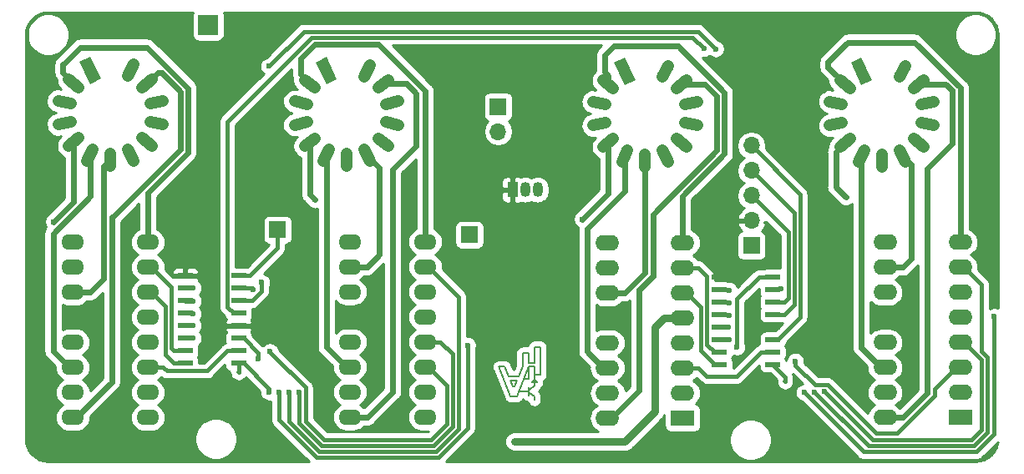
<source format=gbl>
G04 #@! TF.GenerationSoftware,KiCad,Pcbnew,5.1.5*
G04 #@! TF.CreationDate,2020-03-31T14:32:58+02:00*
G04 #@! TF.ProjectId,nixie_2_digit_board,6e697869-655f-4325-9f64-696769745f62,rev?*
G04 #@! TF.SameCoordinates,Original*
G04 #@! TF.FileFunction,Copper,L2,Bot*
G04 #@! TF.FilePolarity,Positive*
%FSLAX46Y46*%
G04 Gerber Fmt 4.6, Leading zero omitted, Abs format (unit mm)*
G04 Created by KiCad (PCBNEW 5.1.5) date 2020-03-31 14:32:58*
%MOMM*%
%LPD*%
G04 APERTURE LIST*
%ADD10C,0.150000*%
%ADD11C,0.600000*%
%ADD12O,2.300000X1.600000*%
%ADD13C,0.100000*%
%ADD14C,1.200000*%
%ADD15R,1.700000X1.700000*%
%ADD16O,1.700000X1.700000*%
%ADD17R,1.500000X0.500000*%
%ADD18R,2.000000X2.000000*%
%ADD19R,2.400000X1.600000*%
%ADD20O,2.400000X1.600000*%
%ADD21O,1.050000X1.500000*%
%ADD22R,1.050000X1.500000*%
%ADD23C,0.500000*%
%ADD24C,0.600000*%
%ADD25C,0.400000*%
%ADD26C,0.800000*%
%ADD27C,0.254000*%
G04 APERTURE END LIST*
D10*
X165530000Y-102270000D02*
X165180000Y-102170000D01*
X165030000Y-102270000D02*
X165530000Y-102270000D01*
X165280000Y-101970000D02*
X165030000Y-102270000D01*
X165280000Y-101970000D02*
X165530000Y-102270000D01*
X165280000Y-101470000D02*
X165280000Y-102620000D01*
X164780000Y-102970000D02*
X165280000Y-102620000D01*
X165280000Y-103720000D02*
X165280000Y-104070000D01*
X164780000Y-103370000D02*
X165280000Y-103720000D01*
X164730000Y-103570000D02*
X164730000Y-102770000D01*
X163680000Y-103170000D02*
X164730000Y-103170000D01*
X165880000Y-101470000D02*
X165880000Y-101270000D01*
X165280000Y-101470000D02*
X165880000Y-101470000D01*
X165280000Y-101270000D02*
X165280000Y-101470000D01*
X164680000Y-101870000D02*
X164280000Y-101870000D01*
X164680000Y-101670000D02*
X164680000Y-101870000D01*
X165880000Y-98670000D02*
X165880000Y-98870000D01*
X165280000Y-98670000D02*
X165880000Y-98670000D01*
X165280000Y-98870000D02*
X165280000Y-98670000D01*
X165280000Y-100670000D02*
X164680000Y-100670000D01*
X165280000Y-101270000D02*
X165280000Y-100670000D01*
X165880000Y-98870000D02*
X165880000Y-101270000D01*
X165280000Y-100270000D02*
X165280000Y-98870000D01*
X164680000Y-100270000D02*
X165280000Y-100270000D01*
X164680000Y-99270000D02*
X164680000Y-100270000D01*
X164080000Y-99270000D02*
X164680000Y-99270000D01*
X164080000Y-100670000D02*
X164080000Y-99270000D01*
X164680000Y-100670000D02*
X164680000Y-101670000D01*
X162280000Y-100670000D02*
X161680000Y-100670000D01*
X163080000Y-102670000D02*
X162880000Y-102070000D01*
X163280000Y-102670000D02*
X163080000Y-102670000D01*
X163480000Y-102070000D02*
X163280000Y-102670000D01*
X162880000Y-102070000D02*
X163480000Y-102070000D01*
X163680000Y-101670000D02*
X164080000Y-100670000D01*
X162680000Y-101670000D02*
X163680000Y-101670000D01*
X162280000Y-100670000D02*
X162680000Y-101670000D01*
X163480000Y-103670000D02*
X164680000Y-100670000D01*
X162880000Y-103670000D02*
X163480000Y-103670000D01*
X161680000Y-100670000D02*
X162880000Y-103670000D01*
D11*
X190760000Y-70450000D03*
X190760000Y-69450000D03*
X190760000Y-68450000D03*
X140810000Y-92570000D03*
X140810000Y-91570000D03*
X140810000Y-90570000D03*
X124690000Y-86410000D03*
X152580000Y-84805000D03*
X152580000Y-83805000D03*
X152580000Y-82805000D03*
X187074262Y-98676359D03*
X187781369Y-97969253D03*
X161980000Y-92505000D03*
X161980000Y-91505000D03*
X162980000Y-91505000D03*
X162980000Y-92505000D03*
X163980000Y-92505000D03*
X163980000Y-91505000D03*
X163980000Y-90505000D03*
X162980000Y-90505000D03*
X161980000Y-90505000D03*
X131950000Y-70140000D03*
X132950000Y-70140000D03*
X133950000Y-70140000D03*
X133950000Y-71140000D03*
X133950000Y-72140000D03*
X132950000Y-72140000D03*
X131950000Y-72140000D03*
X132950000Y-71140000D03*
X131950000Y-71140000D03*
X194160000Y-90525000D03*
X195160000Y-90525000D03*
X195160000Y-91525000D03*
X194160000Y-91525000D03*
X194160000Y-89525000D03*
X195160000Y-89525000D03*
X191990000Y-106505000D03*
X192990000Y-106505000D03*
X191990000Y-107505000D03*
X193990000Y-106505000D03*
X193990000Y-107505000D03*
X193990000Y-108505000D03*
X191990000Y-108505000D03*
X192990000Y-107505000D03*
X192990000Y-108505000D03*
X183040000Y-86965000D03*
X184040000Y-86965000D03*
X183040000Y-84965000D03*
X184040000Y-85965000D03*
X183040000Y-85965000D03*
X184040000Y-84965000D03*
D12*
X154200000Y-105780000D03*
X154200000Y-103240000D03*
X154200000Y-100700000D03*
X154200000Y-98160000D03*
X154200000Y-95620000D03*
X154200000Y-93080000D03*
X154200000Y-90540000D03*
X154200000Y-88000000D03*
X146580000Y-88000000D03*
X146580000Y-90540000D03*
X146580000Y-93080000D03*
X146580000Y-95620000D03*
X146580000Y-98160000D03*
X146580000Y-100700000D03*
X146580000Y-103240000D03*
X146580000Y-105780000D03*
G04 #@! TA.AperFunction,ComponentPad*
D13*
G36*
X145265497Y-71512423D02*
G01*
X144184331Y-72033078D01*
X143099633Y-69780651D01*
X144180799Y-69259996D01*
X145265497Y-71512423D01*
G37*
G04 #@! TD.AperFunction*
D14*
X143032776Y-72373987D02*
X142016400Y-71563445D01*
X142238176Y-74023970D02*
X140970772Y-73734686D01*
X142238167Y-75855319D02*
X140970759Y-76144589D01*
X143032750Y-77505308D02*
X142016366Y-78315840D01*
X144464550Y-78647142D02*
X143900496Y-79818398D01*
X146249979Y-79054664D02*
X146249973Y-80354664D01*
X148035413Y-78647160D02*
X148599457Y-79818422D01*
X149467224Y-77505341D02*
X150483600Y-78315883D01*
X150261824Y-75855358D02*
X151529228Y-76144642D01*
X150261833Y-74024009D02*
X151529241Y-73734739D01*
X149467250Y-72374020D02*
X150483634Y-71563488D01*
X148035450Y-71232186D02*
X148599504Y-70060930D01*
D15*
X161610000Y-74270000D03*
D16*
X161610000Y-76810000D03*
D11*
X129615000Y-104230000D03*
X128615000Y-104230000D03*
X128615000Y-103230000D03*
X129615000Y-103230000D03*
X130615000Y-104230000D03*
X130615000Y-103230000D03*
X130615000Y-102230000D03*
X129615000Y-102230000D03*
X128615000Y-102230000D03*
X131680000Y-86800000D03*
X130680000Y-86800000D03*
X129680000Y-86800000D03*
X131680000Y-85800000D03*
X130680000Y-85800000D03*
X129680000Y-85800000D03*
X131680000Y-84800000D03*
X130680000Y-84800000D03*
D17*
X129900000Y-100340000D03*
X129900000Y-99070000D03*
X129900000Y-97800000D03*
X129900000Y-96530000D03*
X129900000Y-95260000D03*
X129900000Y-93990000D03*
X129900000Y-92720000D03*
X129900000Y-91450000D03*
X135300000Y-91450000D03*
X135300000Y-92720000D03*
X135300000Y-93990000D03*
X135300000Y-95260000D03*
X135300000Y-96530000D03*
X135300000Y-97800000D03*
X135300000Y-99070000D03*
X135300000Y-100340000D03*
G04 #@! TA.AperFunction,ComponentPad*
D13*
G36*
X121315497Y-71472759D02*
G01*
X120234331Y-71993414D01*
X119149633Y-69740987D01*
X120230799Y-69220332D01*
X121315497Y-71472759D01*
G37*
G04 #@! TD.AperFunction*
D14*
X119082776Y-72334323D02*
X118066400Y-71523781D01*
X118288176Y-73984306D02*
X117020772Y-73695022D01*
X118288167Y-75815655D02*
X117020759Y-76104925D01*
X119082750Y-77465644D02*
X118066366Y-78276176D01*
X120514550Y-78607478D02*
X119950496Y-79778734D01*
X122299979Y-79015000D02*
X122299973Y-80315000D01*
X124085413Y-78607496D02*
X124649457Y-79778758D01*
X125517224Y-77465677D02*
X126533600Y-78276219D01*
X126311824Y-75815694D02*
X127579228Y-76104978D01*
X126311833Y-73984345D02*
X127579241Y-73695075D01*
X125517250Y-72334356D02*
X126533634Y-71523824D01*
X124085450Y-71192522D02*
X124649504Y-70021266D01*
D12*
X126100000Y-105820000D03*
X126100000Y-103280000D03*
X126100000Y-100740000D03*
X126100000Y-98200000D03*
X126100000Y-95660000D03*
X126100000Y-93120000D03*
X126100000Y-90580000D03*
X126100000Y-88040000D03*
X118480000Y-88040000D03*
X118480000Y-90580000D03*
X118480000Y-93120000D03*
X118480000Y-95660000D03*
X118480000Y-98200000D03*
X118480000Y-100740000D03*
X118480000Y-103280000D03*
X118480000Y-105820000D03*
D18*
X132220000Y-66030000D03*
D11*
X129680000Y-84800000D03*
G04 #@! TA.AperFunction,ComponentPad*
D13*
G36*
X175515497Y-71572759D02*
G01*
X174434331Y-72093414D01*
X173349633Y-69840987D01*
X174430799Y-69320332D01*
X175515497Y-71572759D01*
G37*
G04 #@! TD.AperFunction*
D14*
X173282776Y-72434323D02*
X172266400Y-71623781D01*
X172488176Y-74084306D02*
X171220772Y-73795022D01*
X172488167Y-75915655D02*
X171220759Y-76204925D01*
X173282750Y-77565644D02*
X172266366Y-78376176D01*
X174714550Y-78707478D02*
X174150496Y-79878734D01*
X176499979Y-79115000D02*
X176499973Y-80415000D01*
X178285413Y-78707496D02*
X178849457Y-79878758D01*
X179717224Y-77565677D02*
X180733600Y-78376219D01*
X180511824Y-75915694D02*
X181779228Y-76204978D01*
X180511833Y-74084345D02*
X181779241Y-73795075D01*
X179717250Y-72434356D02*
X180733634Y-71623824D01*
X178285450Y-71292522D02*
X178849504Y-70121266D01*
D19*
X180300000Y-105880000D03*
D20*
X172680000Y-88100000D03*
X180300000Y-103340000D03*
X172680000Y-90640000D03*
X180300000Y-100800000D03*
X172680000Y-93180000D03*
X180300000Y-98260000D03*
X172680000Y-95720000D03*
X180300000Y-95720000D03*
X172680000Y-98260000D03*
X180300000Y-93180000D03*
X172680000Y-100800000D03*
X180300000Y-90640000D03*
X172680000Y-103340000D03*
X180300000Y-88100000D03*
X172680000Y-105880000D03*
G04 #@! TA.AperFunction,ComponentPad*
D13*
G36*
X199515497Y-71572759D02*
G01*
X198434331Y-72093414D01*
X197349633Y-69840987D01*
X198430799Y-69320332D01*
X199515497Y-71572759D01*
G37*
G04 #@! TD.AperFunction*
D14*
X197282776Y-72434323D02*
X196266400Y-71623781D01*
X196488176Y-74084306D02*
X195220772Y-73795022D01*
X196488167Y-75915655D02*
X195220759Y-76204925D01*
X197282750Y-77565644D02*
X196266366Y-78376176D01*
X198714550Y-78707478D02*
X198150496Y-79878734D01*
X200499979Y-79115000D02*
X200499973Y-80415000D01*
X202285413Y-78707496D02*
X202849457Y-79878758D01*
X203717224Y-77565677D02*
X204733600Y-78376219D01*
X204511824Y-75915694D02*
X205779228Y-76204978D01*
X204511833Y-74084345D02*
X205779241Y-73795075D01*
X203717250Y-72434356D02*
X204733634Y-71623824D01*
X202285450Y-71292522D02*
X202849504Y-70121266D01*
D19*
X208450000Y-105830000D03*
D20*
X200830000Y-88050000D03*
X208450000Y-103290000D03*
X200830000Y-90590000D03*
X208450000Y-100750000D03*
X200830000Y-93130000D03*
X208450000Y-98210000D03*
X200830000Y-95670000D03*
X208450000Y-95670000D03*
X200830000Y-98210000D03*
X208450000Y-93130000D03*
X200830000Y-100750000D03*
X208450000Y-90590000D03*
X200830000Y-103290000D03*
X208450000Y-88050000D03*
X200830000Y-105830000D03*
D15*
X139240000Y-86770000D03*
D17*
X184050000Y-100470000D03*
X184050000Y-99200000D03*
X184050000Y-97930000D03*
X184050000Y-96660000D03*
X184050000Y-95390000D03*
X184050000Y-94120000D03*
X184050000Y-92850000D03*
X184050000Y-91580000D03*
X189450000Y-91580000D03*
X189450000Y-92850000D03*
X189450000Y-94120000D03*
X189450000Y-95390000D03*
X189450000Y-96660000D03*
X189450000Y-97930000D03*
X189450000Y-99200000D03*
X189450000Y-100470000D03*
D15*
X187280000Y-88400000D03*
D16*
X187280000Y-85860000D03*
X187280000Y-83320000D03*
X187280000Y-80780000D03*
X187280000Y-78240000D03*
D15*
X158690000Y-87280000D03*
D21*
X164350000Y-82720000D03*
X165620000Y-82720000D03*
D22*
X163080000Y-82720000D03*
D11*
X116554314Y-85954314D03*
X130700000Y-97800000D03*
X163300000Y-108250000D03*
X190300000Y-92800000D03*
X138370000Y-103240000D03*
X136780000Y-92850000D03*
D23*
X190700000Y-102180000D03*
X135290000Y-101240000D03*
D11*
X138470000Y-99140000D03*
X130700000Y-96500000D03*
X158500000Y-98500000D03*
X139390000Y-103280000D03*
X130700000Y-95300000D03*
X140390000Y-103280000D03*
X130700000Y-94000000D03*
X141380000Y-103280000D03*
X130700000Y-92700000D03*
X143050000Y-83750000D03*
X138370000Y-70190000D03*
X137630000Y-92120000D03*
X183650000Y-68440000D03*
X182450000Y-68410000D03*
X185820000Y-98680000D03*
X137290000Y-99890000D03*
X170150000Y-85700000D03*
X185000000Y-97900000D03*
X196850000Y-83450000D03*
X191750000Y-100100000D03*
X184950000Y-96700000D03*
X194650000Y-103200000D03*
X185000000Y-92900000D03*
X211900010Y-95600000D03*
X192650000Y-103300000D03*
X185050000Y-95450000D03*
X193700000Y-103250000D03*
X185000000Y-94200000D03*
D24*
X117500000Y-70000000D02*
X117500000Y-70854464D01*
X126021384Y-68260000D02*
X119250000Y-68260000D01*
X117500000Y-70000000D02*
X117510000Y-70000000D01*
X117510000Y-70000000D02*
X119250000Y-68260000D01*
X129500000Y-71738616D02*
X126021384Y-68260000D01*
X130011384Y-72250000D02*
X129500000Y-71738616D01*
X130180010Y-78951374D02*
X130180010Y-73000000D01*
X130180008Y-72999998D02*
X130180010Y-73000000D01*
X129500000Y-71738616D02*
X130180008Y-72418624D01*
X130180008Y-72418624D02*
X130180008Y-72999998D01*
X126100000Y-88040000D02*
X126100000Y-83031384D01*
X126100000Y-83031384D02*
X130180010Y-78951374D01*
X117500000Y-70854464D02*
X118574588Y-71929052D01*
X118574558Y-77870910D02*
X118574558Y-83934070D01*
X118574558Y-83934070D02*
X116554314Y-85954314D01*
X116490000Y-99100000D02*
X116490000Y-87150000D01*
X120232523Y-79193106D02*
X120232523Y-83407477D01*
X120232523Y-83407477D02*
X116490000Y-87150000D01*
X116490000Y-99100000D02*
X118130000Y-100740000D01*
X118130000Y-100740000D02*
X118480000Y-100740000D01*
X118480000Y-93120000D02*
X120230000Y-93120000D01*
X120230000Y-93120000D02*
X121629264Y-91720736D01*
X121629264Y-91720736D02*
X121629264Y-80335712D01*
X121629264Y-80335712D02*
X122299976Y-79665000D01*
X118480000Y-105820000D02*
X118830000Y-105820000D01*
X122450000Y-85500000D02*
X122500000Y-85500000D01*
X118830000Y-105820000D02*
X122429274Y-102220726D01*
X122429274Y-102220726D02*
X122429274Y-85520726D01*
X122429274Y-85520726D02*
X122450000Y-85500000D01*
X129380000Y-72750000D02*
X127500000Y-70870000D01*
X122500000Y-85500000D02*
X129380000Y-78620000D01*
X129380000Y-78620000D02*
X129380000Y-72750000D01*
X127500000Y-70870000D02*
X127084532Y-70870000D01*
X127084532Y-70870000D02*
X126025442Y-71929090D01*
D25*
X132120000Y-101100000D02*
X128010000Y-101100000D01*
X127650000Y-100740000D02*
X126100000Y-100740000D01*
X128010000Y-101100000D02*
X127650000Y-100740000D01*
X135300000Y-99070000D02*
X134150000Y-99070000D01*
X134150000Y-99070000D02*
X132120000Y-101100000D01*
X130700000Y-97800000D02*
X129900000Y-97800000D01*
D26*
X174450000Y-108250000D02*
X163300000Y-108250000D01*
X177500000Y-105200000D02*
X174450000Y-108250000D01*
X177500000Y-96650000D02*
X177500000Y-105200000D01*
X178430000Y-95720000D02*
X177500000Y-96650000D01*
X180300000Y-95720000D02*
X178430000Y-95720000D01*
D25*
X190300000Y-92800000D02*
X189500000Y-92800000D01*
X189500000Y-92800000D02*
X189450000Y-92850000D01*
X135800000Y-100340000D02*
X138370000Y-102910000D01*
X138370000Y-102910000D02*
X138370000Y-103240000D01*
X135300000Y-100340000D02*
X135800000Y-100340000D01*
X135300000Y-92720000D02*
X136650000Y-92720000D01*
X136650000Y-92720000D02*
X136780000Y-92850000D01*
X190700000Y-101720000D02*
X189450000Y-100470000D01*
X190700000Y-102180000D02*
X190700000Y-101720000D01*
X135300000Y-100340000D02*
X135300000Y-101230000D01*
X135300000Y-101230000D02*
X135290000Y-101240000D01*
X129900000Y-100340000D02*
X128750000Y-100340000D01*
X128750000Y-100340000D02*
X127900000Y-99490000D01*
X127900000Y-99490000D02*
X127900000Y-94570000D01*
X127900000Y-94570000D02*
X126450000Y-93120000D01*
X126450000Y-93120000D02*
X126100000Y-93120000D01*
X126100000Y-90580000D02*
X126450000Y-90580000D01*
X126450000Y-90580000D02*
X128500010Y-92630010D01*
X128750000Y-99070000D02*
X129900000Y-99070000D01*
X128500010Y-92630010D02*
X128500010Y-98820010D01*
X128500010Y-98820010D02*
X128750000Y-99070000D01*
X138800000Y-99510000D02*
X138470000Y-99180000D01*
X138470000Y-99180000D02*
X138470000Y-99140000D01*
X156400000Y-106500000D02*
X154800000Y-108100000D01*
X152300000Y-108100000D02*
X143955626Y-108100000D01*
X154800000Y-108100000D02*
X152300000Y-108100000D01*
X156400000Y-102550000D02*
X156400000Y-106500000D01*
X154200000Y-100700000D02*
X154550000Y-100700000D01*
X154550000Y-100700000D02*
X156400000Y-102550000D01*
X142080001Y-106224375D02*
X142080001Y-102790001D01*
X143955626Y-108100000D02*
X142080001Y-106224375D01*
X142080001Y-102790001D02*
X138800000Y-99510000D01*
X129900000Y-96530000D02*
X130670000Y-96530000D01*
X130670000Y-96530000D02*
X130700000Y-96500000D01*
X155545598Y-109900028D02*
X158500000Y-106945626D01*
X143210028Y-109900028D02*
X154500000Y-109900028D01*
X154500000Y-109900028D02*
X155545598Y-109900028D01*
X158500000Y-106945626D02*
X158500000Y-98500000D01*
X139390000Y-103280000D02*
X139390000Y-106080000D01*
X139390000Y-106080000D02*
X143210028Y-109900028D01*
X129900000Y-95260000D02*
X130660000Y-95260000D01*
X130660000Y-95260000D02*
X130700000Y-95300000D01*
X143458561Y-109300019D02*
X154200000Y-109300019D01*
X154200000Y-90540000D02*
X154550000Y-90540000D01*
X157600018Y-106997066D02*
X155297065Y-109300019D01*
X154550000Y-90540000D02*
X157600019Y-93590019D01*
X157600019Y-93590019D02*
X157600018Y-106997066D01*
X155297065Y-109300019D02*
X154200000Y-109300019D01*
X140390000Y-106231458D02*
X143458561Y-109300019D01*
X140390000Y-103280000D02*
X140390000Y-106231458D01*
X130700000Y-94000000D02*
X129910000Y-94000000D01*
X129910000Y-94000000D02*
X129900000Y-93990000D01*
X143707094Y-108700010D02*
X154400000Y-108700010D01*
X154200000Y-98160000D02*
X155750000Y-98160000D01*
X155750000Y-98160000D02*
X157000010Y-99410010D01*
X157000010Y-99410010D02*
X157000009Y-106748533D01*
X155048532Y-108700010D02*
X154400000Y-108700010D01*
X157000009Y-106748533D02*
X155048532Y-108700010D01*
X141380000Y-103280000D02*
X141380000Y-106372916D01*
X141380000Y-106372916D02*
X143707094Y-108700010D01*
X129900000Y-92720000D02*
X130680000Y-92720000D01*
X130680000Y-92720000D02*
X130700000Y-92700000D01*
D24*
X143700000Y-67950000D02*
X149431384Y-67950000D01*
X143000000Y-67950000D02*
X143700000Y-67950000D01*
X141577482Y-69372518D02*
X143000000Y-67950000D01*
X142524588Y-71968716D02*
X141577482Y-71021610D01*
X141577482Y-71021610D02*
X141577482Y-69372518D01*
X149431384Y-67950000D02*
X154200000Y-72718616D01*
X154200000Y-72718616D02*
X154200000Y-88000000D01*
X154200000Y-84681384D02*
X154200000Y-88000000D01*
X142524558Y-77920910D02*
X142524558Y-83224558D01*
X142524558Y-83224558D02*
X143050000Y-83750000D01*
X144182523Y-79243106D02*
X144182523Y-98652523D01*
X144182523Y-98652523D02*
X146230000Y-100700000D01*
X146230000Y-100700000D02*
X146580000Y-100700000D01*
X146580000Y-90540000D02*
X148330000Y-90540000D01*
X148330000Y-90540000D02*
X149550000Y-89320000D01*
X149550000Y-89320000D02*
X149550000Y-80475692D01*
X149550000Y-80475692D02*
X148317435Y-79243127D01*
X149975442Y-71979090D02*
X152329090Y-71979090D01*
X152329090Y-71979090D02*
X153300000Y-72950000D01*
X153300000Y-72950000D02*
X153300000Y-78250000D01*
X150900010Y-80649990D02*
X150900010Y-103259990D01*
X153300000Y-78250000D02*
X150900010Y-80649990D01*
X150900010Y-103259990D02*
X148380000Y-105780000D01*
X148380000Y-105780000D02*
X146580000Y-105780000D01*
D25*
X135300000Y-93990000D02*
X136676002Y-93990000D01*
X136676002Y-93990000D02*
X137630000Y-93036002D01*
X137630000Y-93036002D02*
X137630000Y-92120000D01*
X141910019Y-66649981D02*
X138370000Y-70190000D01*
X183650000Y-68440000D02*
X181859981Y-66649981D01*
X181859981Y-66649981D02*
X141910019Y-66649981D01*
X187280000Y-83320000D02*
X191000001Y-87040001D01*
X191000001Y-87040001D02*
X191000001Y-93719999D01*
X191000001Y-93719999D02*
X190600000Y-94120000D01*
X190600000Y-94120000D02*
X189450000Y-94120000D01*
X189450000Y-94120000D02*
X188950000Y-94120000D01*
X182450000Y-68410000D02*
X181289990Y-67249990D01*
X181289990Y-67249990D02*
X142710047Y-67249990D01*
X142710047Y-67249990D02*
X134149999Y-75810038D01*
X134149999Y-75810038D02*
X134150000Y-94610000D01*
X134150000Y-94610000D02*
X134800000Y-95260000D01*
X134800000Y-95260000D02*
X135300000Y-95260000D01*
X187280000Y-80780000D02*
X191600010Y-85100010D01*
X191600010Y-85100010D02*
X191600010Y-94389990D01*
X190600000Y-95390000D02*
X189450000Y-95390000D01*
X191600010Y-94389990D02*
X190600000Y-95390000D01*
X185820000Y-98680000D02*
X185820000Y-93800000D01*
X185820000Y-93800000D02*
X188040000Y-91580000D01*
X188040000Y-91580000D02*
X189450000Y-91580000D01*
X135300000Y-97800000D02*
X135800000Y-97800000D01*
X135800000Y-97800000D02*
X137290000Y-99290000D01*
X137290000Y-99290000D02*
X137290000Y-99339998D01*
X137290000Y-99339998D02*
X137290000Y-99890000D01*
D24*
X180300000Y-88100000D02*
X180300000Y-83331384D01*
X180300000Y-83331384D02*
X184550010Y-79081374D01*
X184550010Y-79081374D02*
X184550010Y-72868626D01*
X172774588Y-71161621D02*
X172774588Y-72029052D01*
X184550010Y-72868626D02*
X179831384Y-68150000D01*
X172400000Y-70787033D02*
X172774588Y-71161621D01*
X179831384Y-68150000D02*
X173300000Y-68150000D01*
X173300000Y-68150000D02*
X172400000Y-69050000D01*
X172400000Y-69050000D02*
X172400000Y-70787033D01*
X172774558Y-77970910D02*
X172774558Y-83075442D01*
X172774558Y-83075442D02*
X170150000Y-85700000D01*
X170600000Y-86700000D02*
X170600000Y-99120000D01*
X170600000Y-99120000D02*
X172280000Y-100800000D01*
X172280000Y-100800000D02*
X172680000Y-100800000D01*
X174432523Y-82867477D02*
X170600000Y-86700000D01*
X174432523Y-79293106D02*
X174432523Y-82867477D01*
X172680000Y-93180000D02*
X174480000Y-93180000D01*
X174480000Y-93180000D02*
X176499976Y-91160024D01*
X176499976Y-91160024D02*
X176499976Y-89760024D01*
X176499976Y-79765000D02*
X176499976Y-89760024D01*
X172680000Y-105880000D02*
X173080000Y-105880000D01*
X175900000Y-92891384D02*
X177299984Y-91491400D01*
X173080000Y-105880000D02*
X175900000Y-103060000D01*
X175900000Y-103060000D02*
X175900000Y-92891384D01*
X177299984Y-91491400D02*
X177299984Y-85200016D01*
X183750000Y-78750000D02*
X183750000Y-73200000D01*
X177299984Y-85200016D02*
X183750000Y-78750000D01*
X183750000Y-73200000D02*
X182579090Y-72029090D01*
X182579090Y-72029090D02*
X180225442Y-72029090D01*
D25*
X185800000Y-101650000D02*
X188250000Y-99200000D01*
X188250000Y-99200000D02*
X189450000Y-99200000D01*
X182750000Y-101650000D02*
X185800000Y-101650000D01*
X180300000Y-100800000D02*
X181900000Y-100800000D01*
X181900000Y-100800000D02*
X182750000Y-101650000D01*
X185000000Y-97900000D02*
X184080000Y-97900000D01*
X184080000Y-97900000D02*
X184050000Y-97930000D01*
X184050000Y-100470000D02*
X183550000Y-100470000D01*
X183550000Y-100470000D02*
X182149990Y-99069990D01*
X182149990Y-99069990D02*
X182149990Y-94629990D01*
X182149990Y-94629990D02*
X180700000Y-93180000D01*
X180700000Y-93180000D02*
X180300000Y-93180000D01*
X182750000Y-91490000D02*
X182750000Y-98400000D01*
X182750000Y-98400000D02*
X183550000Y-99200000D01*
X183550000Y-99200000D02*
X184050000Y-99200000D01*
X180300000Y-90640000D02*
X181900000Y-90640000D01*
X181900000Y-90640000D02*
X182750000Y-91490000D01*
D24*
X208450000Y-88050000D02*
X208450000Y-72368616D01*
X208450000Y-72368616D02*
X203831384Y-67750000D01*
X203831384Y-67750000D02*
X197050000Y-67750000D01*
X195827482Y-71077482D02*
X195827482Y-71081946D01*
X197050000Y-67750000D02*
X195050000Y-69750000D01*
X195050000Y-69750000D02*
X195050000Y-70300000D01*
X195050000Y-70300000D02*
X195827482Y-71077482D01*
X195827482Y-71081946D02*
X196774588Y-72029052D01*
X196774558Y-77970910D02*
X195827453Y-78918015D01*
X196050000Y-82650000D02*
X196850000Y-83450000D01*
X195827453Y-78918015D02*
X195827453Y-82427453D01*
X195827453Y-82427453D02*
X196050000Y-82650000D01*
X198432523Y-79293106D02*
X198432523Y-98752523D01*
X198432523Y-98752523D02*
X200430000Y-100750000D01*
X200430000Y-100750000D02*
X200830000Y-100750000D01*
X200830000Y-90590000D02*
X202630000Y-90590000D01*
X202630000Y-90590000D02*
X203467972Y-89752028D01*
X203467972Y-89752028D02*
X203467972Y-80193664D01*
X203467972Y-80193664D02*
X202567435Y-79293127D01*
X207600000Y-72650000D02*
X206979090Y-72029090D01*
X206979090Y-72029090D02*
X204225442Y-72029090D01*
X207600000Y-78050000D02*
X207600000Y-72650000D01*
X205100000Y-80550000D02*
X207600000Y-78050000D01*
X205100000Y-103360000D02*
X205100000Y-80550000D01*
X200830000Y-105830000D02*
X202630000Y-105830000D01*
X202630000Y-105830000D02*
X205100000Y-103360000D01*
D25*
X191750000Y-100100000D02*
X191750000Y-100524264D01*
X191750000Y-100524264D02*
X193725735Y-102499999D01*
X193725735Y-102499999D02*
X194999999Y-102499999D01*
X208050000Y-100750000D02*
X208450000Y-100750000D01*
X194999999Y-102499999D02*
X199900000Y-107400000D01*
X205849962Y-102950038D02*
X208050000Y-100750000D01*
X199900000Y-107400000D02*
X202049962Y-107400000D01*
X202049962Y-107400000D02*
X205849962Y-103600000D01*
X205849962Y-103600000D02*
X205849962Y-102950038D01*
X184050000Y-96660000D02*
X184910000Y-96660000D01*
X184910000Y-96660000D02*
X184950000Y-96700000D01*
X210600000Y-107100000D02*
X210600000Y-99960000D01*
X210600000Y-99960000D02*
X208850000Y-98210000D01*
X208850000Y-98210000D02*
X208450000Y-98210000D01*
X209600000Y-108100000D02*
X210600000Y-107100000D01*
X194650000Y-103200000D02*
X199550000Y-108100000D01*
X199550000Y-108100000D02*
X209600000Y-108100000D01*
X208050000Y-98210000D02*
X208450000Y-98210000D01*
X184050000Y-92850000D02*
X184950000Y-92850000D01*
X184950000Y-92850000D02*
X185000000Y-92900000D01*
X198901477Y-109300019D02*
X210097066Y-109300018D01*
X210097066Y-109300018D02*
X211900010Y-107497074D01*
X211900010Y-107497074D02*
X211900010Y-95600000D01*
X192650000Y-103300000D02*
X198650019Y-109300019D01*
X198650019Y-109300019D02*
X198901477Y-109300019D01*
X184050000Y-95390000D02*
X184990000Y-95390000D01*
X184990000Y-95390000D02*
X185050000Y-95450000D01*
X208450000Y-90590000D02*
X208850000Y-90590000D01*
X208850000Y-90590000D02*
X210590000Y-92330000D01*
X210590000Y-92330000D02*
X210590000Y-99101458D01*
X210590000Y-99101458D02*
X211200010Y-99711468D01*
X211200010Y-99711468D02*
X211200010Y-107348532D01*
X211200010Y-107348532D02*
X209848533Y-108700009D01*
X209848533Y-108700009D02*
X199150009Y-108700009D01*
X199150009Y-108700009D02*
X193700000Y-103250000D01*
X184050000Y-94120000D02*
X184920000Y-94120000D01*
X184920000Y-94120000D02*
X185000000Y-94200000D01*
X135300000Y-91450000D02*
X136450000Y-91450000D01*
X136450000Y-91450000D02*
X139240000Y-88660000D01*
X139240000Y-88660000D02*
X139240000Y-86770000D01*
X187280000Y-78240000D02*
X192200020Y-83160020D01*
X192200020Y-83160020D02*
X192200020Y-95679980D01*
X192200020Y-95679980D02*
X189950000Y-97930000D01*
X189950000Y-97930000D02*
X189450000Y-97930000D01*
D27*
G36*
X171771341Y-68356370D02*
G01*
X171735656Y-68385656D01*
X171618814Y-68528029D01*
X171531993Y-68690461D01*
X171483619Y-68849929D01*
X171478529Y-68866709D01*
X171460476Y-69050000D01*
X171465000Y-69095932D01*
X171465001Y-70676410D01*
X171296171Y-70850041D01*
X171163865Y-71054190D01*
X171073928Y-71280230D01*
X171029817Y-71519470D01*
X171033227Y-71762719D01*
X171084028Y-72000629D01*
X171180267Y-72224057D01*
X171318245Y-72424418D01*
X171448956Y-72551514D01*
X171499601Y-72591903D01*
X171436448Y-72577488D01*
X171255583Y-72554536D01*
X171012908Y-72571580D01*
X170778220Y-72635640D01*
X170560540Y-72744255D01*
X170368231Y-72893250D01*
X170208686Y-73076900D01*
X170088034Y-73288147D01*
X170010913Y-73518873D01*
X169980286Y-73760211D01*
X169997330Y-74002886D01*
X170061390Y-74237574D01*
X170170005Y-74455254D01*
X170319000Y-74647563D01*
X170502650Y-74807108D01*
X170713897Y-74927760D01*
X170886809Y-74985556D01*
X170949967Y-74999972D01*
X170886809Y-75014387D01*
X170713897Y-75072181D01*
X170502648Y-75192831D01*
X170318997Y-75352374D01*
X170170000Y-75544681D01*
X170061382Y-75762360D01*
X169997320Y-75997047D01*
X169980273Y-76239722D01*
X170010897Y-76481061D01*
X170088015Y-76711787D01*
X170208665Y-76923036D01*
X170368208Y-77106687D01*
X170560515Y-77255684D01*
X170778194Y-77364302D01*
X171012881Y-77428364D01*
X171255556Y-77445411D01*
X171436421Y-77422461D01*
X171499577Y-77408046D01*
X171448931Y-77448435D01*
X171318219Y-77575530D01*
X171180239Y-77775889D01*
X171083998Y-77999316D01*
X171033195Y-78237226D01*
X171029782Y-78480475D01*
X171073891Y-78719716D01*
X171163825Y-78945756D01*
X171296130Y-79149907D01*
X171465720Y-79324323D01*
X171666079Y-79462303D01*
X171839558Y-79537029D01*
X171839559Y-82688151D01*
X169553975Y-84973736D01*
X169553972Y-84973738D01*
X169423738Y-85103972D01*
X169398089Y-85142358D01*
X169368815Y-85178029D01*
X169347062Y-85218726D01*
X169321414Y-85257111D01*
X169303748Y-85299762D01*
X169281994Y-85340460D01*
X169268597Y-85384623D01*
X169250932Y-85427271D01*
X169241927Y-85472543D01*
X169228529Y-85516709D01*
X169224005Y-85562640D01*
X169215000Y-85607911D01*
X169215000Y-85654068D01*
X169210476Y-85700000D01*
X169215000Y-85745932D01*
X169215000Y-85792089D01*
X169224005Y-85837360D01*
X169228529Y-85883291D01*
X169241927Y-85927457D01*
X169250932Y-85972729D01*
X169268597Y-86015377D01*
X169281994Y-86059540D01*
X169303748Y-86100238D01*
X169321414Y-86142889D01*
X169347062Y-86181274D01*
X169368815Y-86221971D01*
X169398089Y-86257641D01*
X169423738Y-86296028D01*
X169456385Y-86328675D01*
X169485657Y-86364343D01*
X169521325Y-86393615D01*
X169553972Y-86426262D01*
X169592359Y-86451911D01*
X169628029Y-86481185D01*
X169668726Y-86502938D01*
X169680350Y-86510705D01*
X169678529Y-86516709D01*
X169660476Y-86700000D01*
X169665000Y-86745932D01*
X169665001Y-99074058D01*
X169660476Y-99120000D01*
X169678529Y-99303291D01*
X169714705Y-99422545D01*
X169731994Y-99479540D01*
X169818815Y-99641972D01*
X169935657Y-99784344D01*
X169971336Y-99813625D01*
X170848785Y-100691074D01*
X170838057Y-100800000D01*
X170865764Y-101081309D01*
X170947818Y-101351808D01*
X171081068Y-101601101D01*
X171260392Y-101819608D01*
X171478899Y-101998932D01*
X171611858Y-102070000D01*
X171478899Y-102141068D01*
X171260392Y-102320392D01*
X171081068Y-102538899D01*
X170947818Y-102788192D01*
X170865764Y-103058691D01*
X170838057Y-103340000D01*
X170865764Y-103621309D01*
X170947818Y-103891808D01*
X171081068Y-104141101D01*
X171260392Y-104359608D01*
X171478899Y-104538932D01*
X171611858Y-104610000D01*
X171478899Y-104681068D01*
X171260392Y-104860392D01*
X171081068Y-105078899D01*
X170947818Y-105328192D01*
X170865764Y-105598691D01*
X170838057Y-105880000D01*
X170865764Y-106161309D01*
X170947818Y-106431808D01*
X171081068Y-106681101D01*
X171260392Y-106899608D01*
X171478899Y-107078932D01*
X171728192Y-107212182D01*
X171737482Y-107215000D01*
X163249162Y-107215000D01*
X163097105Y-107229976D01*
X162902007Y-107289159D01*
X162722203Y-107385266D01*
X162564604Y-107514604D01*
X162435266Y-107672203D01*
X162339159Y-107852007D01*
X162279976Y-108047105D01*
X162259993Y-108250000D01*
X162279976Y-108452895D01*
X162339159Y-108647993D01*
X162435266Y-108827797D01*
X162564604Y-108985396D01*
X162722203Y-109114734D01*
X162902007Y-109210841D01*
X163097105Y-109270024D01*
X163249162Y-109285000D01*
X174399172Y-109285000D01*
X174450000Y-109290006D01*
X174500828Y-109285000D01*
X174500838Y-109285000D01*
X174652895Y-109270024D01*
X174847993Y-109210841D01*
X175027797Y-109114734D01*
X175185396Y-108985396D01*
X175217807Y-108945903D01*
X176273989Y-107889721D01*
X185065000Y-107889721D01*
X185065000Y-108310279D01*
X185147047Y-108722756D01*
X185307988Y-109111302D01*
X185541637Y-109460983D01*
X185839017Y-109758363D01*
X186188698Y-109992012D01*
X186577244Y-110152953D01*
X186989721Y-110235000D01*
X187410279Y-110235000D01*
X187822756Y-110152953D01*
X188211302Y-109992012D01*
X188560983Y-109758363D01*
X188858363Y-109460983D01*
X189092012Y-109111302D01*
X189252953Y-108722756D01*
X189335000Y-108310279D01*
X189335000Y-107889721D01*
X189252953Y-107477244D01*
X189092012Y-107088698D01*
X188858363Y-106739017D01*
X188560983Y-106441637D01*
X188211302Y-106207988D01*
X187822756Y-106047047D01*
X187410279Y-105965000D01*
X186989721Y-105965000D01*
X186577244Y-106047047D01*
X186188698Y-106207988D01*
X185839017Y-106441637D01*
X185541637Y-106739017D01*
X185307988Y-107088698D01*
X185147047Y-107477244D01*
X185065000Y-107889721D01*
X176273989Y-107889721D01*
X178195908Y-105967803D01*
X178235396Y-105935396D01*
X178280858Y-105880000D01*
X178364734Y-105777798D01*
X178419530Y-105675280D01*
X178460841Y-105597993D01*
X178461928Y-105594410D01*
X178461928Y-106680000D01*
X178474188Y-106804482D01*
X178510498Y-106924180D01*
X178569463Y-107034494D01*
X178648815Y-107131185D01*
X178745506Y-107210537D01*
X178855820Y-107269502D01*
X178975518Y-107305812D01*
X179100000Y-107318072D01*
X181500000Y-107318072D01*
X181624482Y-107305812D01*
X181744180Y-107269502D01*
X181854494Y-107210537D01*
X181951185Y-107131185D01*
X182030537Y-107034494D01*
X182089502Y-106924180D01*
X182125812Y-106804482D01*
X182138072Y-106680000D01*
X182138072Y-105080000D01*
X182125812Y-104955518D01*
X182089502Y-104835820D01*
X182030537Y-104725506D01*
X181951185Y-104628815D01*
X181854494Y-104549463D01*
X181744180Y-104490498D01*
X181624482Y-104454188D01*
X181606518Y-104452419D01*
X181719608Y-104359608D01*
X181898932Y-104141101D01*
X182032182Y-103891808D01*
X182114236Y-103621309D01*
X182141943Y-103340000D01*
X182114236Y-103058691D01*
X182032182Y-102788192D01*
X181898932Y-102538899D01*
X181719608Y-102320392D01*
X181501101Y-102141068D01*
X181368142Y-102070000D01*
X181501101Y-101998932D01*
X181719608Y-101819608D01*
X181728232Y-101809100D01*
X182130563Y-102211432D01*
X182156709Y-102243291D01*
X182188568Y-102269437D01*
X182188570Y-102269439D01*
X182199995Y-102278815D01*
X182283854Y-102347636D01*
X182428913Y-102425172D01*
X182586311Y-102472918D01*
X182708981Y-102485000D01*
X182708982Y-102485000D01*
X182750000Y-102489040D01*
X182791018Y-102485000D01*
X185758982Y-102485000D01*
X185800000Y-102489040D01*
X185841018Y-102485000D01*
X185841019Y-102485000D01*
X185963689Y-102472918D01*
X186121087Y-102425172D01*
X186266146Y-102347636D01*
X186393291Y-102243291D01*
X186419446Y-102211421D01*
X188061928Y-100568940D01*
X188061928Y-100720000D01*
X188074188Y-100844482D01*
X188110498Y-100964180D01*
X188169463Y-101074494D01*
X188248815Y-101171185D01*
X188345506Y-101250537D01*
X188455820Y-101309502D01*
X188575518Y-101345812D01*
X188700000Y-101358072D01*
X189157205Y-101358072D01*
X189827770Y-102028638D01*
X189815000Y-102092835D01*
X189815000Y-102267165D01*
X189849010Y-102438145D01*
X189915723Y-102599205D01*
X190012576Y-102744155D01*
X190135845Y-102867424D01*
X190280795Y-102964277D01*
X190441855Y-103030990D01*
X190612835Y-103065000D01*
X190787165Y-103065000D01*
X190958145Y-103030990D01*
X191119205Y-102964277D01*
X191264155Y-102867424D01*
X191387424Y-102744155D01*
X191484277Y-102599205D01*
X191550990Y-102438145D01*
X191585000Y-102267165D01*
X191585000Y-102092835D01*
X191550990Y-101921855D01*
X191535000Y-101883252D01*
X191535000Y-101761018D01*
X191539040Y-101720000D01*
X191522918Y-101556311D01*
X191488840Y-101443971D01*
X192434430Y-102389562D01*
X192377271Y-102400932D01*
X192207111Y-102471414D01*
X192053972Y-102573738D01*
X191923738Y-102703972D01*
X191821414Y-102857111D01*
X191750932Y-103027271D01*
X191715000Y-103207911D01*
X191715000Y-103392089D01*
X191750932Y-103572729D01*
X191821414Y-103742889D01*
X191923738Y-103896028D01*
X192053972Y-104026262D01*
X192207111Y-104128586D01*
X192361788Y-104192655D01*
X198030578Y-109861446D01*
X198056728Y-109893310D01*
X198183873Y-109997655D01*
X198328932Y-110075191D01*
X198486330Y-110122937D01*
X198609000Y-110135019D01*
X198609002Y-110135019D01*
X198650018Y-110139059D01*
X198691034Y-110135019D01*
X198942496Y-110135019D01*
X210056038Y-110135017D01*
X210097066Y-110139058D01*
X210260754Y-110122936D01*
X210418152Y-110075190D01*
X210563211Y-109997654D01*
X210623039Y-109948554D01*
X210690357Y-109893308D01*
X210716507Y-109861444D01*
X212254922Y-108323031D01*
X212243048Y-108444133D01*
X212114063Y-108871353D01*
X211904554Y-109265384D01*
X211622501Y-109611214D01*
X211278651Y-109895672D01*
X210886093Y-110107927D01*
X210459788Y-110239891D01*
X209983036Y-110290000D01*
X156336493Y-110290000D01*
X159061428Y-107565066D01*
X159093291Y-107538917D01*
X159197636Y-107411772D01*
X159275172Y-107266713D01*
X159322918Y-107109315D01*
X159335000Y-106986645D01*
X159335000Y-106986635D01*
X159339039Y-106945627D01*
X159335000Y-106904619D01*
X159335000Y-100670000D01*
X160966565Y-100670000D01*
X160972999Y-100735323D01*
X160978629Y-100800642D01*
X160979844Y-100804832D01*
X160980273Y-100809184D01*
X160999336Y-100872026D01*
X161007829Y-100901304D01*
X161009437Y-100905324D01*
X161020872Y-100943020D01*
X161035350Y-100970106D01*
X162209440Y-103905334D01*
X162220872Y-103943020D01*
X162251789Y-104000862D01*
X162282011Y-104059101D01*
X162284742Y-104062513D01*
X162286800Y-104066363D01*
X162328426Y-104117084D01*
X162369412Y-104168286D01*
X162372752Y-104171096D01*
X162375525Y-104174475D01*
X162426271Y-104216121D01*
X162476433Y-104258322D01*
X162480258Y-104260427D01*
X162483637Y-104263200D01*
X162541524Y-104294141D01*
X162598964Y-104325750D01*
X162603127Y-104327068D01*
X162606980Y-104329128D01*
X162669764Y-104348173D01*
X162732295Y-104367978D01*
X162736636Y-104368459D01*
X162740816Y-104369727D01*
X162806098Y-104376156D01*
X162871301Y-104383382D01*
X162910536Y-104380000D01*
X163449463Y-104380000D01*
X163488698Y-104383382D01*
X163553855Y-104376161D01*
X163619184Y-104369727D01*
X163623369Y-104368457D01*
X163627704Y-104367977D01*
X163690173Y-104348193D01*
X163753020Y-104329128D01*
X163756875Y-104327068D01*
X163761035Y-104325750D01*
X163818441Y-104294160D01*
X163876363Y-104263200D01*
X163879744Y-104260425D01*
X163883566Y-104258322D01*
X163933689Y-104216154D01*
X163984475Y-104174475D01*
X163987251Y-104171093D01*
X163990587Y-104168286D01*
X164031534Y-104117134D01*
X164073200Y-104066363D01*
X164075260Y-104062509D01*
X164077988Y-104059101D01*
X164108177Y-104000926D01*
X164131726Y-103956869D01*
X164136800Y-103966362D01*
X164225525Y-104074474D01*
X164333637Y-104163200D01*
X164456980Y-104229128D01*
X164590816Y-104269727D01*
X164598880Y-104270521D01*
X164620872Y-104343020D01*
X164686800Y-104466363D01*
X164775526Y-104574475D01*
X164883638Y-104663200D01*
X165006981Y-104729128D01*
X165140817Y-104769727D01*
X165280000Y-104783435D01*
X165419184Y-104769727D01*
X165553020Y-104729128D01*
X165676363Y-104663200D01*
X165784475Y-104574475D01*
X165873200Y-104466363D01*
X165939128Y-104343020D01*
X165979727Y-104209183D01*
X165990000Y-104104876D01*
X165990000Y-103762592D01*
X165993267Y-103735464D01*
X165990000Y-103692839D01*
X165990000Y-103685123D01*
X165987334Y-103658050D01*
X165982579Y-103596015D01*
X165980488Y-103588542D01*
X165979727Y-103580816D01*
X165961659Y-103521256D01*
X165944891Y-103461331D01*
X165941381Y-103454408D01*
X165939128Y-103446980D01*
X165909776Y-103392067D01*
X165881651Y-103336589D01*
X165876863Y-103330489D01*
X165873200Y-103323637D01*
X165833702Y-103275508D01*
X165795291Y-103226579D01*
X165789399Y-103221526D01*
X165784474Y-103215525D01*
X165736348Y-103176029D01*
X165729318Y-103170000D01*
X165736326Y-103163990D01*
X165784475Y-103124475D01*
X165789402Y-103118472D01*
X165795291Y-103113421D01*
X165833692Y-103064504D01*
X165873200Y-103016363D01*
X165876863Y-103009511D01*
X165881651Y-103003411D01*
X165909776Y-102947933D01*
X165939128Y-102893020D01*
X165941381Y-102885592D01*
X165944891Y-102878669D01*
X165956009Y-102838937D01*
X165986729Y-102818075D01*
X165988918Y-102815853D01*
X165991486Y-102814076D01*
X166011838Y-102793053D01*
X166034475Y-102774475D01*
X166058413Y-102745307D01*
X166084878Y-102718441D01*
X166086594Y-102715831D01*
X166088762Y-102713591D01*
X166104623Y-102689000D01*
X166123200Y-102666363D01*
X166140990Y-102633081D01*
X166161702Y-102601572D01*
X166162872Y-102598686D01*
X166164567Y-102596058D01*
X166175327Y-102568840D01*
X166189128Y-102543020D01*
X166200082Y-102506911D01*
X166214251Y-102471963D01*
X166214837Y-102468896D01*
X166215984Y-102465995D01*
X166221226Y-102437207D01*
X166229727Y-102409184D01*
X166233425Y-102371637D01*
X166240505Y-102334591D01*
X166240482Y-102331467D01*
X166241040Y-102328400D01*
X166240565Y-102299138D01*
X166243435Y-102270000D01*
X166239737Y-102232449D01*
X166239453Y-102194736D01*
X166238822Y-102191682D01*
X166238771Y-102188560D01*
X166232597Y-102159955D01*
X166229727Y-102130816D01*
X166218773Y-102094706D01*
X166218638Y-102094054D01*
X166276363Y-102063200D01*
X166384475Y-101974475D01*
X166473200Y-101866363D01*
X166539128Y-101743020D01*
X166579727Y-101609184D01*
X166593435Y-101470000D01*
X166590000Y-101435123D01*
X166590000Y-98704877D01*
X166593435Y-98670000D01*
X166579727Y-98530816D01*
X166539128Y-98396980D01*
X166473200Y-98273637D01*
X166384475Y-98165525D01*
X166276363Y-98076800D01*
X166153020Y-98010872D01*
X166019184Y-97970273D01*
X165914877Y-97960000D01*
X165880000Y-97956565D01*
X165845123Y-97960000D01*
X165314877Y-97960000D01*
X165280000Y-97956565D01*
X165245123Y-97960000D01*
X165140816Y-97970273D01*
X165006980Y-98010872D01*
X164883637Y-98076800D01*
X164775525Y-98165525D01*
X164686800Y-98273637D01*
X164620872Y-98396980D01*
X164580273Y-98530816D01*
X164577399Y-98560000D01*
X164114877Y-98560000D01*
X164080000Y-98556565D01*
X164045123Y-98560000D01*
X163940816Y-98570273D01*
X163806980Y-98610872D01*
X163683637Y-98676800D01*
X163575525Y-98765525D01*
X163486800Y-98873637D01*
X163420872Y-98996980D01*
X163380273Y-99130816D01*
X163366565Y-99270000D01*
X163370001Y-99304887D01*
X163370000Y-100533268D01*
X163199307Y-100960000D01*
X163160693Y-100960000D01*
X162950563Y-100434676D01*
X162939128Y-100396980D01*
X162908177Y-100339074D01*
X162877988Y-100280899D01*
X162875260Y-100277491D01*
X162873200Y-100273637D01*
X162831534Y-100222866D01*
X162790587Y-100171714D01*
X162787251Y-100168907D01*
X162784475Y-100165525D01*
X162733689Y-100123846D01*
X162683566Y-100081678D01*
X162679744Y-100079575D01*
X162676363Y-100076800D01*
X162618441Y-100045840D01*
X162561035Y-100014250D01*
X162556875Y-100012932D01*
X162553020Y-100010872D01*
X162490173Y-99991807D01*
X162427704Y-99972023D01*
X162423369Y-99971543D01*
X162419184Y-99970273D01*
X162353855Y-99963839D01*
X162288698Y-99956618D01*
X162249463Y-99960000D01*
X161719215Y-99960000D01*
X161688698Y-99956618D01*
X161649463Y-99960000D01*
X161645123Y-99960000D01*
X161614678Y-99962998D01*
X161549358Y-99968629D01*
X161545168Y-99969844D01*
X161540816Y-99970273D01*
X161477966Y-99989339D01*
X161415037Y-100007593D01*
X161411164Y-100009603D01*
X161406980Y-100010872D01*
X161349080Y-100041820D01*
X161290899Y-100072012D01*
X161287491Y-100074740D01*
X161283637Y-100076800D01*
X161232866Y-100118466D01*
X161181714Y-100159413D01*
X161178907Y-100162749D01*
X161175525Y-100165525D01*
X161133846Y-100216311D01*
X161091678Y-100266434D01*
X161089575Y-100270256D01*
X161086800Y-100273637D01*
X161055840Y-100331559D01*
X161024250Y-100388965D01*
X161022932Y-100393125D01*
X161020872Y-100396980D01*
X161001807Y-100459827D01*
X160982023Y-100522296D01*
X160981543Y-100526631D01*
X160980273Y-100530816D01*
X160973839Y-100596146D01*
X160966618Y-100661302D01*
X160966993Y-100665653D01*
X160966565Y-100670000D01*
X159335000Y-100670000D01*
X159335000Y-98927404D01*
X159399068Y-98772729D01*
X159435000Y-98592089D01*
X159435000Y-98407911D01*
X159399068Y-98227271D01*
X159328586Y-98057111D01*
X159226262Y-97903972D01*
X159096028Y-97773738D01*
X158942889Y-97671414D01*
X158772729Y-97600932D01*
X158592089Y-97565000D01*
X158435018Y-97565000D01*
X158435019Y-93631034D01*
X158439059Y-93590018D01*
X158435019Y-93549000D01*
X158422937Y-93426331D01*
X158378982Y-93281429D01*
X158375191Y-93268932D01*
X158297655Y-93123873D01*
X158219457Y-93028589D01*
X158219456Y-93028588D01*
X158193310Y-92996729D01*
X158161451Y-92970583D01*
X155968534Y-90777667D01*
X155991943Y-90540000D01*
X155964236Y-90258691D01*
X155882182Y-89988192D01*
X155748932Y-89738899D01*
X155569608Y-89520392D01*
X155351101Y-89341068D01*
X155218142Y-89270000D01*
X155351101Y-89198932D01*
X155569608Y-89019608D01*
X155748932Y-88801101D01*
X155882182Y-88551808D01*
X155964236Y-88281309D01*
X155991943Y-88000000D01*
X155964236Y-87718691D01*
X155882182Y-87448192D01*
X155748932Y-87198899D01*
X155569608Y-86980392D01*
X155351101Y-86801068D01*
X155135000Y-86685560D01*
X155135000Y-86430000D01*
X157201928Y-86430000D01*
X157201928Y-88130000D01*
X157214188Y-88254482D01*
X157250498Y-88374180D01*
X157309463Y-88484494D01*
X157388815Y-88581185D01*
X157485506Y-88660537D01*
X157595820Y-88719502D01*
X157715518Y-88755812D01*
X157840000Y-88768072D01*
X159540000Y-88768072D01*
X159664482Y-88755812D01*
X159784180Y-88719502D01*
X159894494Y-88660537D01*
X159991185Y-88581185D01*
X160070537Y-88484494D01*
X160129502Y-88374180D01*
X160165812Y-88254482D01*
X160178072Y-88130000D01*
X160178072Y-86430000D01*
X160165812Y-86305518D01*
X160129502Y-86185820D01*
X160070537Y-86075506D01*
X159991185Y-85978815D01*
X159894494Y-85899463D01*
X159784180Y-85840498D01*
X159664482Y-85804188D01*
X159540000Y-85791928D01*
X157840000Y-85791928D01*
X157715518Y-85804188D01*
X157595820Y-85840498D01*
X157485506Y-85899463D01*
X157388815Y-85978815D01*
X157309463Y-86075506D01*
X157250498Y-86185820D01*
X157214188Y-86305518D01*
X157201928Y-86430000D01*
X155135000Y-86430000D01*
X155135000Y-83470000D01*
X161916928Y-83470000D01*
X161929188Y-83594482D01*
X161965498Y-83714180D01*
X162024463Y-83824494D01*
X162103815Y-83921185D01*
X162200506Y-84000537D01*
X162310820Y-84059502D01*
X162430518Y-84095812D01*
X162555000Y-84108072D01*
X162794250Y-84105000D01*
X162953000Y-83946250D01*
X162953000Y-82847000D01*
X162078750Y-82847000D01*
X161920000Y-83005750D01*
X161916928Y-83470000D01*
X155135000Y-83470000D01*
X155135000Y-81970000D01*
X161916928Y-81970000D01*
X161920000Y-82434250D01*
X162078750Y-82593000D01*
X162953000Y-82593000D01*
X162953000Y-82438022D01*
X163190000Y-82438022D01*
X163190000Y-83001979D01*
X163206785Y-83172400D01*
X163207000Y-83173109D01*
X163207000Y-83946250D01*
X163365750Y-84105000D01*
X163605000Y-84108072D01*
X163729482Y-84095812D01*
X163849180Y-84059502D01*
X163913902Y-84024907D01*
X164122601Y-84088215D01*
X164350000Y-84110612D01*
X164577400Y-84088215D01*
X164796060Y-84021885D01*
X164985000Y-83920894D01*
X165173941Y-84021885D01*
X165392601Y-84088215D01*
X165620000Y-84110612D01*
X165847400Y-84088215D01*
X166066060Y-84021885D01*
X166267579Y-83914171D01*
X166444212Y-83769212D01*
X166589171Y-83592579D01*
X166696885Y-83391059D01*
X166763215Y-83172399D01*
X166780000Y-83001978D01*
X166780000Y-82438021D01*
X166763215Y-82267600D01*
X166696885Y-82048940D01*
X166589171Y-81847421D01*
X166444212Y-81670788D01*
X166267578Y-81525829D01*
X166066059Y-81418115D01*
X165847399Y-81351785D01*
X165620000Y-81329388D01*
X165392600Y-81351785D01*
X165173940Y-81418115D01*
X164985000Y-81519106D01*
X164796059Y-81418115D01*
X164577399Y-81351785D01*
X164350000Y-81329388D01*
X164122600Y-81351785D01*
X163913902Y-81415093D01*
X163849180Y-81380498D01*
X163729482Y-81344188D01*
X163605000Y-81331928D01*
X163365750Y-81335000D01*
X163207000Y-81493750D01*
X163207000Y-82266892D01*
X163206785Y-82267601D01*
X163190000Y-82438022D01*
X162953000Y-82438022D01*
X162953000Y-81493750D01*
X162794250Y-81335000D01*
X162555000Y-81331928D01*
X162430518Y-81344188D01*
X162310820Y-81380498D01*
X162200506Y-81439463D01*
X162103815Y-81518815D01*
X162024463Y-81615506D01*
X161965498Y-81725820D01*
X161929188Y-81845518D01*
X161916928Y-81970000D01*
X155135000Y-81970000D01*
X155135000Y-73420000D01*
X160121928Y-73420000D01*
X160121928Y-75120000D01*
X160134188Y-75244482D01*
X160170498Y-75364180D01*
X160229463Y-75474494D01*
X160308815Y-75571185D01*
X160405506Y-75650537D01*
X160515820Y-75709502D01*
X160588380Y-75731513D01*
X160456525Y-75863368D01*
X160294010Y-76106589D01*
X160182068Y-76376842D01*
X160125000Y-76663740D01*
X160125000Y-76956260D01*
X160182068Y-77243158D01*
X160294010Y-77513411D01*
X160456525Y-77756632D01*
X160663368Y-77963475D01*
X160906589Y-78125990D01*
X161176842Y-78237932D01*
X161463740Y-78295000D01*
X161756260Y-78295000D01*
X162043158Y-78237932D01*
X162313411Y-78125990D01*
X162556632Y-77963475D01*
X162763475Y-77756632D01*
X162925990Y-77513411D01*
X163037932Y-77243158D01*
X163095000Y-76956260D01*
X163095000Y-76663740D01*
X163037932Y-76376842D01*
X162925990Y-76106589D01*
X162763475Y-75863368D01*
X162631620Y-75731513D01*
X162704180Y-75709502D01*
X162814494Y-75650537D01*
X162911185Y-75571185D01*
X162990537Y-75474494D01*
X163049502Y-75364180D01*
X163085812Y-75244482D01*
X163098072Y-75120000D01*
X163098072Y-73420000D01*
X163085812Y-73295518D01*
X163049502Y-73175820D01*
X162990537Y-73065506D01*
X162911185Y-72968815D01*
X162814494Y-72889463D01*
X162704180Y-72830498D01*
X162584482Y-72794188D01*
X162460000Y-72781928D01*
X160760000Y-72781928D01*
X160635518Y-72794188D01*
X160515820Y-72830498D01*
X160405506Y-72889463D01*
X160308815Y-72968815D01*
X160229463Y-73065506D01*
X160170498Y-73175820D01*
X160134188Y-73295518D01*
X160121928Y-73420000D01*
X155135000Y-73420000D01*
X155135000Y-72764540D01*
X155139523Y-72718615D01*
X155135000Y-72672690D01*
X155135000Y-72672684D01*
X155121471Y-72535324D01*
X155120325Y-72531544D01*
X155103927Y-72477488D01*
X155068007Y-72359076D01*
X154981186Y-72196644D01*
X154864344Y-72054272D01*
X154828666Y-72024992D01*
X150888663Y-68084990D01*
X172042721Y-68084990D01*
X171771341Y-68356370D01*
G37*
X171771341Y-68356370D02*
X171735656Y-68385656D01*
X171618814Y-68528029D01*
X171531993Y-68690461D01*
X171483619Y-68849929D01*
X171478529Y-68866709D01*
X171460476Y-69050000D01*
X171465000Y-69095932D01*
X171465001Y-70676410D01*
X171296171Y-70850041D01*
X171163865Y-71054190D01*
X171073928Y-71280230D01*
X171029817Y-71519470D01*
X171033227Y-71762719D01*
X171084028Y-72000629D01*
X171180267Y-72224057D01*
X171318245Y-72424418D01*
X171448956Y-72551514D01*
X171499601Y-72591903D01*
X171436448Y-72577488D01*
X171255583Y-72554536D01*
X171012908Y-72571580D01*
X170778220Y-72635640D01*
X170560540Y-72744255D01*
X170368231Y-72893250D01*
X170208686Y-73076900D01*
X170088034Y-73288147D01*
X170010913Y-73518873D01*
X169980286Y-73760211D01*
X169997330Y-74002886D01*
X170061390Y-74237574D01*
X170170005Y-74455254D01*
X170319000Y-74647563D01*
X170502650Y-74807108D01*
X170713897Y-74927760D01*
X170886809Y-74985556D01*
X170949967Y-74999972D01*
X170886809Y-75014387D01*
X170713897Y-75072181D01*
X170502648Y-75192831D01*
X170318997Y-75352374D01*
X170170000Y-75544681D01*
X170061382Y-75762360D01*
X169997320Y-75997047D01*
X169980273Y-76239722D01*
X170010897Y-76481061D01*
X170088015Y-76711787D01*
X170208665Y-76923036D01*
X170368208Y-77106687D01*
X170560515Y-77255684D01*
X170778194Y-77364302D01*
X171012881Y-77428364D01*
X171255556Y-77445411D01*
X171436421Y-77422461D01*
X171499577Y-77408046D01*
X171448931Y-77448435D01*
X171318219Y-77575530D01*
X171180239Y-77775889D01*
X171083998Y-77999316D01*
X171033195Y-78237226D01*
X171029782Y-78480475D01*
X171073891Y-78719716D01*
X171163825Y-78945756D01*
X171296130Y-79149907D01*
X171465720Y-79324323D01*
X171666079Y-79462303D01*
X171839558Y-79537029D01*
X171839559Y-82688151D01*
X169553975Y-84973736D01*
X169553972Y-84973738D01*
X169423738Y-85103972D01*
X169398089Y-85142358D01*
X169368815Y-85178029D01*
X169347062Y-85218726D01*
X169321414Y-85257111D01*
X169303748Y-85299762D01*
X169281994Y-85340460D01*
X169268597Y-85384623D01*
X169250932Y-85427271D01*
X169241927Y-85472543D01*
X169228529Y-85516709D01*
X169224005Y-85562640D01*
X169215000Y-85607911D01*
X169215000Y-85654068D01*
X169210476Y-85700000D01*
X169215000Y-85745932D01*
X169215000Y-85792089D01*
X169224005Y-85837360D01*
X169228529Y-85883291D01*
X169241927Y-85927457D01*
X169250932Y-85972729D01*
X169268597Y-86015377D01*
X169281994Y-86059540D01*
X169303748Y-86100238D01*
X169321414Y-86142889D01*
X169347062Y-86181274D01*
X169368815Y-86221971D01*
X169398089Y-86257641D01*
X169423738Y-86296028D01*
X169456385Y-86328675D01*
X169485657Y-86364343D01*
X169521325Y-86393615D01*
X169553972Y-86426262D01*
X169592359Y-86451911D01*
X169628029Y-86481185D01*
X169668726Y-86502938D01*
X169680350Y-86510705D01*
X169678529Y-86516709D01*
X169660476Y-86700000D01*
X169665000Y-86745932D01*
X169665001Y-99074058D01*
X169660476Y-99120000D01*
X169678529Y-99303291D01*
X169714705Y-99422545D01*
X169731994Y-99479540D01*
X169818815Y-99641972D01*
X169935657Y-99784344D01*
X169971336Y-99813625D01*
X170848785Y-100691074D01*
X170838057Y-100800000D01*
X170865764Y-101081309D01*
X170947818Y-101351808D01*
X171081068Y-101601101D01*
X171260392Y-101819608D01*
X171478899Y-101998932D01*
X171611858Y-102070000D01*
X171478899Y-102141068D01*
X171260392Y-102320392D01*
X171081068Y-102538899D01*
X170947818Y-102788192D01*
X170865764Y-103058691D01*
X170838057Y-103340000D01*
X170865764Y-103621309D01*
X170947818Y-103891808D01*
X171081068Y-104141101D01*
X171260392Y-104359608D01*
X171478899Y-104538932D01*
X171611858Y-104610000D01*
X171478899Y-104681068D01*
X171260392Y-104860392D01*
X171081068Y-105078899D01*
X170947818Y-105328192D01*
X170865764Y-105598691D01*
X170838057Y-105880000D01*
X170865764Y-106161309D01*
X170947818Y-106431808D01*
X171081068Y-106681101D01*
X171260392Y-106899608D01*
X171478899Y-107078932D01*
X171728192Y-107212182D01*
X171737482Y-107215000D01*
X163249162Y-107215000D01*
X163097105Y-107229976D01*
X162902007Y-107289159D01*
X162722203Y-107385266D01*
X162564604Y-107514604D01*
X162435266Y-107672203D01*
X162339159Y-107852007D01*
X162279976Y-108047105D01*
X162259993Y-108250000D01*
X162279976Y-108452895D01*
X162339159Y-108647993D01*
X162435266Y-108827797D01*
X162564604Y-108985396D01*
X162722203Y-109114734D01*
X162902007Y-109210841D01*
X163097105Y-109270024D01*
X163249162Y-109285000D01*
X174399172Y-109285000D01*
X174450000Y-109290006D01*
X174500828Y-109285000D01*
X174500838Y-109285000D01*
X174652895Y-109270024D01*
X174847993Y-109210841D01*
X175027797Y-109114734D01*
X175185396Y-108985396D01*
X175217807Y-108945903D01*
X176273989Y-107889721D01*
X185065000Y-107889721D01*
X185065000Y-108310279D01*
X185147047Y-108722756D01*
X185307988Y-109111302D01*
X185541637Y-109460983D01*
X185839017Y-109758363D01*
X186188698Y-109992012D01*
X186577244Y-110152953D01*
X186989721Y-110235000D01*
X187410279Y-110235000D01*
X187822756Y-110152953D01*
X188211302Y-109992012D01*
X188560983Y-109758363D01*
X188858363Y-109460983D01*
X189092012Y-109111302D01*
X189252953Y-108722756D01*
X189335000Y-108310279D01*
X189335000Y-107889721D01*
X189252953Y-107477244D01*
X189092012Y-107088698D01*
X188858363Y-106739017D01*
X188560983Y-106441637D01*
X188211302Y-106207988D01*
X187822756Y-106047047D01*
X187410279Y-105965000D01*
X186989721Y-105965000D01*
X186577244Y-106047047D01*
X186188698Y-106207988D01*
X185839017Y-106441637D01*
X185541637Y-106739017D01*
X185307988Y-107088698D01*
X185147047Y-107477244D01*
X185065000Y-107889721D01*
X176273989Y-107889721D01*
X178195908Y-105967803D01*
X178235396Y-105935396D01*
X178280858Y-105880000D01*
X178364734Y-105777798D01*
X178419530Y-105675280D01*
X178460841Y-105597993D01*
X178461928Y-105594410D01*
X178461928Y-106680000D01*
X178474188Y-106804482D01*
X178510498Y-106924180D01*
X178569463Y-107034494D01*
X178648815Y-107131185D01*
X178745506Y-107210537D01*
X178855820Y-107269502D01*
X178975518Y-107305812D01*
X179100000Y-107318072D01*
X181500000Y-107318072D01*
X181624482Y-107305812D01*
X181744180Y-107269502D01*
X181854494Y-107210537D01*
X181951185Y-107131185D01*
X182030537Y-107034494D01*
X182089502Y-106924180D01*
X182125812Y-106804482D01*
X182138072Y-106680000D01*
X182138072Y-105080000D01*
X182125812Y-104955518D01*
X182089502Y-104835820D01*
X182030537Y-104725506D01*
X181951185Y-104628815D01*
X181854494Y-104549463D01*
X181744180Y-104490498D01*
X181624482Y-104454188D01*
X181606518Y-104452419D01*
X181719608Y-104359608D01*
X181898932Y-104141101D01*
X182032182Y-103891808D01*
X182114236Y-103621309D01*
X182141943Y-103340000D01*
X182114236Y-103058691D01*
X182032182Y-102788192D01*
X181898932Y-102538899D01*
X181719608Y-102320392D01*
X181501101Y-102141068D01*
X181368142Y-102070000D01*
X181501101Y-101998932D01*
X181719608Y-101819608D01*
X181728232Y-101809100D01*
X182130563Y-102211432D01*
X182156709Y-102243291D01*
X182188568Y-102269437D01*
X182188570Y-102269439D01*
X182199995Y-102278815D01*
X182283854Y-102347636D01*
X182428913Y-102425172D01*
X182586311Y-102472918D01*
X182708981Y-102485000D01*
X182708982Y-102485000D01*
X182750000Y-102489040D01*
X182791018Y-102485000D01*
X185758982Y-102485000D01*
X185800000Y-102489040D01*
X185841018Y-102485000D01*
X185841019Y-102485000D01*
X185963689Y-102472918D01*
X186121087Y-102425172D01*
X186266146Y-102347636D01*
X186393291Y-102243291D01*
X186419446Y-102211421D01*
X188061928Y-100568940D01*
X188061928Y-100720000D01*
X188074188Y-100844482D01*
X188110498Y-100964180D01*
X188169463Y-101074494D01*
X188248815Y-101171185D01*
X188345506Y-101250537D01*
X188455820Y-101309502D01*
X188575518Y-101345812D01*
X188700000Y-101358072D01*
X189157205Y-101358072D01*
X189827770Y-102028638D01*
X189815000Y-102092835D01*
X189815000Y-102267165D01*
X189849010Y-102438145D01*
X189915723Y-102599205D01*
X190012576Y-102744155D01*
X190135845Y-102867424D01*
X190280795Y-102964277D01*
X190441855Y-103030990D01*
X190612835Y-103065000D01*
X190787165Y-103065000D01*
X190958145Y-103030990D01*
X191119205Y-102964277D01*
X191264155Y-102867424D01*
X191387424Y-102744155D01*
X191484277Y-102599205D01*
X191550990Y-102438145D01*
X191585000Y-102267165D01*
X191585000Y-102092835D01*
X191550990Y-101921855D01*
X191535000Y-101883252D01*
X191535000Y-101761018D01*
X191539040Y-101720000D01*
X191522918Y-101556311D01*
X191488840Y-101443971D01*
X192434430Y-102389562D01*
X192377271Y-102400932D01*
X192207111Y-102471414D01*
X192053972Y-102573738D01*
X191923738Y-102703972D01*
X191821414Y-102857111D01*
X191750932Y-103027271D01*
X191715000Y-103207911D01*
X191715000Y-103392089D01*
X191750932Y-103572729D01*
X191821414Y-103742889D01*
X191923738Y-103896028D01*
X192053972Y-104026262D01*
X192207111Y-104128586D01*
X192361788Y-104192655D01*
X198030578Y-109861446D01*
X198056728Y-109893310D01*
X198183873Y-109997655D01*
X198328932Y-110075191D01*
X198486330Y-110122937D01*
X198609000Y-110135019D01*
X198609002Y-110135019D01*
X198650018Y-110139059D01*
X198691034Y-110135019D01*
X198942496Y-110135019D01*
X210056038Y-110135017D01*
X210097066Y-110139058D01*
X210260754Y-110122936D01*
X210418152Y-110075190D01*
X210563211Y-109997654D01*
X210623039Y-109948554D01*
X210690357Y-109893308D01*
X210716507Y-109861444D01*
X212254922Y-108323031D01*
X212243048Y-108444133D01*
X212114063Y-108871353D01*
X211904554Y-109265384D01*
X211622501Y-109611214D01*
X211278651Y-109895672D01*
X210886093Y-110107927D01*
X210459788Y-110239891D01*
X209983036Y-110290000D01*
X156336493Y-110290000D01*
X159061428Y-107565066D01*
X159093291Y-107538917D01*
X159197636Y-107411772D01*
X159275172Y-107266713D01*
X159322918Y-107109315D01*
X159335000Y-106986645D01*
X159335000Y-106986635D01*
X159339039Y-106945627D01*
X159335000Y-106904619D01*
X159335000Y-100670000D01*
X160966565Y-100670000D01*
X160972999Y-100735323D01*
X160978629Y-100800642D01*
X160979844Y-100804832D01*
X160980273Y-100809184D01*
X160999336Y-100872026D01*
X161007829Y-100901304D01*
X161009437Y-100905324D01*
X161020872Y-100943020D01*
X161035350Y-100970106D01*
X162209440Y-103905334D01*
X162220872Y-103943020D01*
X162251789Y-104000862D01*
X162282011Y-104059101D01*
X162284742Y-104062513D01*
X162286800Y-104066363D01*
X162328426Y-104117084D01*
X162369412Y-104168286D01*
X162372752Y-104171096D01*
X162375525Y-104174475D01*
X162426271Y-104216121D01*
X162476433Y-104258322D01*
X162480258Y-104260427D01*
X162483637Y-104263200D01*
X162541524Y-104294141D01*
X162598964Y-104325750D01*
X162603127Y-104327068D01*
X162606980Y-104329128D01*
X162669764Y-104348173D01*
X162732295Y-104367978D01*
X162736636Y-104368459D01*
X162740816Y-104369727D01*
X162806098Y-104376156D01*
X162871301Y-104383382D01*
X162910536Y-104380000D01*
X163449463Y-104380000D01*
X163488698Y-104383382D01*
X163553855Y-104376161D01*
X163619184Y-104369727D01*
X163623369Y-104368457D01*
X163627704Y-104367977D01*
X163690173Y-104348193D01*
X163753020Y-104329128D01*
X163756875Y-104327068D01*
X163761035Y-104325750D01*
X163818441Y-104294160D01*
X163876363Y-104263200D01*
X163879744Y-104260425D01*
X163883566Y-104258322D01*
X163933689Y-104216154D01*
X163984475Y-104174475D01*
X163987251Y-104171093D01*
X163990587Y-104168286D01*
X164031534Y-104117134D01*
X164073200Y-104066363D01*
X164075260Y-104062509D01*
X164077988Y-104059101D01*
X164108177Y-104000926D01*
X164131726Y-103956869D01*
X164136800Y-103966362D01*
X164225525Y-104074474D01*
X164333637Y-104163200D01*
X164456980Y-104229128D01*
X164590816Y-104269727D01*
X164598880Y-104270521D01*
X164620872Y-104343020D01*
X164686800Y-104466363D01*
X164775526Y-104574475D01*
X164883638Y-104663200D01*
X165006981Y-104729128D01*
X165140817Y-104769727D01*
X165280000Y-104783435D01*
X165419184Y-104769727D01*
X165553020Y-104729128D01*
X165676363Y-104663200D01*
X165784475Y-104574475D01*
X165873200Y-104466363D01*
X165939128Y-104343020D01*
X165979727Y-104209183D01*
X165990000Y-104104876D01*
X165990000Y-103762592D01*
X165993267Y-103735464D01*
X165990000Y-103692839D01*
X165990000Y-103685123D01*
X165987334Y-103658050D01*
X165982579Y-103596015D01*
X165980488Y-103588542D01*
X165979727Y-103580816D01*
X165961659Y-103521256D01*
X165944891Y-103461331D01*
X165941381Y-103454408D01*
X165939128Y-103446980D01*
X165909776Y-103392067D01*
X165881651Y-103336589D01*
X165876863Y-103330489D01*
X165873200Y-103323637D01*
X165833702Y-103275508D01*
X165795291Y-103226579D01*
X165789399Y-103221526D01*
X165784474Y-103215525D01*
X165736348Y-103176029D01*
X165729318Y-103170000D01*
X165736326Y-103163990D01*
X165784475Y-103124475D01*
X165789402Y-103118472D01*
X165795291Y-103113421D01*
X165833692Y-103064504D01*
X165873200Y-103016363D01*
X165876863Y-103009511D01*
X165881651Y-103003411D01*
X165909776Y-102947933D01*
X165939128Y-102893020D01*
X165941381Y-102885592D01*
X165944891Y-102878669D01*
X165956009Y-102838937D01*
X165986729Y-102818075D01*
X165988918Y-102815853D01*
X165991486Y-102814076D01*
X166011838Y-102793053D01*
X166034475Y-102774475D01*
X166058413Y-102745307D01*
X166084878Y-102718441D01*
X166086594Y-102715831D01*
X166088762Y-102713591D01*
X166104623Y-102689000D01*
X166123200Y-102666363D01*
X166140990Y-102633081D01*
X166161702Y-102601572D01*
X166162872Y-102598686D01*
X166164567Y-102596058D01*
X166175327Y-102568840D01*
X166189128Y-102543020D01*
X166200082Y-102506911D01*
X166214251Y-102471963D01*
X166214837Y-102468896D01*
X166215984Y-102465995D01*
X166221226Y-102437207D01*
X166229727Y-102409184D01*
X166233425Y-102371637D01*
X166240505Y-102334591D01*
X166240482Y-102331467D01*
X166241040Y-102328400D01*
X166240565Y-102299138D01*
X166243435Y-102270000D01*
X166239737Y-102232449D01*
X166239453Y-102194736D01*
X166238822Y-102191682D01*
X166238771Y-102188560D01*
X166232597Y-102159955D01*
X166229727Y-102130816D01*
X166218773Y-102094706D01*
X166218638Y-102094054D01*
X166276363Y-102063200D01*
X166384475Y-101974475D01*
X166473200Y-101866363D01*
X166539128Y-101743020D01*
X166579727Y-101609184D01*
X166593435Y-101470000D01*
X166590000Y-101435123D01*
X166590000Y-98704877D01*
X166593435Y-98670000D01*
X166579727Y-98530816D01*
X166539128Y-98396980D01*
X166473200Y-98273637D01*
X166384475Y-98165525D01*
X166276363Y-98076800D01*
X166153020Y-98010872D01*
X166019184Y-97970273D01*
X165914877Y-97960000D01*
X165880000Y-97956565D01*
X165845123Y-97960000D01*
X165314877Y-97960000D01*
X165280000Y-97956565D01*
X165245123Y-97960000D01*
X165140816Y-97970273D01*
X165006980Y-98010872D01*
X164883637Y-98076800D01*
X164775525Y-98165525D01*
X164686800Y-98273637D01*
X164620872Y-98396980D01*
X164580273Y-98530816D01*
X164577399Y-98560000D01*
X164114877Y-98560000D01*
X164080000Y-98556565D01*
X164045123Y-98560000D01*
X163940816Y-98570273D01*
X163806980Y-98610872D01*
X163683637Y-98676800D01*
X163575525Y-98765525D01*
X163486800Y-98873637D01*
X163420872Y-98996980D01*
X163380273Y-99130816D01*
X163366565Y-99270000D01*
X163370001Y-99304887D01*
X163370000Y-100533268D01*
X163199307Y-100960000D01*
X163160693Y-100960000D01*
X162950563Y-100434676D01*
X162939128Y-100396980D01*
X162908177Y-100339074D01*
X162877988Y-100280899D01*
X162875260Y-100277491D01*
X162873200Y-100273637D01*
X162831534Y-100222866D01*
X162790587Y-100171714D01*
X162787251Y-100168907D01*
X162784475Y-100165525D01*
X162733689Y-100123846D01*
X162683566Y-100081678D01*
X162679744Y-100079575D01*
X162676363Y-100076800D01*
X162618441Y-100045840D01*
X162561035Y-100014250D01*
X162556875Y-100012932D01*
X162553020Y-100010872D01*
X162490173Y-99991807D01*
X162427704Y-99972023D01*
X162423369Y-99971543D01*
X162419184Y-99970273D01*
X162353855Y-99963839D01*
X162288698Y-99956618D01*
X162249463Y-99960000D01*
X161719215Y-99960000D01*
X161688698Y-99956618D01*
X161649463Y-99960000D01*
X161645123Y-99960000D01*
X161614678Y-99962998D01*
X161549358Y-99968629D01*
X161545168Y-99969844D01*
X161540816Y-99970273D01*
X161477966Y-99989339D01*
X161415037Y-100007593D01*
X161411164Y-100009603D01*
X161406980Y-100010872D01*
X161349080Y-100041820D01*
X161290899Y-100072012D01*
X161287491Y-100074740D01*
X161283637Y-100076800D01*
X161232866Y-100118466D01*
X161181714Y-100159413D01*
X161178907Y-100162749D01*
X161175525Y-100165525D01*
X161133846Y-100216311D01*
X161091678Y-100266434D01*
X161089575Y-100270256D01*
X161086800Y-100273637D01*
X161055840Y-100331559D01*
X161024250Y-100388965D01*
X161022932Y-100393125D01*
X161020872Y-100396980D01*
X161001807Y-100459827D01*
X160982023Y-100522296D01*
X160981543Y-100526631D01*
X160980273Y-100530816D01*
X160973839Y-100596146D01*
X160966618Y-100661302D01*
X160966993Y-100665653D01*
X160966565Y-100670000D01*
X159335000Y-100670000D01*
X159335000Y-98927404D01*
X159399068Y-98772729D01*
X159435000Y-98592089D01*
X159435000Y-98407911D01*
X159399068Y-98227271D01*
X159328586Y-98057111D01*
X159226262Y-97903972D01*
X159096028Y-97773738D01*
X158942889Y-97671414D01*
X158772729Y-97600932D01*
X158592089Y-97565000D01*
X158435018Y-97565000D01*
X158435019Y-93631034D01*
X158439059Y-93590018D01*
X158435019Y-93549000D01*
X158422937Y-93426331D01*
X158378982Y-93281429D01*
X158375191Y-93268932D01*
X158297655Y-93123873D01*
X158219457Y-93028589D01*
X158219456Y-93028588D01*
X158193310Y-92996729D01*
X158161451Y-92970583D01*
X155968534Y-90777667D01*
X155991943Y-90540000D01*
X155964236Y-90258691D01*
X155882182Y-89988192D01*
X155748932Y-89738899D01*
X155569608Y-89520392D01*
X155351101Y-89341068D01*
X155218142Y-89270000D01*
X155351101Y-89198932D01*
X155569608Y-89019608D01*
X155748932Y-88801101D01*
X155882182Y-88551808D01*
X155964236Y-88281309D01*
X155991943Y-88000000D01*
X155964236Y-87718691D01*
X155882182Y-87448192D01*
X155748932Y-87198899D01*
X155569608Y-86980392D01*
X155351101Y-86801068D01*
X155135000Y-86685560D01*
X155135000Y-86430000D01*
X157201928Y-86430000D01*
X157201928Y-88130000D01*
X157214188Y-88254482D01*
X157250498Y-88374180D01*
X157309463Y-88484494D01*
X157388815Y-88581185D01*
X157485506Y-88660537D01*
X157595820Y-88719502D01*
X157715518Y-88755812D01*
X157840000Y-88768072D01*
X159540000Y-88768072D01*
X159664482Y-88755812D01*
X159784180Y-88719502D01*
X159894494Y-88660537D01*
X159991185Y-88581185D01*
X160070537Y-88484494D01*
X160129502Y-88374180D01*
X160165812Y-88254482D01*
X160178072Y-88130000D01*
X160178072Y-86430000D01*
X160165812Y-86305518D01*
X160129502Y-86185820D01*
X160070537Y-86075506D01*
X159991185Y-85978815D01*
X159894494Y-85899463D01*
X159784180Y-85840498D01*
X159664482Y-85804188D01*
X159540000Y-85791928D01*
X157840000Y-85791928D01*
X157715518Y-85804188D01*
X157595820Y-85840498D01*
X157485506Y-85899463D01*
X157388815Y-85978815D01*
X157309463Y-86075506D01*
X157250498Y-86185820D01*
X157214188Y-86305518D01*
X157201928Y-86430000D01*
X155135000Y-86430000D01*
X155135000Y-83470000D01*
X161916928Y-83470000D01*
X161929188Y-83594482D01*
X161965498Y-83714180D01*
X162024463Y-83824494D01*
X162103815Y-83921185D01*
X162200506Y-84000537D01*
X162310820Y-84059502D01*
X162430518Y-84095812D01*
X162555000Y-84108072D01*
X162794250Y-84105000D01*
X162953000Y-83946250D01*
X162953000Y-82847000D01*
X162078750Y-82847000D01*
X161920000Y-83005750D01*
X161916928Y-83470000D01*
X155135000Y-83470000D01*
X155135000Y-81970000D01*
X161916928Y-81970000D01*
X161920000Y-82434250D01*
X162078750Y-82593000D01*
X162953000Y-82593000D01*
X162953000Y-82438022D01*
X163190000Y-82438022D01*
X163190000Y-83001979D01*
X163206785Y-83172400D01*
X163207000Y-83173109D01*
X163207000Y-83946250D01*
X163365750Y-84105000D01*
X163605000Y-84108072D01*
X163729482Y-84095812D01*
X163849180Y-84059502D01*
X163913902Y-84024907D01*
X164122601Y-84088215D01*
X164350000Y-84110612D01*
X164577400Y-84088215D01*
X164796060Y-84021885D01*
X164985000Y-83920894D01*
X165173941Y-84021885D01*
X165392601Y-84088215D01*
X165620000Y-84110612D01*
X165847400Y-84088215D01*
X166066060Y-84021885D01*
X166267579Y-83914171D01*
X166444212Y-83769212D01*
X166589171Y-83592579D01*
X166696885Y-83391059D01*
X166763215Y-83172399D01*
X166780000Y-83001978D01*
X166780000Y-82438021D01*
X166763215Y-82267600D01*
X166696885Y-82048940D01*
X166589171Y-81847421D01*
X166444212Y-81670788D01*
X166267578Y-81525829D01*
X166066059Y-81418115D01*
X165847399Y-81351785D01*
X165620000Y-81329388D01*
X165392600Y-81351785D01*
X165173940Y-81418115D01*
X164985000Y-81519106D01*
X164796059Y-81418115D01*
X164577399Y-81351785D01*
X164350000Y-81329388D01*
X164122600Y-81351785D01*
X163913902Y-81415093D01*
X163849180Y-81380498D01*
X163729482Y-81344188D01*
X163605000Y-81331928D01*
X163365750Y-81335000D01*
X163207000Y-81493750D01*
X163207000Y-82266892D01*
X163206785Y-82267601D01*
X163190000Y-82438022D01*
X162953000Y-82438022D01*
X162953000Y-81493750D01*
X162794250Y-81335000D01*
X162555000Y-81331928D01*
X162430518Y-81344188D01*
X162310820Y-81380498D01*
X162200506Y-81439463D01*
X162103815Y-81518815D01*
X162024463Y-81615506D01*
X161965498Y-81725820D01*
X161929188Y-81845518D01*
X161916928Y-81970000D01*
X155135000Y-81970000D01*
X155135000Y-73420000D01*
X160121928Y-73420000D01*
X160121928Y-75120000D01*
X160134188Y-75244482D01*
X160170498Y-75364180D01*
X160229463Y-75474494D01*
X160308815Y-75571185D01*
X160405506Y-75650537D01*
X160515820Y-75709502D01*
X160588380Y-75731513D01*
X160456525Y-75863368D01*
X160294010Y-76106589D01*
X160182068Y-76376842D01*
X160125000Y-76663740D01*
X160125000Y-76956260D01*
X160182068Y-77243158D01*
X160294010Y-77513411D01*
X160456525Y-77756632D01*
X160663368Y-77963475D01*
X160906589Y-78125990D01*
X161176842Y-78237932D01*
X161463740Y-78295000D01*
X161756260Y-78295000D01*
X162043158Y-78237932D01*
X162313411Y-78125990D01*
X162556632Y-77963475D01*
X162763475Y-77756632D01*
X162925990Y-77513411D01*
X163037932Y-77243158D01*
X163095000Y-76956260D01*
X163095000Y-76663740D01*
X163037932Y-76376842D01*
X162925990Y-76106589D01*
X162763475Y-75863368D01*
X162631620Y-75731513D01*
X162704180Y-75709502D01*
X162814494Y-75650537D01*
X162911185Y-75571185D01*
X162990537Y-75474494D01*
X163049502Y-75364180D01*
X163085812Y-75244482D01*
X163098072Y-75120000D01*
X163098072Y-73420000D01*
X163085812Y-73295518D01*
X163049502Y-73175820D01*
X162990537Y-73065506D01*
X162911185Y-72968815D01*
X162814494Y-72889463D01*
X162704180Y-72830498D01*
X162584482Y-72794188D01*
X162460000Y-72781928D01*
X160760000Y-72781928D01*
X160635518Y-72794188D01*
X160515820Y-72830498D01*
X160405506Y-72889463D01*
X160308815Y-72968815D01*
X160229463Y-73065506D01*
X160170498Y-73175820D01*
X160134188Y-73295518D01*
X160121928Y-73420000D01*
X155135000Y-73420000D01*
X155135000Y-72764540D01*
X155139523Y-72718615D01*
X155135000Y-72672690D01*
X155135000Y-72672684D01*
X155121471Y-72535324D01*
X155120325Y-72531544D01*
X155103927Y-72477488D01*
X155068007Y-72359076D01*
X154981186Y-72196644D01*
X154864344Y-72054272D01*
X154828666Y-72024992D01*
X150888663Y-68084990D01*
X172042721Y-68084990D01*
X171771341Y-68356370D01*
G36*
X130630498Y-64785820D02*
G01*
X130594188Y-64905518D01*
X130581928Y-65030000D01*
X130581928Y-67030000D01*
X130594188Y-67154482D01*
X130630498Y-67274180D01*
X130689463Y-67384494D01*
X130768815Y-67481185D01*
X130865506Y-67560537D01*
X130975820Y-67619502D01*
X131095518Y-67655812D01*
X131220000Y-67668072D01*
X133220000Y-67668072D01*
X133344482Y-67655812D01*
X133464180Y-67619502D01*
X133574494Y-67560537D01*
X133671185Y-67481185D01*
X133750537Y-67384494D01*
X133809502Y-67274180D01*
X133845812Y-67154482D01*
X133858072Y-67030000D01*
X133858072Y-65030000D01*
X133845812Y-64905518D01*
X133809502Y-64785820D01*
X133768975Y-64710000D01*
X209965279Y-64710000D01*
X210444134Y-64756953D01*
X210871355Y-64885938D01*
X211265384Y-65095446D01*
X211611214Y-65377499D01*
X211895673Y-65721351D01*
X212107929Y-66113910D01*
X212239892Y-66540213D01*
X212290001Y-67016974D01*
X212290000Y-94749503D01*
X212172739Y-94700932D01*
X211992099Y-94665000D01*
X211807921Y-94665000D01*
X211627281Y-94700932D01*
X211457121Y-94771414D01*
X211425000Y-94792877D01*
X211425000Y-92371018D01*
X211429040Y-92330000D01*
X211419757Y-92235750D01*
X211412918Y-92166311D01*
X211365172Y-92008913D01*
X211287636Y-91863854D01*
X211241053Y-91807092D01*
X211209439Y-91768570D01*
X211209437Y-91768568D01*
X211183291Y-91736709D01*
X211151433Y-91710564D01*
X210268534Y-90827667D01*
X210291943Y-90590000D01*
X210264236Y-90308691D01*
X210182182Y-90038192D01*
X210048932Y-89788899D01*
X209869608Y-89570392D01*
X209651101Y-89391068D01*
X209518142Y-89320000D01*
X209651101Y-89248932D01*
X209869608Y-89069608D01*
X210048932Y-88851101D01*
X210182182Y-88601808D01*
X210264236Y-88331309D01*
X210291943Y-88050000D01*
X210264236Y-87768691D01*
X210182182Y-87498192D01*
X210048932Y-87248899D01*
X209869608Y-87030392D01*
X209651101Y-86851068D01*
X209401808Y-86717818D01*
X209385000Y-86712719D01*
X209385000Y-72414547D01*
X209389524Y-72368615D01*
X209371471Y-72185323D01*
X209339075Y-72078529D01*
X209318007Y-72009076D01*
X209231186Y-71846644D01*
X209114344Y-71704272D01*
X209078664Y-71674990D01*
X204525014Y-67121341D01*
X204495728Y-67085656D01*
X204353356Y-66968814D01*
X204190924Y-66881993D01*
X204014676Y-66828529D01*
X203877316Y-66815000D01*
X203831384Y-66810476D01*
X203785452Y-66815000D01*
X197095931Y-66815000D01*
X197049999Y-66810476D01*
X196866707Y-66828529D01*
X196813243Y-66844747D01*
X196690460Y-66881993D01*
X196528028Y-66968814D01*
X196385656Y-67085656D01*
X196356374Y-67121336D01*
X194421341Y-69056370D01*
X194385656Y-69085656D01*
X194268814Y-69228029D01*
X194181993Y-69390461D01*
X194128529Y-69566708D01*
X194128529Y-69566709D01*
X194110476Y-69750000D01*
X194115000Y-69795932D01*
X194115000Y-70254068D01*
X194110476Y-70300000D01*
X194115000Y-70345932D01*
X194128529Y-70483292D01*
X194181993Y-70659540D01*
X194268815Y-70821972D01*
X194385657Y-70964344D01*
X194421336Y-70993625D01*
X195030992Y-71603281D01*
X195033227Y-71762719D01*
X195084028Y-72000629D01*
X195180267Y-72224057D01*
X195318245Y-72424418D01*
X195448956Y-72551514D01*
X195499601Y-72591903D01*
X195436448Y-72577488D01*
X195255583Y-72554536D01*
X195012908Y-72571580D01*
X194778220Y-72635640D01*
X194560540Y-72744255D01*
X194368231Y-72893250D01*
X194208686Y-73076900D01*
X194088034Y-73288147D01*
X194010913Y-73518873D01*
X193980286Y-73760211D01*
X193997330Y-74002886D01*
X194061390Y-74237574D01*
X194170005Y-74455254D01*
X194319000Y-74647563D01*
X194502650Y-74807108D01*
X194713897Y-74927760D01*
X194886809Y-74985556D01*
X194949967Y-74999972D01*
X194886809Y-75014387D01*
X194713897Y-75072181D01*
X194502648Y-75192831D01*
X194318997Y-75352374D01*
X194170000Y-75544681D01*
X194061382Y-75762360D01*
X193997320Y-75997047D01*
X193980273Y-76239722D01*
X194010897Y-76481061D01*
X194088015Y-76711787D01*
X194208665Y-76923036D01*
X194368208Y-77106687D01*
X194560515Y-77255684D01*
X194778194Y-77364302D01*
X195012881Y-77428364D01*
X195255556Y-77445411D01*
X195436421Y-77422461D01*
X195499577Y-77408046D01*
X195448931Y-77448435D01*
X195318219Y-77575530D01*
X195180239Y-77775889D01*
X195083998Y-77999316D01*
X195033195Y-78237226D01*
X195030554Y-78425441D01*
X194959446Y-78558476D01*
X194910104Y-78721135D01*
X194905982Y-78734724D01*
X194887929Y-78918015D01*
X194892453Y-78963947D01*
X194892454Y-82381511D01*
X194887929Y-82427453D01*
X194905982Y-82610744D01*
X194959447Y-82786993D01*
X195046268Y-82949425D01*
X195163110Y-83091797D01*
X195198789Y-83121078D01*
X196123736Y-84046025D01*
X196123738Y-84046028D01*
X196253972Y-84176262D01*
X196292354Y-84201908D01*
X196328028Y-84231185D01*
X196368730Y-84252940D01*
X196407111Y-84278586D01*
X196449757Y-84296251D01*
X196490459Y-84318006D01*
X196534626Y-84331404D01*
X196577271Y-84349068D01*
X196622540Y-84358073D01*
X196666708Y-84371471D01*
X196712641Y-84375995D01*
X196757911Y-84385000D01*
X196804068Y-84385000D01*
X196850000Y-84389524D01*
X196895932Y-84385000D01*
X196942089Y-84385000D01*
X196987359Y-84375995D01*
X197033292Y-84371471D01*
X197077459Y-84358073D01*
X197122729Y-84349068D01*
X197165376Y-84331403D01*
X197209540Y-84318006D01*
X197250238Y-84296252D01*
X197292889Y-84278586D01*
X197331274Y-84252938D01*
X197371971Y-84231185D01*
X197407641Y-84201911D01*
X197446028Y-84176262D01*
X197478675Y-84143615D01*
X197497523Y-84128147D01*
X197497524Y-98706581D01*
X197492999Y-98752523D01*
X197511052Y-98935814D01*
X197557498Y-99088924D01*
X197564517Y-99112063D01*
X197651338Y-99274495D01*
X197768180Y-99416867D01*
X197803859Y-99446148D01*
X198998785Y-100641075D01*
X198988057Y-100750000D01*
X199015764Y-101031309D01*
X199097818Y-101301808D01*
X199231068Y-101551101D01*
X199410392Y-101769608D01*
X199628899Y-101948932D01*
X199761858Y-102020000D01*
X199628899Y-102091068D01*
X199410392Y-102270392D01*
X199231068Y-102488899D01*
X199097818Y-102738192D01*
X199015764Y-103008691D01*
X198988057Y-103290000D01*
X199015764Y-103571309D01*
X199097818Y-103841808D01*
X199231068Y-104091101D01*
X199410392Y-104309608D01*
X199628899Y-104488932D01*
X199761858Y-104560000D01*
X199628899Y-104631068D01*
X199410392Y-104810392D01*
X199231068Y-105028899D01*
X199097818Y-105278192D01*
X199065523Y-105384655D01*
X195619445Y-101938578D01*
X195593290Y-101906708D01*
X195466145Y-101802363D01*
X195321086Y-101724827D01*
X195163688Y-101677081D01*
X195041018Y-101664999D01*
X195041017Y-101664999D01*
X194999999Y-101660959D01*
X194958981Y-101664999D01*
X194071603Y-101664999D01*
X192670680Y-100264077D01*
X192685000Y-100192089D01*
X192685000Y-100007911D01*
X192649068Y-99827271D01*
X192578586Y-99657111D01*
X192476262Y-99503972D01*
X192346028Y-99373738D01*
X192192889Y-99271414D01*
X192022729Y-99200932D01*
X191842089Y-99165000D01*
X191657911Y-99165000D01*
X191477271Y-99200932D01*
X191307111Y-99271414D01*
X191153972Y-99373738D01*
X191023738Y-99503972D01*
X190921414Y-99657111D01*
X190850932Y-99827271D01*
X190815000Y-100007911D01*
X190815000Y-100059876D01*
X190789502Y-99975820D01*
X190730537Y-99865506D01*
X190705501Y-99835000D01*
X190730537Y-99804494D01*
X190789502Y-99694180D01*
X190825812Y-99574482D01*
X190838072Y-99450000D01*
X190838072Y-98950000D01*
X190825812Y-98825518D01*
X190789502Y-98705820D01*
X190730537Y-98595506D01*
X190705501Y-98565000D01*
X190730537Y-98534494D01*
X190789502Y-98424180D01*
X190825812Y-98304482D01*
X190833397Y-98227471D01*
X192761452Y-96299417D01*
X192793311Y-96273271D01*
X192824720Y-96235000D01*
X192897656Y-96146126D01*
X192975192Y-96001067D01*
X193022938Y-95843669D01*
X193039060Y-95679980D01*
X193035020Y-95638962D01*
X193035020Y-83201038D01*
X193039060Y-83160019D01*
X193022938Y-82996331D01*
X192975192Y-82838933D01*
X192897656Y-82693874D01*
X192875634Y-82667040D01*
X192793311Y-82566729D01*
X192761448Y-82540580D01*
X188738807Y-78517940D01*
X188765000Y-78386260D01*
X188765000Y-78093740D01*
X188707932Y-77806842D01*
X188595990Y-77536589D01*
X188433475Y-77293368D01*
X188226632Y-77086525D01*
X187983411Y-76924010D01*
X187713158Y-76812068D01*
X187426260Y-76755000D01*
X187133740Y-76755000D01*
X186846842Y-76812068D01*
X186576589Y-76924010D01*
X186333368Y-77086525D01*
X186126525Y-77293368D01*
X185964010Y-77536589D01*
X185852068Y-77806842D01*
X185795000Y-78093740D01*
X185795000Y-78386260D01*
X185852068Y-78673158D01*
X185964010Y-78943411D01*
X186126525Y-79186632D01*
X186333368Y-79393475D01*
X186507760Y-79510000D01*
X186333368Y-79626525D01*
X186126525Y-79833368D01*
X185964010Y-80076589D01*
X185852068Y-80346842D01*
X185795000Y-80633740D01*
X185795000Y-80926260D01*
X185852068Y-81213158D01*
X185964010Y-81483411D01*
X186126525Y-81726632D01*
X186333368Y-81933475D01*
X186507760Y-82050000D01*
X186333368Y-82166525D01*
X186126525Y-82373368D01*
X185964010Y-82616589D01*
X185852068Y-82886842D01*
X185795000Y-83173740D01*
X185795000Y-83466260D01*
X185852068Y-83753158D01*
X185964010Y-84023411D01*
X186126525Y-84266632D01*
X186333368Y-84473475D01*
X186515534Y-84595195D01*
X186398645Y-84664822D01*
X186182412Y-84859731D01*
X186008359Y-85093080D01*
X185883175Y-85355901D01*
X185838524Y-85503110D01*
X185959845Y-85733000D01*
X187153000Y-85733000D01*
X187153000Y-85713000D01*
X187407000Y-85713000D01*
X187407000Y-85733000D01*
X187427000Y-85733000D01*
X187427000Y-85987000D01*
X187407000Y-85987000D01*
X187407000Y-86007000D01*
X187153000Y-86007000D01*
X187153000Y-85987000D01*
X185959845Y-85987000D01*
X185838524Y-86216890D01*
X185883175Y-86364099D01*
X186008359Y-86626920D01*
X186182412Y-86860269D01*
X186266466Y-86936034D01*
X186185820Y-86960498D01*
X186075506Y-87019463D01*
X185978815Y-87098815D01*
X185899463Y-87195506D01*
X185840498Y-87305820D01*
X185804188Y-87425518D01*
X185791928Y-87550000D01*
X185791928Y-89250000D01*
X185804188Y-89374482D01*
X185840498Y-89494180D01*
X185899463Y-89604494D01*
X185978815Y-89701185D01*
X186075506Y-89780537D01*
X186185820Y-89839502D01*
X186305518Y-89875812D01*
X186430000Y-89888072D01*
X188130000Y-89888072D01*
X188254482Y-89875812D01*
X188374180Y-89839502D01*
X188484494Y-89780537D01*
X188581185Y-89701185D01*
X188660537Y-89604494D01*
X188719502Y-89494180D01*
X188755812Y-89374482D01*
X188768072Y-89250000D01*
X188768072Y-87550000D01*
X188755812Y-87425518D01*
X188719502Y-87305820D01*
X188660537Y-87195506D01*
X188581185Y-87098815D01*
X188484494Y-87019463D01*
X188374180Y-86960498D01*
X188293534Y-86936034D01*
X188377588Y-86860269D01*
X188551641Y-86626920D01*
X188676825Y-86364099D01*
X188721476Y-86216890D01*
X188600156Y-85987002D01*
X188765000Y-85987002D01*
X188765000Y-85985868D01*
X190165001Y-87385870D01*
X190165002Y-90691928D01*
X188700000Y-90691928D01*
X188575518Y-90704188D01*
X188455820Y-90740498D01*
X188447397Y-90745000D01*
X188081018Y-90745000D01*
X188039999Y-90740960D01*
X187876311Y-90757082D01*
X187718913Y-90804828D01*
X187573854Y-90882364D01*
X187446709Y-90986709D01*
X187420559Y-91018573D01*
X185873526Y-92565607D01*
X185828586Y-92457111D01*
X185726262Y-92303972D01*
X185596028Y-92173738D01*
X185442889Y-92071414D01*
X185272729Y-92000932D01*
X185092089Y-91965000D01*
X184907911Y-91965000D01*
X184882505Y-91970054D01*
X184800000Y-91961928D01*
X183585000Y-91961928D01*
X183585000Y-91531018D01*
X183589040Y-91490000D01*
X183576354Y-91361196D01*
X183572918Y-91326311D01*
X183525172Y-91168913D01*
X183447636Y-91023854D01*
X183384631Y-90947082D01*
X183369439Y-90928570D01*
X183369437Y-90928568D01*
X183343291Y-90896709D01*
X183311433Y-90870564D01*
X182519445Y-90078578D01*
X182493291Y-90046709D01*
X182366146Y-89942364D01*
X182221087Y-89864828D01*
X182063689Y-89817082D01*
X181941019Y-89805000D01*
X181941018Y-89805000D01*
X181900000Y-89800960D01*
X181870205Y-89803895D01*
X181719608Y-89620392D01*
X181501101Y-89441068D01*
X181368142Y-89370000D01*
X181501101Y-89298932D01*
X181719608Y-89119608D01*
X181898932Y-88901101D01*
X182032182Y-88651808D01*
X182114236Y-88381309D01*
X182141943Y-88100000D01*
X182114236Y-87818691D01*
X182032182Y-87548192D01*
X181898932Y-87298899D01*
X181719608Y-87080392D01*
X181501101Y-86901068D01*
X181251808Y-86767818D01*
X181235000Y-86762719D01*
X181235000Y-83718673D01*
X185178670Y-79775003D01*
X185214354Y-79745718D01*
X185331196Y-79603346D01*
X185418017Y-79440914D01*
X185453369Y-79324374D01*
X185471482Y-79264666D01*
X185489534Y-79081374D01*
X185485010Y-79035439D01*
X185485010Y-72914558D01*
X185489534Y-72868626D01*
X185471481Y-72685334D01*
X185465278Y-72664884D01*
X185418017Y-72509086D01*
X185331196Y-72346654D01*
X185214354Y-72204282D01*
X185178669Y-72174996D01*
X182346379Y-69342706D01*
X182357911Y-69345000D01*
X182542089Y-69345000D01*
X182722729Y-69309068D01*
X182892889Y-69238586D01*
X183032806Y-69145096D01*
X183053972Y-69166262D01*
X183207111Y-69268586D01*
X183377271Y-69339068D01*
X183557911Y-69375000D01*
X183742089Y-69375000D01*
X183922729Y-69339068D01*
X184092889Y-69268586D01*
X184246028Y-69166262D01*
X184376262Y-69036028D01*
X184478586Y-68882889D01*
X184549068Y-68712729D01*
X184585000Y-68532089D01*
X184585000Y-68347911D01*
X184549068Y-68167271D01*
X184478586Y-67997111D01*
X184376262Y-67843972D01*
X184246028Y-67713738D01*
X184092889Y-67611414D01*
X183938214Y-67547346D01*
X183180589Y-66789721D01*
X207865000Y-66789721D01*
X207865000Y-67210279D01*
X207947047Y-67622756D01*
X208107988Y-68011302D01*
X208341637Y-68360983D01*
X208639017Y-68658363D01*
X208988698Y-68892012D01*
X209377244Y-69052953D01*
X209789721Y-69135000D01*
X210210279Y-69135000D01*
X210622756Y-69052953D01*
X211011302Y-68892012D01*
X211360983Y-68658363D01*
X211658363Y-68360983D01*
X211892012Y-68011302D01*
X212052953Y-67622756D01*
X212135000Y-67210279D01*
X212135000Y-66789721D01*
X212052953Y-66377244D01*
X211892012Y-65988698D01*
X211658363Y-65639017D01*
X211360983Y-65341637D01*
X211011302Y-65107988D01*
X210622756Y-64947047D01*
X210210279Y-64865000D01*
X209789721Y-64865000D01*
X209377244Y-64947047D01*
X208988698Y-65107988D01*
X208639017Y-65341637D01*
X208341637Y-65639017D01*
X208107988Y-65988698D01*
X207947047Y-66377244D01*
X207865000Y-66789721D01*
X183180589Y-66789721D01*
X182479427Y-66088560D01*
X182453272Y-66056690D01*
X182326127Y-65952345D01*
X182181068Y-65874809D01*
X182023670Y-65827063D01*
X181901000Y-65814981D01*
X181900999Y-65814981D01*
X181859981Y-65810941D01*
X181818963Y-65814981D01*
X141951037Y-65814981D01*
X141910019Y-65810941D01*
X141746330Y-65827063D01*
X141588932Y-65874809D01*
X141443873Y-65952345D01*
X141360291Y-66020939D01*
X141316728Y-66056690D01*
X141290582Y-66088549D01*
X138081787Y-69297345D01*
X137927111Y-69361414D01*
X137773972Y-69463738D01*
X137643738Y-69593972D01*
X137541414Y-69747111D01*
X137470932Y-69917271D01*
X137435000Y-70097911D01*
X137435000Y-70282089D01*
X137470932Y-70462729D01*
X137541414Y-70632889D01*
X137643738Y-70786028D01*
X137773972Y-70916262D01*
X137827285Y-70951885D01*
X133588572Y-75190598D01*
X133556708Y-75216748D01*
X133468039Y-75324792D01*
X133452363Y-75343893D01*
X133374827Y-75488952D01*
X133327081Y-75646350D01*
X133310959Y-75810038D01*
X133314999Y-75851057D01*
X133315001Y-94568971D01*
X133310960Y-94610000D01*
X133327082Y-94773688D01*
X133374828Y-94931086D01*
X133452364Y-95076145D01*
X133468914Y-95096311D01*
X133556710Y-95203291D01*
X133588573Y-95229441D01*
X133916603Y-95557471D01*
X133924188Y-95634482D01*
X133960498Y-95754180D01*
X134019463Y-95864494D01*
X134044232Y-95894675D01*
X134024792Y-95917657D01*
X133964194Y-96027082D01*
X133926109Y-96146227D01*
X133915000Y-96248250D01*
X134073750Y-96407000D01*
X135173000Y-96407000D01*
X135173000Y-96383000D01*
X135427000Y-96383000D01*
X135427000Y-96407000D01*
X136526250Y-96407000D01*
X136685000Y-96248250D01*
X136673891Y-96146227D01*
X136635806Y-96027082D01*
X136575208Y-95917657D01*
X136555768Y-95894675D01*
X136580537Y-95864494D01*
X136639502Y-95754180D01*
X136675812Y-95634482D01*
X136688072Y-95510000D01*
X136688072Y-95010000D01*
X136675812Y-94885518D01*
X136658146Y-94827281D01*
X136676002Y-94829040D01*
X136717020Y-94825000D01*
X136717021Y-94825000D01*
X136839691Y-94812918D01*
X136997089Y-94765172D01*
X137142148Y-94687636D01*
X137269293Y-94583291D01*
X137295447Y-94551422D01*
X138191433Y-93655438D01*
X138223291Y-93629293D01*
X138266813Y-93576262D01*
X138327636Y-93502148D01*
X138405172Y-93357089D01*
X138452918Y-93199691D01*
X138469040Y-93036002D01*
X138465000Y-92994984D01*
X138465000Y-92547404D01*
X138529068Y-92392729D01*
X138565000Y-92212089D01*
X138565000Y-92027911D01*
X138529068Y-91847271D01*
X138458586Y-91677111D01*
X138356262Y-91523972D01*
X138226028Y-91393738D01*
X138072889Y-91291414D01*
X137902729Y-91220932D01*
X137867036Y-91213832D01*
X139801433Y-89279436D01*
X139833291Y-89253291D01*
X139872923Y-89205000D01*
X139937636Y-89126146D01*
X140015172Y-88981087D01*
X140062918Y-88823689D01*
X140073688Y-88714344D01*
X140075000Y-88701019D01*
X140075000Y-88701018D01*
X140079040Y-88660000D01*
X140075000Y-88618982D01*
X140075000Y-88258072D01*
X140090000Y-88258072D01*
X140214482Y-88245812D01*
X140334180Y-88209502D01*
X140444494Y-88150537D01*
X140541185Y-88071185D01*
X140620537Y-87974494D01*
X140679502Y-87864180D01*
X140715812Y-87744482D01*
X140728072Y-87620000D01*
X140728072Y-85920000D01*
X140715812Y-85795518D01*
X140679502Y-85675820D01*
X140620537Y-85565506D01*
X140541185Y-85468815D01*
X140444494Y-85389463D01*
X140334180Y-85330498D01*
X140214482Y-85294188D01*
X140090000Y-85281928D01*
X138390000Y-85281928D01*
X138265518Y-85294188D01*
X138145820Y-85330498D01*
X138035506Y-85389463D01*
X137938815Y-85468815D01*
X137859463Y-85565506D01*
X137800498Y-85675820D01*
X137764188Y-85795518D01*
X137751928Y-85920000D01*
X137751928Y-87620000D01*
X137764188Y-87744482D01*
X137800498Y-87864180D01*
X137859463Y-87974494D01*
X137938815Y-88071185D01*
X138035506Y-88150537D01*
X138145820Y-88209502D01*
X138265518Y-88245812D01*
X138390000Y-88258072D01*
X138405000Y-88258072D01*
X138405000Y-88314131D01*
X136147593Y-90571540D01*
X136050000Y-90561928D01*
X134985000Y-90561928D01*
X134984998Y-76155906D01*
X140642482Y-70498422D01*
X140642482Y-70975678D01*
X140637958Y-71021610D01*
X140642482Y-71067541D01*
X140656011Y-71204901D01*
X140709475Y-71381149D01*
X140780589Y-71514195D01*
X140783227Y-71702383D01*
X140834028Y-71940293D01*
X140930267Y-72163721D01*
X141068245Y-72364082D01*
X141198956Y-72491178D01*
X141249601Y-72531567D01*
X141186448Y-72517152D01*
X141005583Y-72494200D01*
X140762908Y-72511244D01*
X140528220Y-72575304D01*
X140310540Y-72683919D01*
X140118231Y-72832914D01*
X139958686Y-73016564D01*
X139838034Y-73227811D01*
X139760913Y-73458537D01*
X139730286Y-73699875D01*
X139747330Y-73942550D01*
X139811390Y-74177238D01*
X139920005Y-74394918D01*
X140069000Y-74587227D01*
X140252650Y-74746772D01*
X140463897Y-74867424D01*
X140636809Y-74925220D01*
X140699967Y-74939636D01*
X140636809Y-74954051D01*
X140463897Y-75011845D01*
X140252648Y-75132495D01*
X140068997Y-75292038D01*
X139920000Y-75484345D01*
X139811382Y-75702024D01*
X139747320Y-75936711D01*
X139730273Y-76179386D01*
X139760897Y-76420725D01*
X139838015Y-76651451D01*
X139958665Y-76862700D01*
X140118208Y-77046351D01*
X140310515Y-77195348D01*
X140528194Y-77303966D01*
X140762881Y-77368028D01*
X141005556Y-77385075D01*
X141186421Y-77362125D01*
X141249577Y-77347710D01*
X141198931Y-77388099D01*
X141068219Y-77515194D01*
X140930239Y-77715553D01*
X140833998Y-77938980D01*
X140783195Y-78176890D01*
X140779782Y-78420139D01*
X140823891Y-78659380D01*
X140913825Y-78885420D01*
X141046130Y-79089571D01*
X141215720Y-79263987D01*
X141416079Y-79401967D01*
X141589558Y-79476693D01*
X141589559Y-83178616D01*
X141585034Y-83224558D01*
X141603087Y-83407849D01*
X141652722Y-83571471D01*
X141656552Y-83584098D01*
X141743373Y-83746530D01*
X141860215Y-83888902D01*
X141895894Y-83918183D01*
X142323736Y-84346025D01*
X142323738Y-84346028D01*
X142453972Y-84476262D01*
X142492354Y-84501908D01*
X142528028Y-84531185D01*
X142568730Y-84552940D01*
X142607111Y-84578586D01*
X142649757Y-84596251D01*
X142690459Y-84618006D01*
X142734627Y-84631404D01*
X142777271Y-84649068D01*
X142822538Y-84658072D01*
X142866707Y-84671471D01*
X142912642Y-84675995D01*
X142957911Y-84685000D01*
X143004067Y-84685000D01*
X143049999Y-84689524D01*
X143095931Y-84685000D01*
X143142089Y-84685000D01*
X143187360Y-84675995D01*
X143233291Y-84671471D01*
X143247523Y-84667154D01*
X143247524Y-98606581D01*
X143242999Y-98652523D01*
X143261052Y-98835814D01*
X143305913Y-98983699D01*
X143314517Y-99012063D01*
X143401338Y-99174495D01*
X143518180Y-99316867D01*
X143553859Y-99346148D01*
X144798785Y-100591074D01*
X144788057Y-100700000D01*
X144815764Y-100981309D01*
X144897818Y-101251808D01*
X145031068Y-101501101D01*
X145210392Y-101719608D01*
X145428899Y-101898932D01*
X145561858Y-101970000D01*
X145428899Y-102041068D01*
X145210392Y-102220392D01*
X145031068Y-102438899D01*
X144897818Y-102688192D01*
X144815764Y-102958691D01*
X144788057Y-103240000D01*
X144815764Y-103521309D01*
X144897818Y-103791808D01*
X145031068Y-104041101D01*
X145210392Y-104259608D01*
X145428899Y-104438932D01*
X145561858Y-104510000D01*
X145428899Y-104581068D01*
X145210392Y-104760392D01*
X145031068Y-104978899D01*
X144897818Y-105228192D01*
X144815764Y-105498691D01*
X144788057Y-105780000D01*
X144815764Y-106061309D01*
X144897818Y-106331808D01*
X145031068Y-106581101D01*
X145210392Y-106799608D01*
X145428899Y-106978932D01*
X145678192Y-107112182D01*
X145948691Y-107194236D01*
X146159508Y-107215000D01*
X147000492Y-107215000D01*
X147211309Y-107194236D01*
X147481808Y-107112182D01*
X147731101Y-106978932D01*
X147949608Y-106799608D01*
X148019044Y-106715000D01*
X148334068Y-106715000D01*
X148380000Y-106719524D01*
X148425932Y-106715000D01*
X148563292Y-106701471D01*
X148739540Y-106648007D01*
X148901972Y-106561186D01*
X149044344Y-106444344D01*
X149073630Y-106408659D01*
X151528674Y-103953616D01*
X151564354Y-103924334D01*
X151681196Y-103781962D01*
X151768017Y-103619530D01*
X151808738Y-103485291D01*
X151821481Y-103443283D01*
X151839534Y-103259991D01*
X151835010Y-103214059D01*
X151835010Y-81037279D01*
X153265000Y-79607289D01*
X153265001Y-84635445D01*
X153265000Y-84635453D01*
X153265001Y-86342365D01*
X153265001Y-86685559D01*
X153048899Y-86801068D01*
X152830392Y-86980392D01*
X152651068Y-87198899D01*
X152517818Y-87448192D01*
X152435764Y-87718691D01*
X152408057Y-88000000D01*
X152435764Y-88281309D01*
X152517818Y-88551808D01*
X152651068Y-88801101D01*
X152830392Y-89019608D01*
X153048899Y-89198932D01*
X153181858Y-89270000D01*
X153048899Y-89341068D01*
X152830392Y-89520392D01*
X152651068Y-89738899D01*
X152517818Y-89988192D01*
X152435764Y-90258691D01*
X152408057Y-90540000D01*
X152435764Y-90821309D01*
X152517818Y-91091808D01*
X152651068Y-91341101D01*
X152830392Y-91559608D01*
X153048899Y-91738932D01*
X153181858Y-91810000D01*
X153048899Y-91881068D01*
X152830392Y-92060392D01*
X152651068Y-92278899D01*
X152517818Y-92528192D01*
X152435764Y-92798691D01*
X152408057Y-93080000D01*
X152435764Y-93361309D01*
X152517818Y-93631808D01*
X152651068Y-93881101D01*
X152830392Y-94099608D01*
X153048899Y-94278932D01*
X153181858Y-94350000D01*
X153048899Y-94421068D01*
X152830392Y-94600392D01*
X152651068Y-94818899D01*
X152517818Y-95068192D01*
X152435764Y-95338691D01*
X152408057Y-95620000D01*
X152435764Y-95901309D01*
X152517818Y-96171808D01*
X152651068Y-96421101D01*
X152830392Y-96639608D01*
X153048899Y-96818932D01*
X153181858Y-96890000D01*
X153048899Y-96961068D01*
X152830392Y-97140392D01*
X152651068Y-97358899D01*
X152517818Y-97608192D01*
X152435764Y-97878691D01*
X152408057Y-98160000D01*
X152435764Y-98441309D01*
X152517818Y-98711808D01*
X152651068Y-98961101D01*
X152830392Y-99179608D01*
X153048899Y-99358932D01*
X153181858Y-99430000D01*
X153048899Y-99501068D01*
X152830392Y-99680392D01*
X152651068Y-99898899D01*
X152517818Y-100148192D01*
X152435764Y-100418691D01*
X152408057Y-100700000D01*
X152435764Y-100981309D01*
X152517818Y-101251808D01*
X152651068Y-101501101D01*
X152830392Y-101719608D01*
X153048899Y-101898932D01*
X153181858Y-101970000D01*
X153048899Y-102041068D01*
X152830392Y-102220392D01*
X152651068Y-102438899D01*
X152517818Y-102688192D01*
X152435764Y-102958691D01*
X152408057Y-103240000D01*
X152435764Y-103521309D01*
X152517818Y-103791808D01*
X152651068Y-104041101D01*
X152830392Y-104259608D01*
X153048899Y-104438932D01*
X153181858Y-104510000D01*
X153048899Y-104581068D01*
X152830392Y-104760392D01*
X152651068Y-104978899D01*
X152517818Y-105228192D01*
X152435764Y-105498691D01*
X152408057Y-105780000D01*
X152435764Y-106061309D01*
X152517818Y-106331808D01*
X152651068Y-106581101D01*
X152830392Y-106799608D01*
X153048899Y-106978932D01*
X153298192Y-107112182D01*
X153568691Y-107194236D01*
X153779508Y-107215000D01*
X154504133Y-107215000D01*
X154454133Y-107265000D01*
X144301494Y-107265000D01*
X142915001Y-105878508D01*
X142915001Y-102831019D01*
X142919041Y-102790001D01*
X142902919Y-102626312D01*
X142855173Y-102468914D01*
X142777637Y-102323855D01*
X142699440Y-102228571D01*
X142699438Y-102228569D01*
X142673292Y-102196710D01*
X142641433Y-102170564D01*
X139376748Y-98905881D01*
X139369068Y-98867271D01*
X139298586Y-98697111D01*
X139196262Y-98543972D01*
X139066028Y-98413738D01*
X138912889Y-98311414D01*
X138742729Y-98240932D01*
X138562089Y-98205000D01*
X138377911Y-98205000D01*
X138197271Y-98240932D01*
X138027111Y-98311414D01*
X137873972Y-98413738D01*
X137743738Y-98543972D01*
X137736168Y-98555301D01*
X136683397Y-97502530D01*
X136675812Y-97425518D01*
X136639502Y-97305820D01*
X136580537Y-97195506D01*
X136555768Y-97165325D01*
X136575208Y-97142343D01*
X136635806Y-97032918D01*
X136673891Y-96913773D01*
X136685000Y-96811750D01*
X136526250Y-96653000D01*
X135427000Y-96653000D01*
X135427000Y-96677000D01*
X135173000Y-96677000D01*
X135173000Y-96653000D01*
X134073750Y-96653000D01*
X133915000Y-96811750D01*
X133926109Y-96913773D01*
X133964194Y-97032918D01*
X134024792Y-97142343D01*
X134044232Y-97165325D01*
X134019463Y-97195506D01*
X133960498Y-97305820D01*
X133924188Y-97425518D01*
X133911928Y-97550000D01*
X133911928Y-98050000D01*
X133924188Y-98174482D01*
X133949590Y-98258221D01*
X133828913Y-98294828D01*
X133683854Y-98372364D01*
X133642409Y-98406377D01*
X133598559Y-98442364D01*
X133556709Y-98476709D01*
X133530563Y-98508568D01*
X131774133Y-100265000D01*
X131288072Y-100265000D01*
X131288072Y-100090000D01*
X131275812Y-99965518D01*
X131239502Y-99845820D01*
X131180537Y-99735506D01*
X131155501Y-99705000D01*
X131180537Y-99674494D01*
X131239502Y-99564180D01*
X131275812Y-99444482D01*
X131288072Y-99320000D01*
X131288072Y-98820000D01*
X131275812Y-98695518D01*
X131239502Y-98575820D01*
X131234859Y-98567134D01*
X131296028Y-98526262D01*
X131426262Y-98396028D01*
X131528586Y-98242889D01*
X131599068Y-98072729D01*
X131635000Y-97892089D01*
X131635000Y-97707911D01*
X131599068Y-97527271D01*
X131528586Y-97357111D01*
X131426262Y-97203972D01*
X131372290Y-97150000D01*
X131426262Y-97096028D01*
X131528586Y-96942889D01*
X131599068Y-96772729D01*
X131635000Y-96592089D01*
X131635000Y-96407911D01*
X131599068Y-96227271D01*
X131528586Y-96057111D01*
X131426262Y-95903972D01*
X131422290Y-95900000D01*
X131426262Y-95896028D01*
X131528586Y-95742889D01*
X131599068Y-95572729D01*
X131635000Y-95392089D01*
X131635000Y-95207911D01*
X131599068Y-95027271D01*
X131528586Y-94857111D01*
X131426262Y-94703972D01*
X131372290Y-94650000D01*
X131426262Y-94596028D01*
X131528586Y-94442889D01*
X131599068Y-94272729D01*
X131635000Y-94092089D01*
X131635000Y-93907911D01*
X131599068Y-93727271D01*
X131528586Y-93557111D01*
X131426262Y-93403972D01*
X131372290Y-93350000D01*
X131426262Y-93296028D01*
X131528586Y-93142889D01*
X131599068Y-92972729D01*
X131635000Y-92792089D01*
X131635000Y-92607911D01*
X131599068Y-92427271D01*
X131528586Y-92257111D01*
X131426262Y-92103972D01*
X131296028Y-91973738D01*
X131240921Y-91936917D01*
X131273891Y-91833773D01*
X131285000Y-91731750D01*
X131126250Y-91573000D01*
X130027000Y-91573000D01*
X130027000Y-91597000D01*
X129773000Y-91597000D01*
X129773000Y-91573000D01*
X128673750Y-91573000D01*
X128648809Y-91597941D01*
X128219118Y-91168250D01*
X128515000Y-91168250D01*
X128673750Y-91327000D01*
X129773000Y-91327000D01*
X129773000Y-90723750D01*
X130027000Y-90723750D01*
X130027000Y-91327000D01*
X131126250Y-91327000D01*
X131285000Y-91168250D01*
X131273891Y-91066227D01*
X131235806Y-90947082D01*
X131175208Y-90837657D01*
X131094426Y-90742156D01*
X130996566Y-90664250D01*
X130885387Y-90606933D01*
X130765162Y-90572407D01*
X130640512Y-90561999D01*
X130185750Y-90565000D01*
X130027000Y-90723750D01*
X129773000Y-90723750D01*
X129614250Y-90565000D01*
X129159488Y-90561999D01*
X129034838Y-90572407D01*
X128914613Y-90606933D01*
X128803434Y-90664250D01*
X128705574Y-90742156D01*
X128624792Y-90837657D01*
X128564194Y-90947082D01*
X128526109Y-91066227D01*
X128515000Y-91168250D01*
X128219118Y-91168250D01*
X127868534Y-90817667D01*
X127891943Y-90580000D01*
X127864236Y-90298691D01*
X127782182Y-90028192D01*
X127648932Y-89778899D01*
X127469608Y-89560392D01*
X127251101Y-89381068D01*
X127118142Y-89310000D01*
X127251101Y-89238932D01*
X127469608Y-89059608D01*
X127648932Y-88841101D01*
X127782182Y-88591808D01*
X127864236Y-88321309D01*
X127891943Y-88040000D01*
X127864236Y-87758691D01*
X127782182Y-87488192D01*
X127648932Y-87238899D01*
X127469608Y-87020392D01*
X127251101Y-86841068D01*
X127035000Y-86725560D01*
X127035000Y-83418673D01*
X130808676Y-79644998D01*
X130844354Y-79615718D01*
X130961196Y-79473346D01*
X131048017Y-79310914D01*
X131096858Y-79149907D01*
X131101481Y-79134667D01*
X131105917Y-79089623D01*
X131115010Y-78997306D01*
X131115010Y-78997300D01*
X131119533Y-78951375D01*
X131115010Y-78905450D01*
X131115010Y-73045930D01*
X131119534Y-73000000D01*
X131115008Y-72954048D01*
X131115008Y-72464559D01*
X131119532Y-72418624D01*
X131101480Y-72235332D01*
X131048015Y-72059083D01*
X131007127Y-71982587D01*
X130961194Y-71896652D01*
X130844352Y-71754280D01*
X130808668Y-71724995D01*
X126715014Y-67631341D01*
X126685728Y-67595656D01*
X126543356Y-67478814D01*
X126380924Y-67391993D01*
X126204676Y-67338529D01*
X126067316Y-67325000D01*
X126021384Y-67320476D01*
X125975452Y-67325000D01*
X119295935Y-67325000D01*
X119250000Y-67320476D01*
X119066708Y-67338528D01*
X118890459Y-67391993D01*
X118877195Y-67399083D01*
X118728028Y-67478814D01*
X118585656Y-67595656D01*
X118556370Y-67631341D01*
X116927108Y-69260603D01*
X116835656Y-69335656D01*
X116718814Y-69478028D01*
X116631993Y-69640460D01*
X116578529Y-69816708D01*
X116560476Y-70000000D01*
X116565000Y-70045932D01*
X116565000Y-70808532D01*
X116560476Y-70854464D01*
X116578529Y-71037755D01*
X116626506Y-71195913D01*
X116631994Y-71214004D01*
X116718815Y-71376436D01*
X116831132Y-71513295D01*
X116833227Y-71662719D01*
X116884028Y-71900629D01*
X116980267Y-72124057D01*
X117118245Y-72324418D01*
X117248956Y-72451514D01*
X117299601Y-72491903D01*
X117236448Y-72477488D01*
X117055583Y-72454536D01*
X116812908Y-72471580D01*
X116578220Y-72535640D01*
X116360540Y-72644255D01*
X116168231Y-72793250D01*
X116008686Y-72976900D01*
X115888034Y-73188147D01*
X115810913Y-73418873D01*
X115780286Y-73660211D01*
X115797330Y-73902886D01*
X115861390Y-74137574D01*
X115970005Y-74355254D01*
X116119000Y-74547563D01*
X116302650Y-74707108D01*
X116513897Y-74827760D01*
X116686809Y-74885556D01*
X116749967Y-74899972D01*
X116686809Y-74914387D01*
X116513897Y-74972181D01*
X116302648Y-75092831D01*
X116118997Y-75252374D01*
X115970000Y-75444681D01*
X115861382Y-75662360D01*
X115797320Y-75897047D01*
X115780273Y-76139722D01*
X115810897Y-76381061D01*
X115888015Y-76611787D01*
X116008665Y-76823036D01*
X116168208Y-77006687D01*
X116360515Y-77155684D01*
X116578194Y-77264302D01*
X116812881Y-77328364D01*
X117055556Y-77345411D01*
X117236421Y-77322461D01*
X117299577Y-77308046D01*
X117248931Y-77348435D01*
X117118219Y-77475530D01*
X116980239Y-77675889D01*
X116883998Y-77899316D01*
X116833195Y-78137226D01*
X116829782Y-78380475D01*
X116873891Y-78619716D01*
X116963825Y-78845756D01*
X117096130Y-79049907D01*
X117265720Y-79224323D01*
X117466079Y-79362303D01*
X117639558Y-79437029D01*
X117639559Y-83546779D01*
X115958289Y-85228050D01*
X115958286Y-85228052D01*
X115828052Y-85358286D01*
X115802403Y-85396672D01*
X115773129Y-85432343D01*
X115751376Y-85473040D01*
X115725728Y-85511425D01*
X115708062Y-85554076D01*
X115686308Y-85594774D01*
X115672911Y-85638937D01*
X115655246Y-85681585D01*
X115646241Y-85726857D01*
X115632843Y-85771023D01*
X115628319Y-85816954D01*
X115619314Y-85862225D01*
X115619314Y-85908382D01*
X115614790Y-85954314D01*
X115619314Y-86000246D01*
X115619314Y-86046403D01*
X115628319Y-86091674D01*
X115632843Y-86137605D01*
X115646241Y-86181771D01*
X115655246Y-86227043D01*
X115672911Y-86269691D01*
X115686308Y-86313854D01*
X115708062Y-86354552D01*
X115725728Y-86397203D01*
X115751376Y-86435588D01*
X115773129Y-86476285D01*
X115802403Y-86511955D01*
X115803153Y-86513077D01*
X115708815Y-86628028D01*
X115654855Y-86728981D01*
X115621994Y-86790460D01*
X115568529Y-86966709D01*
X115550476Y-87150000D01*
X115555001Y-87195942D01*
X115555000Y-99054068D01*
X115550476Y-99100000D01*
X115560417Y-99200932D01*
X115568529Y-99283291D01*
X115621993Y-99459539D01*
X115708814Y-99621971D01*
X115825656Y-99764344D01*
X115861341Y-99793630D01*
X116698785Y-100631075D01*
X116688057Y-100740000D01*
X116715764Y-101021309D01*
X116797818Y-101291808D01*
X116931068Y-101541101D01*
X117110392Y-101759608D01*
X117328899Y-101938932D01*
X117461858Y-102010000D01*
X117328899Y-102081068D01*
X117110392Y-102260392D01*
X116931068Y-102478899D01*
X116797818Y-102728192D01*
X116715764Y-102998691D01*
X116688057Y-103280000D01*
X116715764Y-103561309D01*
X116797818Y-103831808D01*
X116931068Y-104081101D01*
X117110392Y-104299608D01*
X117328899Y-104478932D01*
X117461858Y-104550000D01*
X117328899Y-104621068D01*
X117110392Y-104800392D01*
X116931068Y-105018899D01*
X116797818Y-105268192D01*
X116715764Y-105538691D01*
X116688057Y-105820000D01*
X116715764Y-106101309D01*
X116797818Y-106371808D01*
X116931068Y-106621101D01*
X117110392Y-106839608D01*
X117328899Y-107018932D01*
X117578192Y-107152182D01*
X117848691Y-107234236D01*
X118059508Y-107255000D01*
X118900492Y-107255000D01*
X119111309Y-107234236D01*
X119381808Y-107152182D01*
X119631101Y-107018932D01*
X119849608Y-106839608D01*
X120028932Y-106621101D01*
X120162182Y-106371808D01*
X120244236Y-106101309D01*
X120271943Y-105820000D01*
X120261215Y-105711075D01*
X123057940Y-102914350D01*
X123093618Y-102885070D01*
X123210460Y-102742698D01*
X123297281Y-102580266D01*
X123344328Y-102425172D01*
X123350745Y-102404019D01*
X123368798Y-102220727D01*
X123364274Y-102174795D01*
X123364274Y-85958015D01*
X125165001Y-84157289D01*
X125165000Y-86725559D01*
X124948899Y-86841068D01*
X124730392Y-87020392D01*
X124551068Y-87238899D01*
X124417818Y-87488192D01*
X124335764Y-87758691D01*
X124308057Y-88040000D01*
X124335764Y-88321309D01*
X124417818Y-88591808D01*
X124551068Y-88841101D01*
X124730392Y-89059608D01*
X124948899Y-89238932D01*
X125081858Y-89310000D01*
X124948899Y-89381068D01*
X124730392Y-89560392D01*
X124551068Y-89778899D01*
X124417818Y-90028192D01*
X124335764Y-90298691D01*
X124308057Y-90580000D01*
X124335764Y-90861309D01*
X124417818Y-91131808D01*
X124551068Y-91381101D01*
X124730392Y-91599608D01*
X124948899Y-91778932D01*
X125081858Y-91850000D01*
X124948899Y-91921068D01*
X124730392Y-92100392D01*
X124551068Y-92318899D01*
X124417818Y-92568192D01*
X124335764Y-92838691D01*
X124308057Y-93120000D01*
X124335764Y-93401309D01*
X124417818Y-93671808D01*
X124551068Y-93921101D01*
X124730392Y-94139608D01*
X124948899Y-94318932D01*
X125081858Y-94390000D01*
X124948899Y-94461068D01*
X124730392Y-94640392D01*
X124551068Y-94858899D01*
X124417818Y-95108192D01*
X124335764Y-95378691D01*
X124308057Y-95660000D01*
X124335764Y-95941309D01*
X124417818Y-96211808D01*
X124551068Y-96461101D01*
X124730392Y-96679608D01*
X124948899Y-96858932D01*
X125081858Y-96930000D01*
X124948899Y-97001068D01*
X124730392Y-97180392D01*
X124551068Y-97398899D01*
X124417818Y-97648192D01*
X124335764Y-97918691D01*
X124308057Y-98200000D01*
X124335764Y-98481309D01*
X124417818Y-98751808D01*
X124551068Y-99001101D01*
X124730392Y-99219608D01*
X124948899Y-99398932D01*
X125081858Y-99470000D01*
X124948899Y-99541068D01*
X124730392Y-99720392D01*
X124551068Y-99938899D01*
X124417818Y-100188192D01*
X124335764Y-100458691D01*
X124308057Y-100740000D01*
X124335764Y-101021309D01*
X124417818Y-101291808D01*
X124551068Y-101541101D01*
X124730392Y-101759608D01*
X124948899Y-101938932D01*
X125081858Y-102010000D01*
X124948899Y-102081068D01*
X124730392Y-102260392D01*
X124551068Y-102478899D01*
X124417818Y-102728192D01*
X124335764Y-102998691D01*
X124308057Y-103280000D01*
X124335764Y-103561309D01*
X124417818Y-103831808D01*
X124551068Y-104081101D01*
X124730392Y-104299608D01*
X124948899Y-104478932D01*
X125081858Y-104550000D01*
X124948899Y-104621068D01*
X124730392Y-104800392D01*
X124551068Y-105018899D01*
X124417818Y-105268192D01*
X124335764Y-105538691D01*
X124308057Y-105820000D01*
X124335764Y-106101309D01*
X124417818Y-106371808D01*
X124551068Y-106621101D01*
X124730392Y-106839608D01*
X124948899Y-107018932D01*
X125198192Y-107152182D01*
X125468691Y-107234236D01*
X125679508Y-107255000D01*
X126520492Y-107255000D01*
X126731309Y-107234236D01*
X127001808Y-107152182D01*
X127251101Y-107018932D01*
X127469608Y-106839608D01*
X127648932Y-106621101D01*
X127782182Y-106371808D01*
X127864236Y-106101309D01*
X127891943Y-105820000D01*
X127864236Y-105538691D01*
X127782182Y-105268192D01*
X127648932Y-105018899D01*
X127469608Y-104800392D01*
X127251101Y-104621068D01*
X127118142Y-104550000D01*
X127251101Y-104478932D01*
X127469608Y-104299608D01*
X127648932Y-104081101D01*
X127782182Y-103831808D01*
X127864236Y-103561309D01*
X127891943Y-103280000D01*
X127864236Y-102998691D01*
X127782182Y-102728192D01*
X127648932Y-102478899D01*
X127469608Y-102260392D01*
X127251101Y-102081068D01*
X127118142Y-102010000D01*
X127251101Y-101938932D01*
X127469608Y-101759608D01*
X127480840Y-101745922D01*
X127543854Y-101797636D01*
X127688913Y-101875172D01*
X127846311Y-101922918D01*
X127926501Y-101930816D01*
X128010000Y-101939040D01*
X128051018Y-101935000D01*
X132078982Y-101935000D01*
X132120000Y-101939040D01*
X132161018Y-101935000D01*
X132161019Y-101935000D01*
X132283689Y-101922918D01*
X132441087Y-101875172D01*
X132586146Y-101797636D01*
X132713291Y-101693291D01*
X132739446Y-101661421D01*
X133911928Y-100488940D01*
X133911928Y-100590000D01*
X133924188Y-100714482D01*
X133960498Y-100834180D01*
X134019463Y-100944494D01*
X134098815Y-101041185D01*
X134195506Y-101120537D01*
X134305820Y-101179502D01*
X134405000Y-101209588D01*
X134405000Y-101327165D01*
X134439010Y-101498145D01*
X134505723Y-101659205D01*
X134602576Y-101804155D01*
X134725845Y-101927424D01*
X134870795Y-102024277D01*
X135031855Y-102090990D01*
X135202835Y-102125000D01*
X135377165Y-102125000D01*
X135548145Y-102090990D01*
X135709205Y-102024277D01*
X135854155Y-101927424D01*
X135977424Y-101804155D01*
X136019827Y-101740695D01*
X137435000Y-103155869D01*
X137435000Y-103332089D01*
X137470932Y-103512729D01*
X137541414Y-103682889D01*
X137643738Y-103836028D01*
X137773972Y-103966262D01*
X137927111Y-104068586D01*
X138097271Y-104139068D01*
X138277911Y-104175000D01*
X138462089Y-104175000D01*
X138555000Y-104156519D01*
X138555001Y-106038972D01*
X138550960Y-106080000D01*
X138567082Y-106243688D01*
X138614828Y-106401086D01*
X138692364Y-106546145D01*
X138704707Y-106561185D01*
X138796710Y-106673291D01*
X138828574Y-106699441D01*
X142419132Y-110290000D01*
X116034721Y-110290000D01*
X115555867Y-110243048D01*
X115128647Y-110114063D01*
X114734616Y-109904554D01*
X114388786Y-109622501D01*
X114104328Y-109278651D01*
X113892073Y-108886093D01*
X113760109Y-108459788D01*
X113710000Y-107983036D01*
X113710000Y-107789721D01*
X130865000Y-107789721D01*
X130865000Y-108210279D01*
X130947047Y-108622756D01*
X131107988Y-109011302D01*
X131341637Y-109360983D01*
X131639017Y-109658363D01*
X131988698Y-109892012D01*
X132377244Y-110052953D01*
X132789721Y-110135000D01*
X133210279Y-110135000D01*
X133622756Y-110052953D01*
X134011302Y-109892012D01*
X134360983Y-109658363D01*
X134658363Y-109360983D01*
X134892012Y-109011302D01*
X135052953Y-108622756D01*
X135135000Y-108210279D01*
X135135000Y-107789721D01*
X135052953Y-107377244D01*
X134892012Y-106988698D01*
X134658363Y-106639017D01*
X134360983Y-106341637D01*
X134011302Y-106107988D01*
X133622756Y-105947047D01*
X133210279Y-105865000D01*
X132789721Y-105865000D01*
X132377244Y-105947047D01*
X131988698Y-106107988D01*
X131639017Y-106341637D01*
X131341637Y-106639017D01*
X131107988Y-106988698D01*
X130947047Y-107377244D01*
X130865000Y-107789721D01*
X113710000Y-107789721D01*
X113710000Y-67034721D01*
X113734022Y-66789721D01*
X113865000Y-66789721D01*
X113865000Y-67210279D01*
X113947047Y-67622756D01*
X114107988Y-68011302D01*
X114341637Y-68360983D01*
X114639017Y-68658363D01*
X114988698Y-68892012D01*
X115377244Y-69052953D01*
X115789721Y-69135000D01*
X116210279Y-69135000D01*
X116622756Y-69052953D01*
X117011302Y-68892012D01*
X117360983Y-68658363D01*
X117658363Y-68360983D01*
X117892012Y-68011302D01*
X118052953Y-67622756D01*
X118135000Y-67210279D01*
X118135000Y-66789721D01*
X118052953Y-66377244D01*
X117892012Y-65988698D01*
X117658363Y-65639017D01*
X117360983Y-65341637D01*
X117011302Y-65107988D01*
X116622756Y-64947047D01*
X116210279Y-64865000D01*
X115789721Y-64865000D01*
X115377244Y-64947047D01*
X114988698Y-65107988D01*
X114639017Y-65341637D01*
X114341637Y-65639017D01*
X114107988Y-65988698D01*
X113947047Y-66377244D01*
X113865000Y-66789721D01*
X113734022Y-66789721D01*
X113756953Y-66555866D01*
X113885938Y-66128645D01*
X114095446Y-65734616D01*
X114377499Y-65388786D01*
X114721351Y-65104327D01*
X115113910Y-64892071D01*
X115540213Y-64760108D01*
X116016964Y-64710000D01*
X130671025Y-64710000D01*
X130630498Y-64785820D01*
G37*
X130630498Y-64785820D02*
X130594188Y-64905518D01*
X130581928Y-65030000D01*
X130581928Y-67030000D01*
X130594188Y-67154482D01*
X130630498Y-67274180D01*
X130689463Y-67384494D01*
X130768815Y-67481185D01*
X130865506Y-67560537D01*
X130975820Y-67619502D01*
X131095518Y-67655812D01*
X131220000Y-67668072D01*
X133220000Y-67668072D01*
X133344482Y-67655812D01*
X133464180Y-67619502D01*
X133574494Y-67560537D01*
X133671185Y-67481185D01*
X133750537Y-67384494D01*
X133809502Y-67274180D01*
X133845812Y-67154482D01*
X133858072Y-67030000D01*
X133858072Y-65030000D01*
X133845812Y-64905518D01*
X133809502Y-64785820D01*
X133768975Y-64710000D01*
X209965279Y-64710000D01*
X210444134Y-64756953D01*
X210871355Y-64885938D01*
X211265384Y-65095446D01*
X211611214Y-65377499D01*
X211895673Y-65721351D01*
X212107929Y-66113910D01*
X212239892Y-66540213D01*
X212290001Y-67016974D01*
X212290000Y-94749503D01*
X212172739Y-94700932D01*
X211992099Y-94665000D01*
X211807921Y-94665000D01*
X211627281Y-94700932D01*
X211457121Y-94771414D01*
X211425000Y-94792877D01*
X211425000Y-92371018D01*
X211429040Y-92330000D01*
X211419757Y-92235750D01*
X211412918Y-92166311D01*
X211365172Y-92008913D01*
X211287636Y-91863854D01*
X211241053Y-91807092D01*
X211209439Y-91768570D01*
X211209437Y-91768568D01*
X211183291Y-91736709D01*
X211151433Y-91710564D01*
X210268534Y-90827667D01*
X210291943Y-90590000D01*
X210264236Y-90308691D01*
X210182182Y-90038192D01*
X210048932Y-89788899D01*
X209869608Y-89570392D01*
X209651101Y-89391068D01*
X209518142Y-89320000D01*
X209651101Y-89248932D01*
X209869608Y-89069608D01*
X210048932Y-88851101D01*
X210182182Y-88601808D01*
X210264236Y-88331309D01*
X210291943Y-88050000D01*
X210264236Y-87768691D01*
X210182182Y-87498192D01*
X210048932Y-87248899D01*
X209869608Y-87030392D01*
X209651101Y-86851068D01*
X209401808Y-86717818D01*
X209385000Y-86712719D01*
X209385000Y-72414547D01*
X209389524Y-72368615D01*
X209371471Y-72185323D01*
X209339075Y-72078529D01*
X209318007Y-72009076D01*
X209231186Y-71846644D01*
X209114344Y-71704272D01*
X209078664Y-71674990D01*
X204525014Y-67121341D01*
X204495728Y-67085656D01*
X204353356Y-66968814D01*
X204190924Y-66881993D01*
X204014676Y-66828529D01*
X203877316Y-66815000D01*
X203831384Y-66810476D01*
X203785452Y-66815000D01*
X197095931Y-66815000D01*
X197049999Y-66810476D01*
X196866707Y-66828529D01*
X196813243Y-66844747D01*
X196690460Y-66881993D01*
X196528028Y-66968814D01*
X196385656Y-67085656D01*
X196356374Y-67121336D01*
X194421341Y-69056370D01*
X194385656Y-69085656D01*
X194268814Y-69228029D01*
X194181993Y-69390461D01*
X194128529Y-69566708D01*
X194128529Y-69566709D01*
X194110476Y-69750000D01*
X194115000Y-69795932D01*
X194115000Y-70254068D01*
X194110476Y-70300000D01*
X194115000Y-70345932D01*
X194128529Y-70483292D01*
X194181993Y-70659540D01*
X194268815Y-70821972D01*
X194385657Y-70964344D01*
X194421336Y-70993625D01*
X195030992Y-71603281D01*
X195033227Y-71762719D01*
X195084028Y-72000629D01*
X195180267Y-72224057D01*
X195318245Y-72424418D01*
X195448956Y-72551514D01*
X195499601Y-72591903D01*
X195436448Y-72577488D01*
X195255583Y-72554536D01*
X195012908Y-72571580D01*
X194778220Y-72635640D01*
X194560540Y-72744255D01*
X194368231Y-72893250D01*
X194208686Y-73076900D01*
X194088034Y-73288147D01*
X194010913Y-73518873D01*
X193980286Y-73760211D01*
X193997330Y-74002886D01*
X194061390Y-74237574D01*
X194170005Y-74455254D01*
X194319000Y-74647563D01*
X194502650Y-74807108D01*
X194713897Y-74927760D01*
X194886809Y-74985556D01*
X194949967Y-74999972D01*
X194886809Y-75014387D01*
X194713897Y-75072181D01*
X194502648Y-75192831D01*
X194318997Y-75352374D01*
X194170000Y-75544681D01*
X194061382Y-75762360D01*
X193997320Y-75997047D01*
X193980273Y-76239722D01*
X194010897Y-76481061D01*
X194088015Y-76711787D01*
X194208665Y-76923036D01*
X194368208Y-77106687D01*
X194560515Y-77255684D01*
X194778194Y-77364302D01*
X195012881Y-77428364D01*
X195255556Y-77445411D01*
X195436421Y-77422461D01*
X195499577Y-77408046D01*
X195448931Y-77448435D01*
X195318219Y-77575530D01*
X195180239Y-77775889D01*
X195083998Y-77999316D01*
X195033195Y-78237226D01*
X195030554Y-78425441D01*
X194959446Y-78558476D01*
X194910104Y-78721135D01*
X194905982Y-78734724D01*
X194887929Y-78918015D01*
X194892453Y-78963947D01*
X194892454Y-82381511D01*
X194887929Y-82427453D01*
X194905982Y-82610744D01*
X194959447Y-82786993D01*
X195046268Y-82949425D01*
X195163110Y-83091797D01*
X195198789Y-83121078D01*
X196123736Y-84046025D01*
X196123738Y-84046028D01*
X196253972Y-84176262D01*
X196292354Y-84201908D01*
X196328028Y-84231185D01*
X196368730Y-84252940D01*
X196407111Y-84278586D01*
X196449757Y-84296251D01*
X196490459Y-84318006D01*
X196534626Y-84331404D01*
X196577271Y-84349068D01*
X196622540Y-84358073D01*
X196666708Y-84371471D01*
X196712641Y-84375995D01*
X196757911Y-84385000D01*
X196804068Y-84385000D01*
X196850000Y-84389524D01*
X196895932Y-84385000D01*
X196942089Y-84385000D01*
X196987359Y-84375995D01*
X197033292Y-84371471D01*
X197077459Y-84358073D01*
X197122729Y-84349068D01*
X197165376Y-84331403D01*
X197209540Y-84318006D01*
X197250238Y-84296252D01*
X197292889Y-84278586D01*
X197331274Y-84252938D01*
X197371971Y-84231185D01*
X197407641Y-84201911D01*
X197446028Y-84176262D01*
X197478675Y-84143615D01*
X197497523Y-84128147D01*
X197497524Y-98706581D01*
X197492999Y-98752523D01*
X197511052Y-98935814D01*
X197557498Y-99088924D01*
X197564517Y-99112063D01*
X197651338Y-99274495D01*
X197768180Y-99416867D01*
X197803859Y-99446148D01*
X198998785Y-100641075D01*
X198988057Y-100750000D01*
X199015764Y-101031309D01*
X199097818Y-101301808D01*
X199231068Y-101551101D01*
X199410392Y-101769608D01*
X199628899Y-101948932D01*
X199761858Y-102020000D01*
X199628899Y-102091068D01*
X199410392Y-102270392D01*
X199231068Y-102488899D01*
X199097818Y-102738192D01*
X199015764Y-103008691D01*
X198988057Y-103290000D01*
X199015764Y-103571309D01*
X199097818Y-103841808D01*
X199231068Y-104091101D01*
X199410392Y-104309608D01*
X199628899Y-104488932D01*
X199761858Y-104560000D01*
X199628899Y-104631068D01*
X199410392Y-104810392D01*
X199231068Y-105028899D01*
X199097818Y-105278192D01*
X199065523Y-105384655D01*
X195619445Y-101938578D01*
X195593290Y-101906708D01*
X195466145Y-101802363D01*
X195321086Y-101724827D01*
X195163688Y-101677081D01*
X195041018Y-101664999D01*
X195041017Y-101664999D01*
X194999999Y-101660959D01*
X194958981Y-101664999D01*
X194071603Y-101664999D01*
X192670680Y-100264077D01*
X192685000Y-100192089D01*
X192685000Y-100007911D01*
X192649068Y-99827271D01*
X192578586Y-99657111D01*
X192476262Y-99503972D01*
X192346028Y-99373738D01*
X192192889Y-99271414D01*
X192022729Y-99200932D01*
X191842089Y-99165000D01*
X191657911Y-99165000D01*
X191477271Y-99200932D01*
X191307111Y-99271414D01*
X191153972Y-99373738D01*
X191023738Y-99503972D01*
X190921414Y-99657111D01*
X190850932Y-99827271D01*
X190815000Y-100007911D01*
X190815000Y-100059876D01*
X190789502Y-99975820D01*
X190730537Y-99865506D01*
X190705501Y-99835000D01*
X190730537Y-99804494D01*
X190789502Y-99694180D01*
X190825812Y-99574482D01*
X190838072Y-99450000D01*
X190838072Y-98950000D01*
X190825812Y-98825518D01*
X190789502Y-98705820D01*
X190730537Y-98595506D01*
X190705501Y-98565000D01*
X190730537Y-98534494D01*
X190789502Y-98424180D01*
X190825812Y-98304482D01*
X190833397Y-98227471D01*
X192761452Y-96299417D01*
X192793311Y-96273271D01*
X192824720Y-96235000D01*
X192897656Y-96146126D01*
X192975192Y-96001067D01*
X193022938Y-95843669D01*
X193039060Y-95679980D01*
X193035020Y-95638962D01*
X193035020Y-83201038D01*
X193039060Y-83160019D01*
X193022938Y-82996331D01*
X192975192Y-82838933D01*
X192897656Y-82693874D01*
X192875634Y-82667040D01*
X192793311Y-82566729D01*
X192761448Y-82540580D01*
X188738807Y-78517940D01*
X188765000Y-78386260D01*
X188765000Y-78093740D01*
X188707932Y-77806842D01*
X188595990Y-77536589D01*
X188433475Y-77293368D01*
X188226632Y-77086525D01*
X187983411Y-76924010D01*
X187713158Y-76812068D01*
X187426260Y-76755000D01*
X187133740Y-76755000D01*
X186846842Y-76812068D01*
X186576589Y-76924010D01*
X186333368Y-77086525D01*
X186126525Y-77293368D01*
X185964010Y-77536589D01*
X185852068Y-77806842D01*
X185795000Y-78093740D01*
X185795000Y-78386260D01*
X185852068Y-78673158D01*
X185964010Y-78943411D01*
X186126525Y-79186632D01*
X186333368Y-79393475D01*
X186507760Y-79510000D01*
X186333368Y-79626525D01*
X186126525Y-79833368D01*
X185964010Y-80076589D01*
X185852068Y-80346842D01*
X185795000Y-80633740D01*
X185795000Y-80926260D01*
X185852068Y-81213158D01*
X185964010Y-81483411D01*
X186126525Y-81726632D01*
X186333368Y-81933475D01*
X186507760Y-82050000D01*
X186333368Y-82166525D01*
X186126525Y-82373368D01*
X185964010Y-82616589D01*
X185852068Y-82886842D01*
X185795000Y-83173740D01*
X185795000Y-83466260D01*
X185852068Y-83753158D01*
X185964010Y-84023411D01*
X186126525Y-84266632D01*
X186333368Y-84473475D01*
X186515534Y-84595195D01*
X186398645Y-84664822D01*
X186182412Y-84859731D01*
X186008359Y-85093080D01*
X185883175Y-85355901D01*
X185838524Y-85503110D01*
X185959845Y-85733000D01*
X187153000Y-85733000D01*
X187153000Y-85713000D01*
X187407000Y-85713000D01*
X187407000Y-85733000D01*
X187427000Y-85733000D01*
X187427000Y-85987000D01*
X187407000Y-85987000D01*
X187407000Y-86007000D01*
X187153000Y-86007000D01*
X187153000Y-85987000D01*
X185959845Y-85987000D01*
X185838524Y-86216890D01*
X185883175Y-86364099D01*
X186008359Y-86626920D01*
X186182412Y-86860269D01*
X186266466Y-86936034D01*
X186185820Y-86960498D01*
X186075506Y-87019463D01*
X185978815Y-87098815D01*
X185899463Y-87195506D01*
X185840498Y-87305820D01*
X185804188Y-87425518D01*
X185791928Y-87550000D01*
X185791928Y-89250000D01*
X185804188Y-89374482D01*
X185840498Y-89494180D01*
X185899463Y-89604494D01*
X185978815Y-89701185D01*
X186075506Y-89780537D01*
X186185820Y-89839502D01*
X186305518Y-89875812D01*
X186430000Y-89888072D01*
X188130000Y-89888072D01*
X188254482Y-89875812D01*
X188374180Y-89839502D01*
X188484494Y-89780537D01*
X188581185Y-89701185D01*
X188660537Y-89604494D01*
X188719502Y-89494180D01*
X188755812Y-89374482D01*
X188768072Y-89250000D01*
X188768072Y-87550000D01*
X188755812Y-87425518D01*
X188719502Y-87305820D01*
X188660537Y-87195506D01*
X188581185Y-87098815D01*
X188484494Y-87019463D01*
X188374180Y-86960498D01*
X188293534Y-86936034D01*
X188377588Y-86860269D01*
X188551641Y-86626920D01*
X188676825Y-86364099D01*
X188721476Y-86216890D01*
X188600156Y-85987002D01*
X188765000Y-85987002D01*
X188765000Y-85985868D01*
X190165001Y-87385870D01*
X190165002Y-90691928D01*
X188700000Y-90691928D01*
X188575518Y-90704188D01*
X188455820Y-90740498D01*
X188447397Y-90745000D01*
X188081018Y-90745000D01*
X188039999Y-90740960D01*
X187876311Y-90757082D01*
X187718913Y-90804828D01*
X187573854Y-90882364D01*
X187446709Y-90986709D01*
X187420559Y-91018573D01*
X185873526Y-92565607D01*
X185828586Y-92457111D01*
X185726262Y-92303972D01*
X185596028Y-92173738D01*
X185442889Y-92071414D01*
X185272729Y-92000932D01*
X185092089Y-91965000D01*
X184907911Y-91965000D01*
X184882505Y-91970054D01*
X184800000Y-91961928D01*
X183585000Y-91961928D01*
X183585000Y-91531018D01*
X183589040Y-91490000D01*
X183576354Y-91361196D01*
X183572918Y-91326311D01*
X183525172Y-91168913D01*
X183447636Y-91023854D01*
X183384631Y-90947082D01*
X183369439Y-90928570D01*
X183369437Y-90928568D01*
X183343291Y-90896709D01*
X183311433Y-90870564D01*
X182519445Y-90078578D01*
X182493291Y-90046709D01*
X182366146Y-89942364D01*
X182221087Y-89864828D01*
X182063689Y-89817082D01*
X181941019Y-89805000D01*
X181941018Y-89805000D01*
X181900000Y-89800960D01*
X181870205Y-89803895D01*
X181719608Y-89620392D01*
X181501101Y-89441068D01*
X181368142Y-89370000D01*
X181501101Y-89298932D01*
X181719608Y-89119608D01*
X181898932Y-88901101D01*
X182032182Y-88651808D01*
X182114236Y-88381309D01*
X182141943Y-88100000D01*
X182114236Y-87818691D01*
X182032182Y-87548192D01*
X181898932Y-87298899D01*
X181719608Y-87080392D01*
X181501101Y-86901068D01*
X181251808Y-86767818D01*
X181235000Y-86762719D01*
X181235000Y-83718673D01*
X185178670Y-79775003D01*
X185214354Y-79745718D01*
X185331196Y-79603346D01*
X185418017Y-79440914D01*
X185453369Y-79324374D01*
X185471482Y-79264666D01*
X185489534Y-79081374D01*
X185485010Y-79035439D01*
X185485010Y-72914558D01*
X185489534Y-72868626D01*
X185471481Y-72685334D01*
X185465278Y-72664884D01*
X185418017Y-72509086D01*
X185331196Y-72346654D01*
X185214354Y-72204282D01*
X185178669Y-72174996D01*
X182346379Y-69342706D01*
X182357911Y-69345000D01*
X182542089Y-69345000D01*
X182722729Y-69309068D01*
X182892889Y-69238586D01*
X183032806Y-69145096D01*
X183053972Y-69166262D01*
X183207111Y-69268586D01*
X183377271Y-69339068D01*
X183557911Y-69375000D01*
X183742089Y-69375000D01*
X183922729Y-69339068D01*
X184092889Y-69268586D01*
X184246028Y-69166262D01*
X184376262Y-69036028D01*
X184478586Y-68882889D01*
X184549068Y-68712729D01*
X184585000Y-68532089D01*
X184585000Y-68347911D01*
X184549068Y-68167271D01*
X184478586Y-67997111D01*
X184376262Y-67843972D01*
X184246028Y-67713738D01*
X184092889Y-67611414D01*
X183938214Y-67547346D01*
X183180589Y-66789721D01*
X207865000Y-66789721D01*
X207865000Y-67210279D01*
X207947047Y-67622756D01*
X208107988Y-68011302D01*
X208341637Y-68360983D01*
X208639017Y-68658363D01*
X208988698Y-68892012D01*
X209377244Y-69052953D01*
X209789721Y-69135000D01*
X210210279Y-69135000D01*
X210622756Y-69052953D01*
X211011302Y-68892012D01*
X211360983Y-68658363D01*
X211658363Y-68360983D01*
X211892012Y-68011302D01*
X212052953Y-67622756D01*
X212135000Y-67210279D01*
X212135000Y-66789721D01*
X212052953Y-66377244D01*
X211892012Y-65988698D01*
X211658363Y-65639017D01*
X211360983Y-65341637D01*
X211011302Y-65107988D01*
X210622756Y-64947047D01*
X210210279Y-64865000D01*
X209789721Y-64865000D01*
X209377244Y-64947047D01*
X208988698Y-65107988D01*
X208639017Y-65341637D01*
X208341637Y-65639017D01*
X208107988Y-65988698D01*
X207947047Y-66377244D01*
X207865000Y-66789721D01*
X183180589Y-66789721D01*
X182479427Y-66088560D01*
X182453272Y-66056690D01*
X182326127Y-65952345D01*
X182181068Y-65874809D01*
X182023670Y-65827063D01*
X181901000Y-65814981D01*
X181900999Y-65814981D01*
X181859981Y-65810941D01*
X181818963Y-65814981D01*
X141951037Y-65814981D01*
X141910019Y-65810941D01*
X141746330Y-65827063D01*
X141588932Y-65874809D01*
X141443873Y-65952345D01*
X141360291Y-66020939D01*
X141316728Y-66056690D01*
X141290582Y-66088549D01*
X138081787Y-69297345D01*
X137927111Y-69361414D01*
X137773972Y-69463738D01*
X137643738Y-69593972D01*
X137541414Y-69747111D01*
X137470932Y-69917271D01*
X137435000Y-70097911D01*
X137435000Y-70282089D01*
X137470932Y-70462729D01*
X137541414Y-70632889D01*
X137643738Y-70786028D01*
X137773972Y-70916262D01*
X137827285Y-70951885D01*
X133588572Y-75190598D01*
X133556708Y-75216748D01*
X133468039Y-75324792D01*
X133452363Y-75343893D01*
X133374827Y-75488952D01*
X133327081Y-75646350D01*
X133310959Y-75810038D01*
X133314999Y-75851057D01*
X133315001Y-94568971D01*
X133310960Y-94610000D01*
X133327082Y-94773688D01*
X133374828Y-94931086D01*
X133452364Y-95076145D01*
X133468914Y-95096311D01*
X133556710Y-95203291D01*
X133588573Y-95229441D01*
X133916603Y-95557471D01*
X133924188Y-95634482D01*
X133960498Y-95754180D01*
X134019463Y-95864494D01*
X134044232Y-95894675D01*
X134024792Y-95917657D01*
X133964194Y-96027082D01*
X133926109Y-96146227D01*
X133915000Y-96248250D01*
X134073750Y-96407000D01*
X135173000Y-96407000D01*
X135173000Y-96383000D01*
X135427000Y-96383000D01*
X135427000Y-96407000D01*
X136526250Y-96407000D01*
X136685000Y-96248250D01*
X136673891Y-96146227D01*
X136635806Y-96027082D01*
X136575208Y-95917657D01*
X136555768Y-95894675D01*
X136580537Y-95864494D01*
X136639502Y-95754180D01*
X136675812Y-95634482D01*
X136688072Y-95510000D01*
X136688072Y-95010000D01*
X136675812Y-94885518D01*
X136658146Y-94827281D01*
X136676002Y-94829040D01*
X136717020Y-94825000D01*
X136717021Y-94825000D01*
X136839691Y-94812918D01*
X136997089Y-94765172D01*
X137142148Y-94687636D01*
X137269293Y-94583291D01*
X137295447Y-94551422D01*
X138191433Y-93655438D01*
X138223291Y-93629293D01*
X138266813Y-93576262D01*
X138327636Y-93502148D01*
X138405172Y-93357089D01*
X138452918Y-93199691D01*
X138469040Y-93036002D01*
X138465000Y-92994984D01*
X138465000Y-92547404D01*
X138529068Y-92392729D01*
X138565000Y-92212089D01*
X138565000Y-92027911D01*
X138529068Y-91847271D01*
X138458586Y-91677111D01*
X138356262Y-91523972D01*
X138226028Y-91393738D01*
X138072889Y-91291414D01*
X137902729Y-91220932D01*
X137867036Y-91213832D01*
X139801433Y-89279436D01*
X139833291Y-89253291D01*
X139872923Y-89205000D01*
X139937636Y-89126146D01*
X140015172Y-88981087D01*
X140062918Y-88823689D01*
X140073688Y-88714344D01*
X140075000Y-88701019D01*
X140075000Y-88701018D01*
X140079040Y-88660000D01*
X140075000Y-88618982D01*
X140075000Y-88258072D01*
X140090000Y-88258072D01*
X140214482Y-88245812D01*
X140334180Y-88209502D01*
X140444494Y-88150537D01*
X140541185Y-88071185D01*
X140620537Y-87974494D01*
X140679502Y-87864180D01*
X140715812Y-87744482D01*
X140728072Y-87620000D01*
X140728072Y-85920000D01*
X140715812Y-85795518D01*
X140679502Y-85675820D01*
X140620537Y-85565506D01*
X140541185Y-85468815D01*
X140444494Y-85389463D01*
X140334180Y-85330498D01*
X140214482Y-85294188D01*
X140090000Y-85281928D01*
X138390000Y-85281928D01*
X138265518Y-85294188D01*
X138145820Y-85330498D01*
X138035506Y-85389463D01*
X137938815Y-85468815D01*
X137859463Y-85565506D01*
X137800498Y-85675820D01*
X137764188Y-85795518D01*
X137751928Y-85920000D01*
X137751928Y-87620000D01*
X137764188Y-87744482D01*
X137800498Y-87864180D01*
X137859463Y-87974494D01*
X137938815Y-88071185D01*
X138035506Y-88150537D01*
X138145820Y-88209502D01*
X138265518Y-88245812D01*
X138390000Y-88258072D01*
X138405000Y-88258072D01*
X138405000Y-88314131D01*
X136147593Y-90571540D01*
X136050000Y-90561928D01*
X134985000Y-90561928D01*
X134984998Y-76155906D01*
X140642482Y-70498422D01*
X140642482Y-70975678D01*
X140637958Y-71021610D01*
X140642482Y-71067541D01*
X140656011Y-71204901D01*
X140709475Y-71381149D01*
X140780589Y-71514195D01*
X140783227Y-71702383D01*
X140834028Y-71940293D01*
X140930267Y-72163721D01*
X141068245Y-72364082D01*
X141198956Y-72491178D01*
X141249601Y-72531567D01*
X141186448Y-72517152D01*
X141005583Y-72494200D01*
X140762908Y-72511244D01*
X140528220Y-72575304D01*
X140310540Y-72683919D01*
X140118231Y-72832914D01*
X139958686Y-73016564D01*
X139838034Y-73227811D01*
X139760913Y-73458537D01*
X139730286Y-73699875D01*
X139747330Y-73942550D01*
X139811390Y-74177238D01*
X139920005Y-74394918D01*
X140069000Y-74587227D01*
X140252650Y-74746772D01*
X140463897Y-74867424D01*
X140636809Y-74925220D01*
X140699967Y-74939636D01*
X140636809Y-74954051D01*
X140463897Y-75011845D01*
X140252648Y-75132495D01*
X140068997Y-75292038D01*
X139920000Y-75484345D01*
X139811382Y-75702024D01*
X139747320Y-75936711D01*
X139730273Y-76179386D01*
X139760897Y-76420725D01*
X139838015Y-76651451D01*
X139958665Y-76862700D01*
X140118208Y-77046351D01*
X140310515Y-77195348D01*
X140528194Y-77303966D01*
X140762881Y-77368028D01*
X141005556Y-77385075D01*
X141186421Y-77362125D01*
X141249577Y-77347710D01*
X141198931Y-77388099D01*
X141068219Y-77515194D01*
X140930239Y-77715553D01*
X140833998Y-77938980D01*
X140783195Y-78176890D01*
X140779782Y-78420139D01*
X140823891Y-78659380D01*
X140913825Y-78885420D01*
X141046130Y-79089571D01*
X141215720Y-79263987D01*
X141416079Y-79401967D01*
X141589558Y-79476693D01*
X141589559Y-83178616D01*
X141585034Y-83224558D01*
X141603087Y-83407849D01*
X141652722Y-83571471D01*
X141656552Y-83584098D01*
X141743373Y-83746530D01*
X141860215Y-83888902D01*
X141895894Y-83918183D01*
X142323736Y-84346025D01*
X142323738Y-84346028D01*
X142453972Y-84476262D01*
X142492354Y-84501908D01*
X142528028Y-84531185D01*
X142568730Y-84552940D01*
X142607111Y-84578586D01*
X142649757Y-84596251D01*
X142690459Y-84618006D01*
X142734627Y-84631404D01*
X142777271Y-84649068D01*
X142822538Y-84658072D01*
X142866707Y-84671471D01*
X142912642Y-84675995D01*
X142957911Y-84685000D01*
X143004067Y-84685000D01*
X143049999Y-84689524D01*
X143095931Y-84685000D01*
X143142089Y-84685000D01*
X143187360Y-84675995D01*
X143233291Y-84671471D01*
X143247523Y-84667154D01*
X143247524Y-98606581D01*
X143242999Y-98652523D01*
X143261052Y-98835814D01*
X143305913Y-98983699D01*
X143314517Y-99012063D01*
X143401338Y-99174495D01*
X143518180Y-99316867D01*
X143553859Y-99346148D01*
X144798785Y-100591074D01*
X144788057Y-100700000D01*
X144815764Y-100981309D01*
X144897818Y-101251808D01*
X145031068Y-101501101D01*
X145210392Y-101719608D01*
X145428899Y-101898932D01*
X145561858Y-101970000D01*
X145428899Y-102041068D01*
X145210392Y-102220392D01*
X145031068Y-102438899D01*
X144897818Y-102688192D01*
X144815764Y-102958691D01*
X144788057Y-103240000D01*
X144815764Y-103521309D01*
X144897818Y-103791808D01*
X145031068Y-104041101D01*
X145210392Y-104259608D01*
X145428899Y-104438932D01*
X145561858Y-104510000D01*
X145428899Y-104581068D01*
X145210392Y-104760392D01*
X145031068Y-104978899D01*
X144897818Y-105228192D01*
X144815764Y-105498691D01*
X144788057Y-105780000D01*
X144815764Y-106061309D01*
X144897818Y-106331808D01*
X145031068Y-106581101D01*
X145210392Y-106799608D01*
X145428899Y-106978932D01*
X145678192Y-107112182D01*
X145948691Y-107194236D01*
X146159508Y-107215000D01*
X147000492Y-107215000D01*
X147211309Y-107194236D01*
X147481808Y-107112182D01*
X147731101Y-106978932D01*
X147949608Y-106799608D01*
X148019044Y-106715000D01*
X148334068Y-106715000D01*
X148380000Y-106719524D01*
X148425932Y-106715000D01*
X148563292Y-106701471D01*
X148739540Y-106648007D01*
X148901972Y-106561186D01*
X149044344Y-106444344D01*
X149073630Y-106408659D01*
X151528674Y-103953616D01*
X151564354Y-103924334D01*
X151681196Y-103781962D01*
X151768017Y-103619530D01*
X151808738Y-103485291D01*
X151821481Y-103443283D01*
X151839534Y-103259991D01*
X151835010Y-103214059D01*
X151835010Y-81037279D01*
X153265000Y-79607289D01*
X153265001Y-84635445D01*
X153265000Y-84635453D01*
X153265001Y-86342365D01*
X153265001Y-86685559D01*
X153048899Y-86801068D01*
X152830392Y-86980392D01*
X152651068Y-87198899D01*
X152517818Y-87448192D01*
X152435764Y-87718691D01*
X152408057Y-88000000D01*
X152435764Y-88281309D01*
X152517818Y-88551808D01*
X152651068Y-88801101D01*
X152830392Y-89019608D01*
X153048899Y-89198932D01*
X153181858Y-89270000D01*
X153048899Y-89341068D01*
X152830392Y-89520392D01*
X152651068Y-89738899D01*
X152517818Y-89988192D01*
X152435764Y-90258691D01*
X152408057Y-90540000D01*
X152435764Y-90821309D01*
X152517818Y-91091808D01*
X152651068Y-91341101D01*
X152830392Y-91559608D01*
X153048899Y-91738932D01*
X153181858Y-91810000D01*
X153048899Y-91881068D01*
X152830392Y-92060392D01*
X152651068Y-92278899D01*
X152517818Y-92528192D01*
X152435764Y-92798691D01*
X152408057Y-93080000D01*
X152435764Y-93361309D01*
X152517818Y-93631808D01*
X152651068Y-93881101D01*
X152830392Y-94099608D01*
X153048899Y-94278932D01*
X153181858Y-94350000D01*
X153048899Y-94421068D01*
X152830392Y-94600392D01*
X152651068Y-94818899D01*
X152517818Y-95068192D01*
X152435764Y-95338691D01*
X152408057Y-95620000D01*
X152435764Y-95901309D01*
X152517818Y-96171808D01*
X152651068Y-96421101D01*
X152830392Y-96639608D01*
X153048899Y-96818932D01*
X153181858Y-96890000D01*
X153048899Y-96961068D01*
X152830392Y-97140392D01*
X152651068Y-97358899D01*
X152517818Y-97608192D01*
X152435764Y-97878691D01*
X152408057Y-98160000D01*
X152435764Y-98441309D01*
X152517818Y-98711808D01*
X152651068Y-98961101D01*
X152830392Y-99179608D01*
X153048899Y-99358932D01*
X153181858Y-99430000D01*
X153048899Y-99501068D01*
X152830392Y-99680392D01*
X152651068Y-99898899D01*
X152517818Y-100148192D01*
X152435764Y-100418691D01*
X152408057Y-100700000D01*
X152435764Y-100981309D01*
X152517818Y-101251808D01*
X152651068Y-101501101D01*
X152830392Y-101719608D01*
X153048899Y-101898932D01*
X153181858Y-101970000D01*
X153048899Y-102041068D01*
X152830392Y-102220392D01*
X152651068Y-102438899D01*
X152517818Y-102688192D01*
X152435764Y-102958691D01*
X152408057Y-103240000D01*
X152435764Y-103521309D01*
X152517818Y-103791808D01*
X152651068Y-104041101D01*
X152830392Y-104259608D01*
X153048899Y-104438932D01*
X153181858Y-104510000D01*
X153048899Y-104581068D01*
X152830392Y-104760392D01*
X152651068Y-104978899D01*
X152517818Y-105228192D01*
X152435764Y-105498691D01*
X152408057Y-105780000D01*
X152435764Y-106061309D01*
X152517818Y-106331808D01*
X152651068Y-106581101D01*
X152830392Y-106799608D01*
X153048899Y-106978932D01*
X153298192Y-107112182D01*
X153568691Y-107194236D01*
X153779508Y-107215000D01*
X154504133Y-107215000D01*
X154454133Y-107265000D01*
X144301494Y-107265000D01*
X142915001Y-105878508D01*
X142915001Y-102831019D01*
X142919041Y-102790001D01*
X142902919Y-102626312D01*
X142855173Y-102468914D01*
X142777637Y-102323855D01*
X142699440Y-102228571D01*
X142699438Y-102228569D01*
X142673292Y-102196710D01*
X142641433Y-102170564D01*
X139376748Y-98905881D01*
X139369068Y-98867271D01*
X139298586Y-98697111D01*
X139196262Y-98543972D01*
X139066028Y-98413738D01*
X138912889Y-98311414D01*
X138742729Y-98240932D01*
X138562089Y-98205000D01*
X138377911Y-98205000D01*
X138197271Y-98240932D01*
X138027111Y-98311414D01*
X137873972Y-98413738D01*
X137743738Y-98543972D01*
X137736168Y-98555301D01*
X136683397Y-97502530D01*
X136675812Y-97425518D01*
X136639502Y-97305820D01*
X136580537Y-97195506D01*
X136555768Y-97165325D01*
X136575208Y-97142343D01*
X136635806Y-97032918D01*
X136673891Y-96913773D01*
X136685000Y-96811750D01*
X136526250Y-96653000D01*
X135427000Y-96653000D01*
X135427000Y-96677000D01*
X135173000Y-96677000D01*
X135173000Y-96653000D01*
X134073750Y-96653000D01*
X133915000Y-96811750D01*
X133926109Y-96913773D01*
X133964194Y-97032918D01*
X134024792Y-97142343D01*
X134044232Y-97165325D01*
X134019463Y-97195506D01*
X133960498Y-97305820D01*
X133924188Y-97425518D01*
X133911928Y-97550000D01*
X133911928Y-98050000D01*
X133924188Y-98174482D01*
X133949590Y-98258221D01*
X133828913Y-98294828D01*
X133683854Y-98372364D01*
X133642409Y-98406377D01*
X133598559Y-98442364D01*
X133556709Y-98476709D01*
X133530563Y-98508568D01*
X131774133Y-100265000D01*
X131288072Y-100265000D01*
X131288072Y-100090000D01*
X131275812Y-99965518D01*
X131239502Y-99845820D01*
X131180537Y-99735506D01*
X131155501Y-99705000D01*
X131180537Y-99674494D01*
X131239502Y-99564180D01*
X131275812Y-99444482D01*
X131288072Y-99320000D01*
X131288072Y-98820000D01*
X131275812Y-98695518D01*
X131239502Y-98575820D01*
X131234859Y-98567134D01*
X131296028Y-98526262D01*
X131426262Y-98396028D01*
X131528586Y-98242889D01*
X131599068Y-98072729D01*
X131635000Y-97892089D01*
X131635000Y-97707911D01*
X131599068Y-97527271D01*
X131528586Y-97357111D01*
X131426262Y-97203972D01*
X131372290Y-97150000D01*
X131426262Y-97096028D01*
X131528586Y-96942889D01*
X131599068Y-96772729D01*
X131635000Y-96592089D01*
X131635000Y-96407911D01*
X131599068Y-96227271D01*
X131528586Y-96057111D01*
X131426262Y-95903972D01*
X131422290Y-95900000D01*
X131426262Y-95896028D01*
X131528586Y-95742889D01*
X131599068Y-95572729D01*
X131635000Y-95392089D01*
X131635000Y-95207911D01*
X131599068Y-95027271D01*
X131528586Y-94857111D01*
X131426262Y-94703972D01*
X131372290Y-94650000D01*
X131426262Y-94596028D01*
X131528586Y-94442889D01*
X131599068Y-94272729D01*
X131635000Y-94092089D01*
X131635000Y-93907911D01*
X131599068Y-93727271D01*
X131528586Y-93557111D01*
X131426262Y-93403972D01*
X131372290Y-93350000D01*
X131426262Y-93296028D01*
X131528586Y-93142889D01*
X131599068Y-92972729D01*
X131635000Y-92792089D01*
X131635000Y-92607911D01*
X131599068Y-92427271D01*
X131528586Y-92257111D01*
X131426262Y-92103972D01*
X131296028Y-91973738D01*
X131240921Y-91936917D01*
X131273891Y-91833773D01*
X131285000Y-91731750D01*
X131126250Y-91573000D01*
X130027000Y-91573000D01*
X130027000Y-91597000D01*
X129773000Y-91597000D01*
X129773000Y-91573000D01*
X128673750Y-91573000D01*
X128648809Y-91597941D01*
X128219118Y-91168250D01*
X128515000Y-91168250D01*
X128673750Y-91327000D01*
X129773000Y-91327000D01*
X129773000Y-90723750D01*
X130027000Y-90723750D01*
X130027000Y-91327000D01*
X131126250Y-91327000D01*
X131285000Y-91168250D01*
X131273891Y-91066227D01*
X131235806Y-90947082D01*
X131175208Y-90837657D01*
X131094426Y-90742156D01*
X130996566Y-90664250D01*
X130885387Y-90606933D01*
X130765162Y-90572407D01*
X130640512Y-90561999D01*
X130185750Y-90565000D01*
X130027000Y-90723750D01*
X129773000Y-90723750D01*
X129614250Y-90565000D01*
X129159488Y-90561999D01*
X129034838Y-90572407D01*
X128914613Y-90606933D01*
X128803434Y-90664250D01*
X128705574Y-90742156D01*
X128624792Y-90837657D01*
X128564194Y-90947082D01*
X128526109Y-91066227D01*
X128515000Y-91168250D01*
X128219118Y-91168250D01*
X127868534Y-90817667D01*
X127891943Y-90580000D01*
X127864236Y-90298691D01*
X127782182Y-90028192D01*
X127648932Y-89778899D01*
X127469608Y-89560392D01*
X127251101Y-89381068D01*
X127118142Y-89310000D01*
X127251101Y-89238932D01*
X127469608Y-89059608D01*
X127648932Y-88841101D01*
X127782182Y-88591808D01*
X127864236Y-88321309D01*
X127891943Y-88040000D01*
X127864236Y-87758691D01*
X127782182Y-87488192D01*
X127648932Y-87238899D01*
X127469608Y-87020392D01*
X127251101Y-86841068D01*
X127035000Y-86725560D01*
X127035000Y-83418673D01*
X130808676Y-79644998D01*
X130844354Y-79615718D01*
X130961196Y-79473346D01*
X131048017Y-79310914D01*
X131096858Y-79149907D01*
X131101481Y-79134667D01*
X131105917Y-79089623D01*
X131115010Y-78997306D01*
X131115010Y-78997300D01*
X131119533Y-78951375D01*
X131115010Y-78905450D01*
X131115010Y-73045930D01*
X131119534Y-73000000D01*
X131115008Y-72954048D01*
X131115008Y-72464559D01*
X131119532Y-72418624D01*
X131101480Y-72235332D01*
X131048015Y-72059083D01*
X131007127Y-71982587D01*
X130961194Y-71896652D01*
X130844352Y-71754280D01*
X130808668Y-71724995D01*
X126715014Y-67631341D01*
X126685728Y-67595656D01*
X126543356Y-67478814D01*
X126380924Y-67391993D01*
X126204676Y-67338529D01*
X126067316Y-67325000D01*
X126021384Y-67320476D01*
X125975452Y-67325000D01*
X119295935Y-67325000D01*
X119250000Y-67320476D01*
X119066708Y-67338528D01*
X118890459Y-67391993D01*
X118877195Y-67399083D01*
X118728028Y-67478814D01*
X118585656Y-67595656D01*
X118556370Y-67631341D01*
X116927108Y-69260603D01*
X116835656Y-69335656D01*
X116718814Y-69478028D01*
X116631993Y-69640460D01*
X116578529Y-69816708D01*
X116560476Y-70000000D01*
X116565000Y-70045932D01*
X116565000Y-70808532D01*
X116560476Y-70854464D01*
X116578529Y-71037755D01*
X116626506Y-71195913D01*
X116631994Y-71214004D01*
X116718815Y-71376436D01*
X116831132Y-71513295D01*
X116833227Y-71662719D01*
X116884028Y-71900629D01*
X116980267Y-72124057D01*
X117118245Y-72324418D01*
X117248956Y-72451514D01*
X117299601Y-72491903D01*
X117236448Y-72477488D01*
X117055583Y-72454536D01*
X116812908Y-72471580D01*
X116578220Y-72535640D01*
X116360540Y-72644255D01*
X116168231Y-72793250D01*
X116008686Y-72976900D01*
X115888034Y-73188147D01*
X115810913Y-73418873D01*
X115780286Y-73660211D01*
X115797330Y-73902886D01*
X115861390Y-74137574D01*
X115970005Y-74355254D01*
X116119000Y-74547563D01*
X116302650Y-74707108D01*
X116513897Y-74827760D01*
X116686809Y-74885556D01*
X116749967Y-74899972D01*
X116686809Y-74914387D01*
X116513897Y-74972181D01*
X116302648Y-75092831D01*
X116118997Y-75252374D01*
X115970000Y-75444681D01*
X115861382Y-75662360D01*
X115797320Y-75897047D01*
X115780273Y-76139722D01*
X115810897Y-76381061D01*
X115888015Y-76611787D01*
X116008665Y-76823036D01*
X116168208Y-77006687D01*
X116360515Y-77155684D01*
X116578194Y-77264302D01*
X116812881Y-77328364D01*
X117055556Y-77345411D01*
X117236421Y-77322461D01*
X117299577Y-77308046D01*
X117248931Y-77348435D01*
X117118219Y-77475530D01*
X116980239Y-77675889D01*
X116883998Y-77899316D01*
X116833195Y-78137226D01*
X116829782Y-78380475D01*
X116873891Y-78619716D01*
X116963825Y-78845756D01*
X117096130Y-79049907D01*
X117265720Y-79224323D01*
X117466079Y-79362303D01*
X117639558Y-79437029D01*
X117639559Y-83546779D01*
X115958289Y-85228050D01*
X115958286Y-85228052D01*
X115828052Y-85358286D01*
X115802403Y-85396672D01*
X115773129Y-85432343D01*
X115751376Y-85473040D01*
X115725728Y-85511425D01*
X115708062Y-85554076D01*
X115686308Y-85594774D01*
X115672911Y-85638937D01*
X115655246Y-85681585D01*
X115646241Y-85726857D01*
X115632843Y-85771023D01*
X115628319Y-85816954D01*
X115619314Y-85862225D01*
X115619314Y-85908382D01*
X115614790Y-85954314D01*
X115619314Y-86000246D01*
X115619314Y-86046403D01*
X115628319Y-86091674D01*
X115632843Y-86137605D01*
X115646241Y-86181771D01*
X115655246Y-86227043D01*
X115672911Y-86269691D01*
X115686308Y-86313854D01*
X115708062Y-86354552D01*
X115725728Y-86397203D01*
X115751376Y-86435588D01*
X115773129Y-86476285D01*
X115802403Y-86511955D01*
X115803153Y-86513077D01*
X115708815Y-86628028D01*
X115654855Y-86728981D01*
X115621994Y-86790460D01*
X115568529Y-86966709D01*
X115550476Y-87150000D01*
X115555001Y-87195942D01*
X115555000Y-99054068D01*
X115550476Y-99100000D01*
X115560417Y-99200932D01*
X115568529Y-99283291D01*
X115621993Y-99459539D01*
X115708814Y-99621971D01*
X115825656Y-99764344D01*
X115861341Y-99793630D01*
X116698785Y-100631075D01*
X116688057Y-100740000D01*
X116715764Y-101021309D01*
X116797818Y-101291808D01*
X116931068Y-101541101D01*
X117110392Y-101759608D01*
X117328899Y-101938932D01*
X117461858Y-102010000D01*
X117328899Y-102081068D01*
X117110392Y-102260392D01*
X116931068Y-102478899D01*
X116797818Y-102728192D01*
X116715764Y-102998691D01*
X116688057Y-103280000D01*
X116715764Y-103561309D01*
X116797818Y-103831808D01*
X116931068Y-104081101D01*
X117110392Y-104299608D01*
X117328899Y-104478932D01*
X117461858Y-104550000D01*
X117328899Y-104621068D01*
X117110392Y-104800392D01*
X116931068Y-105018899D01*
X116797818Y-105268192D01*
X116715764Y-105538691D01*
X116688057Y-105820000D01*
X116715764Y-106101309D01*
X116797818Y-106371808D01*
X116931068Y-106621101D01*
X117110392Y-106839608D01*
X117328899Y-107018932D01*
X117578192Y-107152182D01*
X117848691Y-107234236D01*
X118059508Y-107255000D01*
X118900492Y-107255000D01*
X119111309Y-107234236D01*
X119381808Y-107152182D01*
X119631101Y-107018932D01*
X119849608Y-106839608D01*
X120028932Y-106621101D01*
X120162182Y-106371808D01*
X120244236Y-106101309D01*
X120271943Y-105820000D01*
X120261215Y-105711075D01*
X123057940Y-102914350D01*
X123093618Y-102885070D01*
X123210460Y-102742698D01*
X123297281Y-102580266D01*
X123344328Y-102425172D01*
X123350745Y-102404019D01*
X123368798Y-102220727D01*
X123364274Y-102174795D01*
X123364274Y-85958015D01*
X125165001Y-84157289D01*
X125165000Y-86725559D01*
X124948899Y-86841068D01*
X124730392Y-87020392D01*
X124551068Y-87238899D01*
X124417818Y-87488192D01*
X124335764Y-87758691D01*
X124308057Y-88040000D01*
X124335764Y-88321309D01*
X124417818Y-88591808D01*
X124551068Y-88841101D01*
X124730392Y-89059608D01*
X124948899Y-89238932D01*
X125081858Y-89310000D01*
X124948899Y-89381068D01*
X124730392Y-89560392D01*
X124551068Y-89778899D01*
X124417818Y-90028192D01*
X124335764Y-90298691D01*
X124308057Y-90580000D01*
X124335764Y-90861309D01*
X124417818Y-91131808D01*
X124551068Y-91381101D01*
X124730392Y-91599608D01*
X124948899Y-91778932D01*
X125081858Y-91850000D01*
X124948899Y-91921068D01*
X124730392Y-92100392D01*
X124551068Y-92318899D01*
X124417818Y-92568192D01*
X124335764Y-92838691D01*
X124308057Y-93120000D01*
X124335764Y-93401309D01*
X124417818Y-93671808D01*
X124551068Y-93921101D01*
X124730392Y-94139608D01*
X124948899Y-94318932D01*
X125081858Y-94390000D01*
X124948899Y-94461068D01*
X124730392Y-94640392D01*
X124551068Y-94858899D01*
X124417818Y-95108192D01*
X124335764Y-95378691D01*
X124308057Y-95660000D01*
X124335764Y-95941309D01*
X124417818Y-96211808D01*
X124551068Y-96461101D01*
X124730392Y-96679608D01*
X124948899Y-96858932D01*
X125081858Y-96930000D01*
X124948899Y-97001068D01*
X124730392Y-97180392D01*
X124551068Y-97398899D01*
X124417818Y-97648192D01*
X124335764Y-97918691D01*
X124308057Y-98200000D01*
X124335764Y-98481309D01*
X124417818Y-98751808D01*
X124551068Y-99001101D01*
X124730392Y-99219608D01*
X124948899Y-99398932D01*
X125081858Y-99470000D01*
X124948899Y-99541068D01*
X124730392Y-99720392D01*
X124551068Y-99938899D01*
X124417818Y-100188192D01*
X124335764Y-100458691D01*
X124308057Y-100740000D01*
X124335764Y-101021309D01*
X124417818Y-101291808D01*
X124551068Y-101541101D01*
X124730392Y-101759608D01*
X124948899Y-101938932D01*
X125081858Y-102010000D01*
X124948899Y-102081068D01*
X124730392Y-102260392D01*
X124551068Y-102478899D01*
X124417818Y-102728192D01*
X124335764Y-102998691D01*
X124308057Y-103280000D01*
X124335764Y-103561309D01*
X124417818Y-103831808D01*
X124551068Y-104081101D01*
X124730392Y-104299608D01*
X124948899Y-104478932D01*
X125081858Y-104550000D01*
X124948899Y-104621068D01*
X124730392Y-104800392D01*
X124551068Y-105018899D01*
X124417818Y-105268192D01*
X124335764Y-105538691D01*
X124308057Y-105820000D01*
X124335764Y-106101309D01*
X124417818Y-106371808D01*
X124551068Y-106621101D01*
X124730392Y-106839608D01*
X124948899Y-107018932D01*
X125198192Y-107152182D01*
X125468691Y-107234236D01*
X125679508Y-107255000D01*
X126520492Y-107255000D01*
X126731309Y-107234236D01*
X127001808Y-107152182D01*
X127251101Y-107018932D01*
X127469608Y-106839608D01*
X127648932Y-106621101D01*
X127782182Y-106371808D01*
X127864236Y-106101309D01*
X127891943Y-105820000D01*
X127864236Y-105538691D01*
X127782182Y-105268192D01*
X127648932Y-105018899D01*
X127469608Y-104800392D01*
X127251101Y-104621068D01*
X127118142Y-104550000D01*
X127251101Y-104478932D01*
X127469608Y-104299608D01*
X127648932Y-104081101D01*
X127782182Y-103831808D01*
X127864236Y-103561309D01*
X127891943Y-103280000D01*
X127864236Y-102998691D01*
X127782182Y-102728192D01*
X127648932Y-102478899D01*
X127469608Y-102260392D01*
X127251101Y-102081068D01*
X127118142Y-102010000D01*
X127251101Y-101938932D01*
X127469608Y-101759608D01*
X127480840Y-101745922D01*
X127543854Y-101797636D01*
X127688913Y-101875172D01*
X127846311Y-101922918D01*
X127926501Y-101930816D01*
X128010000Y-101939040D01*
X128051018Y-101935000D01*
X132078982Y-101935000D01*
X132120000Y-101939040D01*
X132161018Y-101935000D01*
X132161019Y-101935000D01*
X132283689Y-101922918D01*
X132441087Y-101875172D01*
X132586146Y-101797636D01*
X132713291Y-101693291D01*
X132739446Y-101661421D01*
X133911928Y-100488940D01*
X133911928Y-100590000D01*
X133924188Y-100714482D01*
X133960498Y-100834180D01*
X134019463Y-100944494D01*
X134098815Y-101041185D01*
X134195506Y-101120537D01*
X134305820Y-101179502D01*
X134405000Y-101209588D01*
X134405000Y-101327165D01*
X134439010Y-101498145D01*
X134505723Y-101659205D01*
X134602576Y-101804155D01*
X134725845Y-101927424D01*
X134870795Y-102024277D01*
X135031855Y-102090990D01*
X135202835Y-102125000D01*
X135377165Y-102125000D01*
X135548145Y-102090990D01*
X135709205Y-102024277D01*
X135854155Y-101927424D01*
X135977424Y-101804155D01*
X136019827Y-101740695D01*
X137435000Y-103155869D01*
X137435000Y-103332089D01*
X137470932Y-103512729D01*
X137541414Y-103682889D01*
X137643738Y-103836028D01*
X137773972Y-103966262D01*
X137927111Y-104068586D01*
X138097271Y-104139068D01*
X138277911Y-104175000D01*
X138462089Y-104175000D01*
X138555000Y-104156519D01*
X138555001Y-106038972D01*
X138550960Y-106080000D01*
X138567082Y-106243688D01*
X138614828Y-106401086D01*
X138692364Y-106546145D01*
X138704707Y-106561185D01*
X138796710Y-106673291D01*
X138828574Y-106699441D01*
X142419132Y-110290000D01*
X116034721Y-110290000D01*
X115555867Y-110243048D01*
X115128647Y-110114063D01*
X114734616Y-109904554D01*
X114388786Y-109622501D01*
X114104328Y-109278651D01*
X113892073Y-108886093D01*
X113760109Y-108459788D01*
X113710000Y-107983036D01*
X113710000Y-107789721D01*
X130865000Y-107789721D01*
X130865000Y-108210279D01*
X130947047Y-108622756D01*
X131107988Y-109011302D01*
X131341637Y-109360983D01*
X131639017Y-109658363D01*
X131988698Y-109892012D01*
X132377244Y-110052953D01*
X132789721Y-110135000D01*
X133210279Y-110135000D01*
X133622756Y-110052953D01*
X134011302Y-109892012D01*
X134360983Y-109658363D01*
X134658363Y-109360983D01*
X134892012Y-109011302D01*
X135052953Y-108622756D01*
X135135000Y-108210279D01*
X135135000Y-107789721D01*
X135052953Y-107377244D01*
X134892012Y-106988698D01*
X134658363Y-106639017D01*
X134360983Y-106341637D01*
X134011302Y-106107988D01*
X133622756Y-105947047D01*
X133210279Y-105865000D01*
X132789721Y-105865000D01*
X132377244Y-105947047D01*
X131988698Y-106107988D01*
X131639017Y-106341637D01*
X131341637Y-106639017D01*
X131107988Y-106988698D01*
X130947047Y-107377244D01*
X130865000Y-107789721D01*
X113710000Y-107789721D01*
X113710000Y-67034721D01*
X113734022Y-66789721D01*
X113865000Y-66789721D01*
X113865000Y-67210279D01*
X113947047Y-67622756D01*
X114107988Y-68011302D01*
X114341637Y-68360983D01*
X114639017Y-68658363D01*
X114988698Y-68892012D01*
X115377244Y-69052953D01*
X115789721Y-69135000D01*
X116210279Y-69135000D01*
X116622756Y-69052953D01*
X117011302Y-68892012D01*
X117360983Y-68658363D01*
X117658363Y-68360983D01*
X117892012Y-68011302D01*
X118052953Y-67622756D01*
X118135000Y-67210279D01*
X118135000Y-66789721D01*
X118052953Y-66377244D01*
X117892012Y-65988698D01*
X117658363Y-65639017D01*
X117360983Y-65341637D01*
X117011302Y-65107988D01*
X116622756Y-64947047D01*
X116210279Y-64865000D01*
X115789721Y-64865000D01*
X115377244Y-64947047D01*
X114988698Y-65107988D01*
X114639017Y-65341637D01*
X114341637Y-65639017D01*
X114107988Y-65988698D01*
X113947047Y-66377244D01*
X113865000Y-66789721D01*
X113734022Y-66789721D01*
X113756953Y-66555866D01*
X113885938Y-66128645D01*
X114095446Y-65734616D01*
X114377499Y-65388786D01*
X114721351Y-65104327D01*
X115113910Y-64892071D01*
X115540213Y-64760108D01*
X116016964Y-64710000D01*
X130671025Y-64710000D01*
X130630498Y-64785820D01*
G36*
X204165000Y-102972710D02*
G01*
X202284636Y-104853074D01*
X202249608Y-104810392D01*
X202031101Y-104631068D01*
X201898142Y-104560000D01*
X202031101Y-104488932D01*
X202249608Y-104309608D01*
X202428932Y-104091101D01*
X202562182Y-103841808D01*
X202644236Y-103571309D01*
X202671943Y-103290000D01*
X202644236Y-103008691D01*
X202562182Y-102738192D01*
X202428932Y-102488899D01*
X202249608Y-102270392D01*
X202031101Y-102091068D01*
X201898142Y-102020000D01*
X202031101Y-101948932D01*
X202249608Y-101769608D01*
X202428932Y-101551101D01*
X202562182Y-101301808D01*
X202644236Y-101031309D01*
X202671943Y-100750000D01*
X202644236Y-100468691D01*
X202562182Y-100198192D01*
X202428932Y-99948899D01*
X202249608Y-99730392D01*
X202031101Y-99551068D01*
X201898142Y-99480000D01*
X202031101Y-99408932D01*
X202249608Y-99229608D01*
X202428932Y-99011101D01*
X202562182Y-98761808D01*
X202644236Y-98491309D01*
X202671943Y-98210000D01*
X202644236Y-97928691D01*
X202562182Y-97658192D01*
X202428932Y-97408899D01*
X202249608Y-97190392D01*
X202031101Y-97011068D01*
X201781808Y-96877818D01*
X201511309Y-96795764D01*
X201300492Y-96775000D01*
X200359508Y-96775000D01*
X200148691Y-96795764D01*
X199878192Y-96877818D01*
X199628899Y-97011068D01*
X199410392Y-97190392D01*
X199367523Y-97242628D01*
X199367523Y-94097372D01*
X199410392Y-94149608D01*
X199628899Y-94328932D01*
X199878192Y-94462182D01*
X200148691Y-94544236D01*
X200359508Y-94565000D01*
X201300492Y-94565000D01*
X201511309Y-94544236D01*
X201781808Y-94462182D01*
X202031101Y-94328932D01*
X202249608Y-94149608D01*
X202428932Y-93931101D01*
X202562182Y-93681808D01*
X202644236Y-93411309D01*
X202671943Y-93130000D01*
X202644236Y-92848691D01*
X202562182Y-92578192D01*
X202428932Y-92328899D01*
X202249608Y-92110392D01*
X202031101Y-91931068D01*
X201898142Y-91860000D01*
X202031101Y-91788932D01*
X202249608Y-91609608D01*
X202319044Y-91525000D01*
X202584068Y-91525000D01*
X202630000Y-91529524D01*
X202675932Y-91525000D01*
X202813292Y-91511471D01*
X202989540Y-91458007D01*
X203151972Y-91371186D01*
X203294344Y-91254344D01*
X203323630Y-91218659D01*
X204096637Y-90445653D01*
X204132316Y-90416372D01*
X204165001Y-90376546D01*
X204165000Y-102972710D01*
G37*
X204165000Y-102972710D02*
X202284636Y-104853074D01*
X202249608Y-104810392D01*
X202031101Y-104631068D01*
X201898142Y-104560000D01*
X202031101Y-104488932D01*
X202249608Y-104309608D01*
X202428932Y-104091101D01*
X202562182Y-103841808D01*
X202644236Y-103571309D01*
X202671943Y-103290000D01*
X202644236Y-103008691D01*
X202562182Y-102738192D01*
X202428932Y-102488899D01*
X202249608Y-102270392D01*
X202031101Y-102091068D01*
X201898142Y-102020000D01*
X202031101Y-101948932D01*
X202249608Y-101769608D01*
X202428932Y-101551101D01*
X202562182Y-101301808D01*
X202644236Y-101031309D01*
X202671943Y-100750000D01*
X202644236Y-100468691D01*
X202562182Y-100198192D01*
X202428932Y-99948899D01*
X202249608Y-99730392D01*
X202031101Y-99551068D01*
X201898142Y-99480000D01*
X202031101Y-99408932D01*
X202249608Y-99229608D01*
X202428932Y-99011101D01*
X202562182Y-98761808D01*
X202644236Y-98491309D01*
X202671943Y-98210000D01*
X202644236Y-97928691D01*
X202562182Y-97658192D01*
X202428932Y-97408899D01*
X202249608Y-97190392D01*
X202031101Y-97011068D01*
X201781808Y-96877818D01*
X201511309Y-96795764D01*
X201300492Y-96775000D01*
X200359508Y-96775000D01*
X200148691Y-96795764D01*
X199878192Y-96877818D01*
X199628899Y-97011068D01*
X199410392Y-97190392D01*
X199367523Y-97242628D01*
X199367523Y-94097372D01*
X199410392Y-94149608D01*
X199628899Y-94328932D01*
X199878192Y-94462182D01*
X200148691Y-94544236D01*
X200359508Y-94565000D01*
X201300492Y-94565000D01*
X201511309Y-94544236D01*
X201781808Y-94462182D01*
X202031101Y-94328932D01*
X202249608Y-94149608D01*
X202428932Y-93931101D01*
X202562182Y-93681808D01*
X202644236Y-93411309D01*
X202671943Y-93130000D01*
X202644236Y-92848691D01*
X202562182Y-92578192D01*
X202428932Y-92328899D01*
X202249608Y-92110392D01*
X202031101Y-91931068D01*
X201898142Y-91860000D01*
X202031101Y-91788932D01*
X202249608Y-91609608D01*
X202319044Y-91525000D01*
X202584068Y-91525000D01*
X202630000Y-91529524D01*
X202675932Y-91525000D01*
X202813292Y-91511471D01*
X202989540Y-91458007D01*
X203151972Y-91371186D01*
X203294344Y-91254344D01*
X203323630Y-91218659D01*
X204096637Y-90445653D01*
X204132316Y-90416372D01*
X204165001Y-90376546D01*
X204165000Y-102972710D01*
G36*
X149965011Y-102872699D02*
G01*
X148007174Y-104830537D01*
X147949608Y-104760392D01*
X147731101Y-104581068D01*
X147598142Y-104510000D01*
X147731101Y-104438932D01*
X147949608Y-104259608D01*
X148128932Y-104041101D01*
X148262182Y-103791808D01*
X148344236Y-103521309D01*
X148371943Y-103240000D01*
X148344236Y-102958691D01*
X148262182Y-102688192D01*
X148128932Y-102438899D01*
X147949608Y-102220392D01*
X147731101Y-102041068D01*
X147598142Y-101970000D01*
X147731101Y-101898932D01*
X147949608Y-101719608D01*
X148128932Y-101501101D01*
X148262182Y-101251808D01*
X148344236Y-100981309D01*
X148371943Y-100700000D01*
X148344236Y-100418691D01*
X148262182Y-100148192D01*
X148128932Y-99898899D01*
X147949608Y-99680392D01*
X147731101Y-99501068D01*
X147598142Y-99430000D01*
X147731101Y-99358932D01*
X147949608Y-99179608D01*
X148128932Y-98961101D01*
X148262182Y-98711808D01*
X148344236Y-98441309D01*
X148371943Y-98160000D01*
X148344236Y-97878691D01*
X148262182Y-97608192D01*
X148128932Y-97358899D01*
X147949608Y-97140392D01*
X147731101Y-96961068D01*
X147481808Y-96827818D01*
X147211309Y-96745764D01*
X147000492Y-96725000D01*
X146159508Y-96725000D01*
X145948691Y-96745764D01*
X145678192Y-96827818D01*
X145428899Y-96961068D01*
X145210392Y-97140392D01*
X145117523Y-97253553D01*
X145117523Y-93986447D01*
X145210392Y-94099608D01*
X145428899Y-94278932D01*
X145678192Y-94412182D01*
X145948691Y-94494236D01*
X146159508Y-94515000D01*
X147000492Y-94515000D01*
X147211309Y-94494236D01*
X147481808Y-94412182D01*
X147731101Y-94278932D01*
X147949608Y-94099608D01*
X148128932Y-93881101D01*
X148262182Y-93631808D01*
X148344236Y-93361309D01*
X148371943Y-93080000D01*
X148344236Y-92798691D01*
X148262182Y-92528192D01*
X148128932Y-92278899D01*
X147949608Y-92060392D01*
X147731101Y-91881068D01*
X147598142Y-91810000D01*
X147731101Y-91738932D01*
X147949608Y-91559608D01*
X148019044Y-91475000D01*
X148284068Y-91475000D01*
X148330000Y-91479524D01*
X148375932Y-91475000D01*
X148513292Y-91461471D01*
X148689540Y-91408007D01*
X148851972Y-91321186D01*
X148994344Y-91204344D01*
X149023630Y-91168659D01*
X149965010Y-90227279D01*
X149965011Y-102872699D01*
G37*
X149965011Y-102872699D02*
X148007174Y-104830537D01*
X147949608Y-104760392D01*
X147731101Y-104581068D01*
X147598142Y-104510000D01*
X147731101Y-104438932D01*
X147949608Y-104259608D01*
X148128932Y-104041101D01*
X148262182Y-103791808D01*
X148344236Y-103521309D01*
X148371943Y-103240000D01*
X148344236Y-102958691D01*
X148262182Y-102688192D01*
X148128932Y-102438899D01*
X147949608Y-102220392D01*
X147731101Y-102041068D01*
X147598142Y-101970000D01*
X147731101Y-101898932D01*
X147949608Y-101719608D01*
X148128932Y-101501101D01*
X148262182Y-101251808D01*
X148344236Y-100981309D01*
X148371943Y-100700000D01*
X148344236Y-100418691D01*
X148262182Y-100148192D01*
X148128932Y-99898899D01*
X147949608Y-99680392D01*
X147731101Y-99501068D01*
X147598142Y-99430000D01*
X147731101Y-99358932D01*
X147949608Y-99179608D01*
X148128932Y-98961101D01*
X148262182Y-98711808D01*
X148344236Y-98441309D01*
X148371943Y-98160000D01*
X148344236Y-97878691D01*
X148262182Y-97608192D01*
X148128932Y-97358899D01*
X147949608Y-97140392D01*
X147731101Y-96961068D01*
X147481808Y-96827818D01*
X147211309Y-96745764D01*
X147000492Y-96725000D01*
X146159508Y-96725000D01*
X145948691Y-96745764D01*
X145678192Y-96827818D01*
X145428899Y-96961068D01*
X145210392Y-97140392D01*
X145117523Y-97253553D01*
X145117523Y-93986447D01*
X145210392Y-94099608D01*
X145428899Y-94278932D01*
X145678192Y-94412182D01*
X145948691Y-94494236D01*
X146159508Y-94515000D01*
X147000492Y-94515000D01*
X147211309Y-94494236D01*
X147481808Y-94412182D01*
X147731101Y-94278932D01*
X147949608Y-94099608D01*
X148128932Y-93881101D01*
X148262182Y-93631808D01*
X148344236Y-93361309D01*
X148371943Y-93080000D01*
X148344236Y-92798691D01*
X148262182Y-92528192D01*
X148128932Y-92278899D01*
X147949608Y-92060392D01*
X147731101Y-91881068D01*
X147598142Y-91810000D01*
X147731101Y-91738932D01*
X147949608Y-91559608D01*
X148019044Y-91475000D01*
X148284068Y-91475000D01*
X148330000Y-91479524D01*
X148375932Y-91475000D01*
X148513292Y-91461471D01*
X148689540Y-91408007D01*
X148851972Y-91321186D01*
X148994344Y-91204344D01*
X149023630Y-91168659D01*
X149965010Y-90227279D01*
X149965011Y-102872699D01*
G36*
X174965000Y-102672710D02*
G01*
X174501838Y-103135872D01*
X174494236Y-103058691D01*
X174412182Y-102788192D01*
X174278932Y-102538899D01*
X174099608Y-102320392D01*
X173881101Y-102141068D01*
X173748142Y-102070000D01*
X173881101Y-101998932D01*
X174099608Y-101819608D01*
X174278932Y-101601101D01*
X174412182Y-101351808D01*
X174494236Y-101081309D01*
X174521943Y-100800000D01*
X174494236Y-100518691D01*
X174412182Y-100248192D01*
X174278932Y-99998899D01*
X174099608Y-99780392D01*
X173881101Y-99601068D01*
X173748142Y-99530000D01*
X173881101Y-99458932D01*
X174099608Y-99279608D01*
X174278932Y-99061101D01*
X174412182Y-98811808D01*
X174494236Y-98541309D01*
X174521943Y-98260000D01*
X174494236Y-97978691D01*
X174412182Y-97708192D01*
X174278932Y-97458899D01*
X174099608Y-97240392D01*
X173881101Y-97061068D01*
X173631808Y-96927818D01*
X173361309Y-96845764D01*
X173150492Y-96825000D01*
X172209508Y-96825000D01*
X171998691Y-96845764D01*
X171728192Y-96927818D01*
X171535000Y-97031081D01*
X171535000Y-94408919D01*
X171728192Y-94512182D01*
X171998691Y-94594236D01*
X172209508Y-94615000D01*
X173150492Y-94615000D01*
X173361309Y-94594236D01*
X173631808Y-94512182D01*
X173881101Y-94378932D01*
X174099608Y-94199608D01*
X174169044Y-94115000D01*
X174434068Y-94115000D01*
X174480000Y-94119524D01*
X174525932Y-94115000D01*
X174663292Y-94101471D01*
X174839540Y-94048007D01*
X174965001Y-93980947D01*
X174965000Y-102672710D01*
G37*
X174965000Y-102672710D02*
X174501838Y-103135872D01*
X174494236Y-103058691D01*
X174412182Y-102788192D01*
X174278932Y-102538899D01*
X174099608Y-102320392D01*
X173881101Y-102141068D01*
X173748142Y-102070000D01*
X173881101Y-101998932D01*
X174099608Y-101819608D01*
X174278932Y-101601101D01*
X174412182Y-101351808D01*
X174494236Y-101081309D01*
X174521943Y-100800000D01*
X174494236Y-100518691D01*
X174412182Y-100248192D01*
X174278932Y-99998899D01*
X174099608Y-99780392D01*
X173881101Y-99601068D01*
X173748142Y-99530000D01*
X173881101Y-99458932D01*
X174099608Y-99279608D01*
X174278932Y-99061101D01*
X174412182Y-98811808D01*
X174494236Y-98541309D01*
X174521943Y-98260000D01*
X174494236Y-97978691D01*
X174412182Y-97708192D01*
X174278932Y-97458899D01*
X174099608Y-97240392D01*
X173881101Y-97061068D01*
X173631808Y-96927818D01*
X173361309Y-96845764D01*
X173150492Y-96825000D01*
X172209508Y-96825000D01*
X171998691Y-96845764D01*
X171728192Y-96927818D01*
X171535000Y-97031081D01*
X171535000Y-94408919D01*
X171728192Y-94512182D01*
X171998691Y-94594236D01*
X172209508Y-94615000D01*
X173150492Y-94615000D01*
X173361309Y-94594236D01*
X173631808Y-94512182D01*
X173881101Y-94378932D01*
X174099608Y-94199608D01*
X174169044Y-94115000D01*
X174434068Y-94115000D01*
X174480000Y-94119524D01*
X174525932Y-94115000D01*
X174663292Y-94101471D01*
X174839540Y-94048007D01*
X174965001Y-93980947D01*
X174965000Y-102672710D01*
G36*
X121494274Y-101833436D02*
G01*
X120251838Y-103075873D01*
X120244236Y-102998691D01*
X120162182Y-102728192D01*
X120028932Y-102478899D01*
X119849608Y-102260392D01*
X119631101Y-102081068D01*
X119498142Y-102010000D01*
X119631101Y-101938932D01*
X119849608Y-101759608D01*
X120028932Y-101541101D01*
X120162182Y-101291808D01*
X120244236Y-101021309D01*
X120271943Y-100740000D01*
X120244236Y-100458691D01*
X120162182Y-100188192D01*
X120028932Y-99938899D01*
X119849608Y-99720392D01*
X119631101Y-99541068D01*
X119498142Y-99470000D01*
X119631101Y-99398932D01*
X119849608Y-99219608D01*
X120028932Y-99001101D01*
X120162182Y-98751808D01*
X120244236Y-98481309D01*
X120271943Y-98200000D01*
X120244236Y-97918691D01*
X120162182Y-97648192D01*
X120028932Y-97398899D01*
X119849608Y-97180392D01*
X119631101Y-97001068D01*
X119381808Y-96867818D01*
X119111309Y-96785764D01*
X118900492Y-96765000D01*
X118059508Y-96765000D01*
X117848691Y-96785764D01*
X117578192Y-96867818D01*
X117425000Y-96949701D01*
X117425000Y-94370299D01*
X117578192Y-94452182D01*
X117848691Y-94534236D01*
X118059508Y-94555000D01*
X118900492Y-94555000D01*
X119111309Y-94534236D01*
X119381808Y-94452182D01*
X119631101Y-94318932D01*
X119849608Y-94139608D01*
X119919044Y-94055000D01*
X120184068Y-94055000D01*
X120230000Y-94059524D01*
X120275932Y-94055000D01*
X120413292Y-94041471D01*
X120589540Y-93988007D01*
X120751972Y-93901186D01*
X120894344Y-93784344D01*
X120923630Y-93748659D01*
X121494275Y-93178015D01*
X121494274Y-101833436D01*
G37*
X121494274Y-101833436D02*
X120251838Y-103075873D01*
X120244236Y-102998691D01*
X120162182Y-102728192D01*
X120028932Y-102478899D01*
X119849608Y-102260392D01*
X119631101Y-102081068D01*
X119498142Y-102010000D01*
X119631101Y-101938932D01*
X119849608Y-101759608D01*
X120028932Y-101541101D01*
X120162182Y-101291808D01*
X120244236Y-101021309D01*
X120271943Y-100740000D01*
X120244236Y-100458691D01*
X120162182Y-100188192D01*
X120028932Y-99938899D01*
X119849608Y-99720392D01*
X119631101Y-99541068D01*
X119498142Y-99470000D01*
X119631101Y-99398932D01*
X119849608Y-99219608D01*
X120028932Y-99001101D01*
X120162182Y-98751808D01*
X120244236Y-98481309D01*
X120271943Y-98200000D01*
X120244236Y-97918691D01*
X120162182Y-97648192D01*
X120028932Y-97398899D01*
X119849608Y-97180392D01*
X119631101Y-97001068D01*
X119381808Y-96867818D01*
X119111309Y-96785764D01*
X118900492Y-96765000D01*
X118059508Y-96765000D01*
X117848691Y-96785764D01*
X117578192Y-96867818D01*
X117425000Y-96949701D01*
X117425000Y-94370299D01*
X117578192Y-94452182D01*
X117848691Y-94534236D01*
X118059508Y-94555000D01*
X118900492Y-94555000D01*
X119111309Y-94534236D01*
X119381808Y-94452182D01*
X119631101Y-94318932D01*
X119849608Y-94139608D01*
X119919044Y-94055000D01*
X120184068Y-94055000D01*
X120230000Y-94059524D01*
X120275932Y-94055000D01*
X120413292Y-94041471D01*
X120589540Y-93988007D01*
X120751972Y-93901186D01*
X120894344Y-93784344D01*
X120923630Y-93748659D01*
X121494275Y-93178015D01*
X121494274Y-101833436D01*
G36*
X188061928Y-93100000D02*
G01*
X188074188Y-93224482D01*
X188110498Y-93344180D01*
X188169463Y-93454494D01*
X188194499Y-93485000D01*
X188169463Y-93515506D01*
X188110498Y-93625820D01*
X188074188Y-93745518D01*
X188061928Y-93870000D01*
X188061928Y-94370000D01*
X188074188Y-94494482D01*
X188110498Y-94614180D01*
X188169463Y-94724494D01*
X188194499Y-94755000D01*
X188169463Y-94785506D01*
X188110498Y-94895820D01*
X188074188Y-95015518D01*
X188061928Y-95140000D01*
X188061928Y-95640000D01*
X188074188Y-95764482D01*
X188110498Y-95884180D01*
X188169463Y-95994494D01*
X188248815Y-96091185D01*
X188345506Y-96170537D01*
X188455820Y-96229502D01*
X188575518Y-96265812D01*
X188700000Y-96278072D01*
X190200000Y-96278072D01*
X190324482Y-96265812D01*
X190444180Y-96229502D01*
X190452603Y-96225000D01*
X190474132Y-96225000D01*
X189657205Y-97041928D01*
X188700000Y-97041928D01*
X188575518Y-97054188D01*
X188455820Y-97090498D01*
X188345506Y-97149463D01*
X188248815Y-97228815D01*
X188169463Y-97325506D01*
X188110498Y-97435820D01*
X188074188Y-97555518D01*
X188061928Y-97680000D01*
X188061928Y-98180000D01*
X188074188Y-98304482D01*
X188095924Y-98376135D01*
X188086311Y-98377082D01*
X187928913Y-98424828D01*
X187783854Y-98502364D01*
X187656709Y-98606709D01*
X187630559Y-98638573D01*
X185454133Y-100815000D01*
X185428716Y-100815000D01*
X185438072Y-100720000D01*
X185438072Y-100220000D01*
X185425812Y-100095518D01*
X185389502Y-99975820D01*
X185330537Y-99865506D01*
X185305501Y-99835000D01*
X185330537Y-99804494D01*
X185389502Y-99694180D01*
X185425812Y-99574482D01*
X185430139Y-99530551D01*
X185547271Y-99579068D01*
X185727911Y-99615000D01*
X185912089Y-99615000D01*
X186092729Y-99579068D01*
X186262889Y-99508586D01*
X186416028Y-99406262D01*
X186546262Y-99276028D01*
X186648586Y-99122889D01*
X186719068Y-98952729D01*
X186755000Y-98772089D01*
X186755000Y-98587911D01*
X186719068Y-98407271D01*
X186655000Y-98252596D01*
X186655000Y-94145867D01*
X188061928Y-92738940D01*
X188061928Y-93100000D01*
G37*
X188061928Y-93100000D02*
X188074188Y-93224482D01*
X188110498Y-93344180D01*
X188169463Y-93454494D01*
X188194499Y-93485000D01*
X188169463Y-93515506D01*
X188110498Y-93625820D01*
X188074188Y-93745518D01*
X188061928Y-93870000D01*
X188061928Y-94370000D01*
X188074188Y-94494482D01*
X188110498Y-94614180D01*
X188169463Y-94724494D01*
X188194499Y-94755000D01*
X188169463Y-94785506D01*
X188110498Y-94895820D01*
X188074188Y-95015518D01*
X188061928Y-95140000D01*
X188061928Y-95640000D01*
X188074188Y-95764482D01*
X188110498Y-95884180D01*
X188169463Y-95994494D01*
X188248815Y-96091185D01*
X188345506Y-96170537D01*
X188455820Y-96229502D01*
X188575518Y-96265812D01*
X188700000Y-96278072D01*
X190200000Y-96278072D01*
X190324482Y-96265812D01*
X190444180Y-96229502D01*
X190452603Y-96225000D01*
X190474132Y-96225000D01*
X189657205Y-97041928D01*
X188700000Y-97041928D01*
X188575518Y-97054188D01*
X188455820Y-97090498D01*
X188345506Y-97149463D01*
X188248815Y-97228815D01*
X188169463Y-97325506D01*
X188110498Y-97435820D01*
X188074188Y-97555518D01*
X188061928Y-97680000D01*
X188061928Y-98180000D01*
X188074188Y-98304482D01*
X188095924Y-98376135D01*
X188086311Y-98377082D01*
X187928913Y-98424828D01*
X187783854Y-98502364D01*
X187656709Y-98606709D01*
X187630559Y-98638573D01*
X185454133Y-100815000D01*
X185428716Y-100815000D01*
X185438072Y-100720000D01*
X185438072Y-100220000D01*
X185425812Y-100095518D01*
X185389502Y-99975820D01*
X185330537Y-99865506D01*
X185305501Y-99835000D01*
X185330537Y-99804494D01*
X185389502Y-99694180D01*
X185425812Y-99574482D01*
X185430139Y-99530551D01*
X185547271Y-99579068D01*
X185727911Y-99615000D01*
X185912089Y-99615000D01*
X186092729Y-99579068D01*
X186262889Y-99508586D01*
X186416028Y-99406262D01*
X186546262Y-99276028D01*
X186648586Y-99122889D01*
X186719068Y-98952729D01*
X186755000Y-98772089D01*
X186755000Y-98587911D01*
X186719068Y-98407271D01*
X186655000Y-98252596D01*
X186655000Y-94145867D01*
X188061928Y-92738940D01*
X188061928Y-93100000D01*
M02*

</source>
